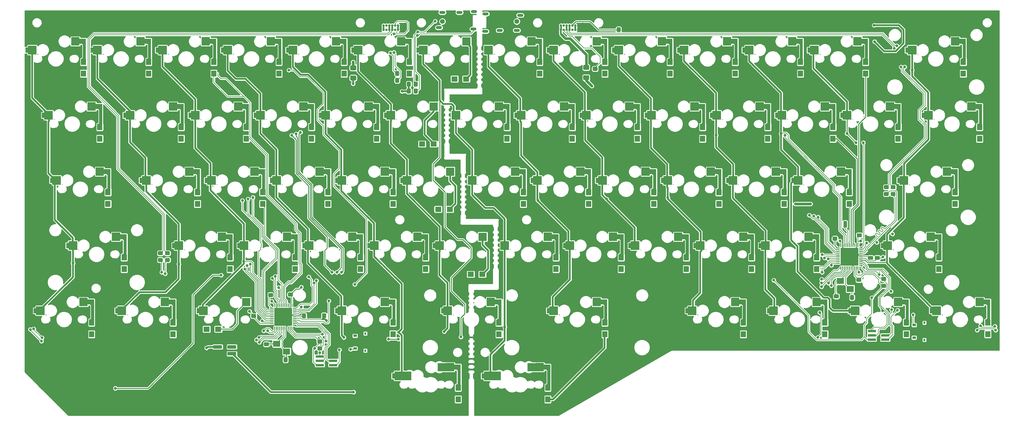
<source format=gbl>
%TF.GenerationSoftware,KiCad,Pcbnew,(5.1.10)-1*%
%TF.CreationDate,2022-03-06T16:48:13-07:00*%
%TF.ProjectId,Unit000,556e6974-3030-4302-9e6b-696361645f70,rev?*%
%TF.SameCoordinates,Original*%
%TF.FileFunction,Copper,L2,Bot*%
%TF.FilePolarity,Positive*%
%FSLAX46Y46*%
G04 Gerber Fmt 4.6, Leading zero omitted, Abs format (unit mm)*
G04 Created by KiCad (PCBNEW (5.1.10)-1) date 2022-03-06 16:48:13*
%MOMM*%
%LPD*%
G01*
G04 APERTURE LIST*
%TA.AperFunction,SMDPad,CuDef*%
%ADD10C,0.100000*%
%TD*%
%TA.AperFunction,SMDPad,CuDef*%
%ADD11R,2.500000X2.500000*%
%TD*%
%TA.AperFunction,ComponentPad*%
%ADD12R,1.500000X1.800000*%
%TD*%
%TA.AperFunction,SMDPad,CuDef*%
%ADD13R,2.400000X0.740000*%
%TD*%
%TA.AperFunction,SMDPad,CuDef*%
%ADD14R,0.700000X1.500000*%
%TD*%
%TA.AperFunction,SMDPad,CuDef*%
%ADD15R,2.400000X2.400000*%
%TD*%
%TA.AperFunction,SMDPad,CuDef*%
%ADD16R,2.100000X1.800000*%
%TD*%
%TA.AperFunction,SMDPad,CuDef*%
%ADD17R,2.580000X1.000000*%
%TD*%
%TA.AperFunction,ComponentPad*%
%ADD18R,1.800000X1.500000*%
%TD*%
%TA.AperFunction,ComponentPad*%
%ADD19C,1.400000*%
%TD*%
%TA.AperFunction,ComponentPad*%
%ADD20O,1.800000X0.900000*%
%TD*%
%TA.AperFunction,ComponentPad*%
%ADD21O,0.900000X1.700000*%
%TD*%
%TA.AperFunction,ComponentPad*%
%ADD22O,0.900000X2.400000*%
%TD*%
%TA.AperFunction,ComponentPad*%
%ADD23C,0.700000*%
%TD*%
%TA.AperFunction,SMDPad,CuDef*%
%ADD24R,0.990600X0.711200*%
%TD*%
%TA.AperFunction,SMDPad,CuDef*%
%ADD25R,0.609600X0.711200*%
%TD*%
%TA.AperFunction,SMDPad,CuDef*%
%ADD26R,5.200000X5.200000*%
%TD*%
%TA.AperFunction,ViaPad*%
%ADD27C,0.800000*%
%TD*%
%TA.AperFunction,Conductor*%
%ADD28C,0.500000*%
%TD*%
%TA.AperFunction,Conductor*%
%ADD29C,0.250000*%
%TD*%
%TA.AperFunction,Conductor*%
%ADD30C,0.200000*%
%TD*%
%TA.AperFunction,Conductor*%
%ADD31C,0.750000*%
%TD*%
%TA.AperFunction,Conductor*%
%ADD32C,0.254000*%
%TD*%
%TA.AperFunction,Conductor*%
%ADD33C,0.100000*%
%TD*%
%TA.AperFunction,NonConductor*%
%ADD34C,0.254000*%
%TD*%
%TA.AperFunction,NonConductor*%
%ADD35C,0.100000*%
%TD*%
G04 APERTURE END LIST*
%TA.AperFunction,SMDPad,CuDef*%
D10*
%TO.P,SW8,*%
%TO.N,*%
G36*
X167883315Y-37307361D02*
G01*
X167892694Y-37310206D01*
X167901339Y-37314827D01*
X167908915Y-37321045D01*
X167915133Y-37328621D01*
X167919754Y-37337266D01*
X167922599Y-37346645D01*
X167923560Y-37356400D01*
X167923560Y-43223800D01*
X167922599Y-43233555D01*
X167919754Y-43242934D01*
X167915133Y-43251579D01*
X167908915Y-43259155D01*
X167901339Y-43265373D01*
X167892694Y-43269994D01*
X167883315Y-43272839D01*
X167873560Y-43273800D01*
X166514660Y-43273800D01*
X166504905Y-43272839D01*
X166495526Y-43269994D01*
X166486881Y-43265373D01*
X166479305Y-43259155D01*
X166473087Y-43251579D01*
X166468466Y-43242934D01*
X166465621Y-43233555D01*
X166464660Y-43223800D01*
X166465621Y-43214045D01*
X166468466Y-43204666D01*
X166473087Y-43196021D01*
X166479305Y-43188445D01*
X166486881Y-43182227D01*
X166495526Y-43177606D01*
X166501364Y-43175600D01*
X166859477Y-43076810D01*
X166981022Y-42977364D01*
X167048860Y-42807770D01*
X167048860Y-39082703D01*
X166970518Y-38926018D01*
X166834674Y-38824135D01*
X166723223Y-38790700D01*
X165981260Y-38790700D01*
X165971505Y-38789739D01*
X165962126Y-38786894D01*
X165953481Y-38782273D01*
X165945905Y-38776055D01*
X165939687Y-38768479D01*
X165935066Y-38759834D01*
X165932221Y-38750455D01*
X165931260Y-38740700D01*
X165931260Y-37356400D01*
X165932221Y-37346645D01*
X165935066Y-37337266D01*
X165939687Y-37328621D01*
X165945905Y-37321045D01*
X165953481Y-37314827D01*
X165962126Y-37310206D01*
X165971505Y-37307361D01*
X165981260Y-37306400D01*
X167873560Y-37306400D01*
X167883315Y-37307361D01*
G37*
%TD.AperFunction*%
%TA.AperFunction,SMDPad,CuDef*%
G36*
X163623260Y-36867600D02*
G01*
X166023260Y-36867600D01*
X166023260Y-39267600D01*
X163623260Y-39267600D01*
X163623260Y-36867600D01*
G37*
%TD.AperFunction*%
D11*
%TO.P,SW8,1*%
%TO.N,Col7*%
X152223260Y-40607600D03*
D12*
%TO.P,SW8,2*%
%TO.N,Row0*%
X167200460Y-47476500D03*
%TO.P,SW8,*%
%TO.N,*%
X167200460Y-44076500D03*
%TD*%
%TA.AperFunction,SMDPad,CuDef*%
D10*
%TO.P,SW21,*%
%TO.N,*%
G36*
X158358315Y-56357361D02*
G01*
X158367694Y-56360206D01*
X158376339Y-56364827D01*
X158383915Y-56371045D01*
X158390133Y-56378621D01*
X158394754Y-56387266D01*
X158397599Y-56396645D01*
X158398560Y-56406400D01*
X158398560Y-62273800D01*
X158397599Y-62283555D01*
X158394754Y-62292934D01*
X158390133Y-62301579D01*
X158383915Y-62309155D01*
X158376339Y-62315373D01*
X158367694Y-62319994D01*
X158358315Y-62322839D01*
X158348560Y-62323800D01*
X156989660Y-62323800D01*
X156979905Y-62322839D01*
X156970526Y-62319994D01*
X156961881Y-62315373D01*
X156954305Y-62309155D01*
X156948087Y-62301579D01*
X156943466Y-62292934D01*
X156940621Y-62283555D01*
X156939660Y-62273800D01*
X156940621Y-62264045D01*
X156943466Y-62254666D01*
X156948087Y-62246021D01*
X156954305Y-62238445D01*
X156961881Y-62232227D01*
X156970526Y-62227606D01*
X156976364Y-62225600D01*
X157334477Y-62126810D01*
X157456022Y-62027364D01*
X157523860Y-61857770D01*
X157523860Y-58132703D01*
X157445518Y-57976018D01*
X157309674Y-57874135D01*
X157198223Y-57840700D01*
X156456260Y-57840700D01*
X156446505Y-57839739D01*
X156437126Y-57836894D01*
X156428481Y-57832273D01*
X156420905Y-57826055D01*
X156414687Y-57818479D01*
X156410066Y-57809834D01*
X156407221Y-57800455D01*
X156406260Y-57790700D01*
X156406260Y-56406400D01*
X156407221Y-56396645D01*
X156410066Y-56387266D01*
X156414687Y-56378621D01*
X156420905Y-56371045D01*
X156428481Y-56364827D01*
X156437126Y-56360206D01*
X156446505Y-56357361D01*
X156456260Y-56356400D01*
X158348560Y-56356400D01*
X158358315Y-56357361D01*
G37*
%TD.AperFunction*%
%TA.AperFunction,SMDPad,CuDef*%
G36*
X154098260Y-55917600D02*
G01*
X156498260Y-55917600D01*
X156498260Y-58317600D01*
X154098260Y-58317600D01*
X154098260Y-55917600D01*
G37*
%TD.AperFunction*%
D11*
%TO.P,SW21,1*%
%TO.N,Col6*%
X142698260Y-59657600D03*
D12*
%TO.P,SW21,2*%
%TO.N,Row1*%
X157675460Y-66526500D03*
%TO.P,SW21,*%
%TO.N,*%
X157675460Y-63126500D03*
%TD*%
%TA.AperFunction,SMDPad,CuDef*%
D10*
%TO.P,SW35,*%
%TO.N,*%
G36*
X163120815Y-75407361D02*
G01*
X163130194Y-75410206D01*
X163138839Y-75414827D01*
X163146415Y-75421045D01*
X163152633Y-75428621D01*
X163157254Y-75437266D01*
X163160099Y-75446645D01*
X163161060Y-75456400D01*
X163161060Y-81323800D01*
X163160099Y-81333555D01*
X163157254Y-81342934D01*
X163152633Y-81351579D01*
X163146415Y-81359155D01*
X163138839Y-81365373D01*
X163130194Y-81369994D01*
X163120815Y-81372839D01*
X163111060Y-81373800D01*
X161752160Y-81373800D01*
X161742405Y-81372839D01*
X161733026Y-81369994D01*
X161724381Y-81365373D01*
X161716805Y-81359155D01*
X161710587Y-81351579D01*
X161705966Y-81342934D01*
X161703121Y-81333555D01*
X161702160Y-81323800D01*
X161703121Y-81314045D01*
X161705966Y-81304666D01*
X161710587Y-81296021D01*
X161716805Y-81288445D01*
X161724381Y-81282227D01*
X161733026Y-81277606D01*
X161738864Y-81275600D01*
X162096977Y-81176810D01*
X162218522Y-81077364D01*
X162286360Y-80907770D01*
X162286360Y-77182703D01*
X162208018Y-77026018D01*
X162072174Y-76924135D01*
X161960723Y-76890700D01*
X161218760Y-76890700D01*
X161209005Y-76889739D01*
X161199626Y-76886894D01*
X161190981Y-76882273D01*
X161183405Y-76876055D01*
X161177187Y-76868479D01*
X161172566Y-76859834D01*
X161169721Y-76850455D01*
X161168760Y-76840700D01*
X161168760Y-75456400D01*
X161169721Y-75446645D01*
X161172566Y-75437266D01*
X161177187Y-75428621D01*
X161183405Y-75421045D01*
X161190981Y-75414827D01*
X161199626Y-75410206D01*
X161209005Y-75407361D01*
X161218760Y-75406400D01*
X163111060Y-75406400D01*
X163120815Y-75407361D01*
G37*
%TD.AperFunction*%
%TA.AperFunction,SMDPad,CuDef*%
G36*
X158860760Y-74967600D02*
G01*
X161260760Y-74967600D01*
X161260760Y-77367600D01*
X158860760Y-77367600D01*
X158860760Y-74967600D01*
G37*
%TD.AperFunction*%
D11*
%TO.P,SW35,1*%
%TO.N,Col6*%
X147460760Y-78707600D03*
D12*
%TO.P,SW35,2*%
%TO.N,Row2*%
X162437960Y-85576500D03*
%TO.P,SW35,*%
%TO.N,*%
X162437960Y-82176500D03*
%TD*%
%TA.AperFunction,SMDPad,CuDef*%
D10*
%TO.P,SW48,*%
%TO.N,*%
G36*
X172645815Y-94457361D02*
G01*
X172655194Y-94460206D01*
X172663839Y-94464827D01*
X172671415Y-94471045D01*
X172677633Y-94478621D01*
X172682254Y-94487266D01*
X172685099Y-94496645D01*
X172686060Y-94506400D01*
X172686060Y-100373800D01*
X172685099Y-100383555D01*
X172682254Y-100392934D01*
X172677633Y-100401579D01*
X172671415Y-100409155D01*
X172663839Y-100415373D01*
X172655194Y-100419994D01*
X172645815Y-100422839D01*
X172636060Y-100423800D01*
X171277160Y-100423800D01*
X171267405Y-100422839D01*
X171258026Y-100419994D01*
X171249381Y-100415373D01*
X171241805Y-100409155D01*
X171235587Y-100401579D01*
X171230966Y-100392934D01*
X171228121Y-100383555D01*
X171227160Y-100373800D01*
X171228121Y-100364045D01*
X171230966Y-100354666D01*
X171235587Y-100346021D01*
X171241805Y-100338445D01*
X171249381Y-100332227D01*
X171258026Y-100327606D01*
X171263864Y-100325600D01*
X171621977Y-100226810D01*
X171743522Y-100127364D01*
X171811360Y-99957770D01*
X171811360Y-96232703D01*
X171733018Y-96076018D01*
X171597174Y-95974135D01*
X171485723Y-95940700D01*
X170743760Y-95940700D01*
X170734005Y-95939739D01*
X170724626Y-95936894D01*
X170715981Y-95932273D01*
X170708405Y-95926055D01*
X170702187Y-95918479D01*
X170697566Y-95909834D01*
X170694721Y-95900455D01*
X170693760Y-95890700D01*
X170693760Y-94506400D01*
X170694721Y-94496645D01*
X170697566Y-94487266D01*
X170702187Y-94478621D01*
X170708405Y-94471045D01*
X170715981Y-94464827D01*
X170724626Y-94460206D01*
X170734005Y-94457361D01*
X170743760Y-94456400D01*
X172636060Y-94456400D01*
X172645815Y-94457361D01*
G37*
%TD.AperFunction*%
%TA.AperFunction,SMDPad,CuDef*%
G36*
X168385760Y-94017600D02*
G01*
X170785760Y-94017600D01*
X170785760Y-96417600D01*
X168385760Y-96417600D01*
X168385760Y-94017600D01*
G37*
%TD.AperFunction*%
D11*
%TO.P,SW48,1*%
%TO.N,Col6*%
X156985760Y-97757600D03*
D12*
%TO.P,SW48,2*%
%TO.N,Row3*%
X171962960Y-104626500D03*
%TO.P,SW48,*%
%TO.N,*%
X171962960Y-101226500D03*
%TD*%
D13*
%TO.P,J3,6*%
%TO.N,GND*%
X106850000Y-130180000D03*
%TO.P,J3,5*%
%TO.N,RESET*%
X102950000Y-130180000D03*
%TO.P,J3,4*%
%TO.N,SCK*%
X106850000Y-131450000D03*
%TO.P,J3,3*%
%TO.N,MOSI*%
X102950000Y-131450000D03*
%TO.P,J3,2*%
%TO.N,MISO*%
X106850000Y-132720000D03*
%TO.P,J3,1*%
%TO.N,+5V*%
X102950000Y-132720000D03*
%TD*%
D14*
%TO.P,SW67,1*%
%TO.N,Col6*%
X150623260Y-135897600D03*
D11*
X152223260Y-135857600D03*
D15*
%TO.P,SW67,2*%
%TO.N,N/C*%
X164823260Y-133317600D03*
%TD*%
D14*
%TO.P,SW64,1*%
%TO.N,Col4*%
X124429510Y-135897600D03*
D11*
X126029510Y-135857600D03*
D15*
%TO.P,SW64,2*%
%TO.N,N/C*%
X138629510Y-133317600D03*
%TD*%
%TO.P,R1,2*%
%TO.N,+5V*%
%TA.AperFunction,SMDPad,CuDef*%
G36*
G01*
X103400001Y-126450000D02*
X102499999Y-126450000D01*
G75*
G02*
X102250000Y-126200001I0J249999D01*
G01*
X102250000Y-125499999D01*
G75*
G02*
X102499999Y-125250000I249999J0D01*
G01*
X103400001Y-125250000D01*
G75*
G02*
X103650000Y-125499999I0J-249999D01*
G01*
X103650000Y-126200001D01*
G75*
G02*
X103400001Y-126450000I-249999J0D01*
G01*
G37*
%TD.AperFunction*%
%TO.P,R1,1*%
%TO.N,RESET*%
%TA.AperFunction,SMDPad,CuDef*%
G36*
G01*
X103400001Y-128450000D02*
X102499999Y-128450000D01*
G75*
G02*
X102250000Y-128200001I0J249999D01*
G01*
X102250000Y-127499999D01*
G75*
G02*
X102499999Y-127250000I249999J0D01*
G01*
X103400001Y-127250000D01*
G75*
G02*
X103650000Y-127499999I0J-249999D01*
G01*
X103650000Y-128200001D01*
G75*
G02*
X103400001Y-128450000I-249999J0D01*
G01*
G37*
%TD.AperFunction*%
%TD*%
%TO.P,C2,2*%
%TO.N,+5V*%
%TA.AperFunction,SMDPad,CuDef*%
G36*
G01*
X103600000Y-118775000D02*
X103600000Y-117825000D01*
G75*
G02*
X103850000Y-117575000I250000J0D01*
G01*
X104525000Y-117575000D01*
G75*
G02*
X104775000Y-117825000I0J-250000D01*
G01*
X104775000Y-118775000D01*
G75*
G02*
X104525000Y-119025000I-250000J0D01*
G01*
X103850000Y-119025000D01*
G75*
G02*
X103600000Y-118775000I0J250000D01*
G01*
G37*
%TD.AperFunction*%
%TO.P,C2,1*%
%TO.N,GND*%
%TA.AperFunction,SMDPad,CuDef*%
G36*
G01*
X101525000Y-118775000D02*
X101525000Y-117825000D01*
G75*
G02*
X101775000Y-117575000I250000J0D01*
G01*
X102450000Y-117575000D01*
G75*
G02*
X102700000Y-117825000I0J-250000D01*
G01*
X102700000Y-118775000D01*
G75*
G02*
X102450000Y-119025000I-250000J0D01*
G01*
X101775000Y-119025000D01*
G75*
G02*
X101525000Y-118775000I0J250000D01*
G01*
G37*
%TD.AperFunction*%
%TD*%
D14*
%TO.P,SW56,1*%
%TO.N,Col2*%
X67279510Y-116847600D03*
D11*
X68879510Y-116807600D03*
D15*
%TO.P,SW56,2*%
%TO.N,N/C*%
X81479510Y-114267600D03*
%TD*%
D14*
%TO.P,SW7,1*%
%TO.N,Col6*%
X131573260Y-40647600D03*
D11*
X133173260Y-40607600D03*
D15*
%TO.P,SW7,2*%
%TO.N,N/C*%
X145773260Y-38067600D03*
%TD*%
D14*
%TO.P,SW20,1*%
%TO.N,Col5*%
X122048260Y-59697600D03*
D11*
X123648260Y-59657600D03*
D15*
%TO.P,SW20,2*%
%TO.N,N/C*%
X136248260Y-57117600D03*
%TD*%
D14*
%TO.P,SW34,1*%
%TO.N,Col5*%
X126810760Y-78747600D03*
D11*
X128410760Y-78707600D03*
D15*
%TO.P,SW34,2*%
%TO.N,N/C*%
X141010760Y-76167600D03*
%TD*%
D14*
%TO.P,SW47,1*%
%TO.N,Col5*%
X136335760Y-97797600D03*
D11*
X137935760Y-97757600D03*
D15*
%TO.P,SW47,2*%
%TO.N,N/C*%
X150535760Y-95217600D03*
%TD*%
%TO.P,R12,2*%
%TO.N,Net-(P2-PadB5)*%
%TA.AperFunction,SMDPad,CuDef*%
G36*
G01*
X190900000Y-34199999D02*
X190900000Y-35100001D01*
G75*
G02*
X190650001Y-35350000I-249999J0D01*
G01*
X189949999Y-35350000D01*
G75*
G02*
X189700000Y-35100001I0J249999D01*
G01*
X189700000Y-34199999D01*
G75*
G02*
X189949999Y-33950000I249999J0D01*
G01*
X190650001Y-33950000D01*
G75*
G02*
X190900000Y-34199999I0J-249999D01*
G01*
G37*
%TD.AperFunction*%
%TO.P,R12,1*%
%TO.N,GND*%
%TA.AperFunction,SMDPad,CuDef*%
G36*
G01*
X192900000Y-34199999D02*
X192900000Y-35100001D01*
G75*
G02*
X192650001Y-35350000I-249999J0D01*
G01*
X191949999Y-35350000D01*
G75*
G02*
X191700000Y-35100001I0J249999D01*
G01*
X191700000Y-34199999D01*
G75*
G02*
X191949999Y-33950000I249999J0D01*
G01*
X192650001Y-33950000D01*
G75*
G02*
X192900000Y-34199999I0J-249999D01*
G01*
G37*
%TD.AperFunction*%
%TD*%
%TO.P,C5,2*%
%TO.N,GND*%
%TA.AperFunction,SMDPad,CuDef*%
G36*
G01*
X91437500Y-130675000D02*
X91437500Y-131625000D01*
G75*
G02*
X91187500Y-131875000I-250000J0D01*
G01*
X90512500Y-131875000D01*
G75*
G02*
X90262500Y-131625000I0J250000D01*
G01*
X90262500Y-130675000D01*
G75*
G02*
X90512500Y-130425000I250000J0D01*
G01*
X91187500Y-130425000D01*
G75*
G02*
X91437500Y-130675000I0J-250000D01*
G01*
G37*
%TD.AperFunction*%
%TO.P,C5,1*%
%TO.N,Net-(C5-Pad1)*%
%TA.AperFunction,SMDPad,CuDef*%
G36*
G01*
X93512500Y-130675000D02*
X93512500Y-131625000D01*
G75*
G02*
X93262500Y-131875000I-250000J0D01*
G01*
X92587500Y-131875000D01*
G75*
G02*
X92337500Y-131625000I0J250000D01*
G01*
X92337500Y-130675000D01*
G75*
G02*
X92587500Y-130425000I250000J0D01*
G01*
X93262500Y-130425000D01*
G75*
G02*
X93512500Y-130675000I0J-250000D01*
G01*
G37*
%TD.AperFunction*%
%TD*%
%TO.P,C6,2*%
%TO.N,GND*%
%TA.AperFunction,SMDPad,CuDef*%
G36*
G01*
X99800000Y-118775000D02*
X99800000Y-117825000D01*
G75*
G02*
X100050000Y-117575000I250000J0D01*
G01*
X100725000Y-117575000D01*
G75*
G02*
X100975000Y-117825000I0J-250000D01*
G01*
X100975000Y-118775000D01*
G75*
G02*
X100725000Y-119025000I-250000J0D01*
G01*
X100050000Y-119025000D01*
G75*
G02*
X99800000Y-118775000I0J250000D01*
G01*
G37*
%TD.AperFunction*%
%TO.P,C6,1*%
%TO.N,Net-(C6-Pad1)*%
%TA.AperFunction,SMDPad,CuDef*%
G36*
G01*
X97725000Y-118775000D02*
X97725000Y-117825000D01*
G75*
G02*
X97975000Y-117575000I250000J0D01*
G01*
X98650000Y-117575000D01*
G75*
G02*
X98900000Y-117825000I0J-250000D01*
G01*
X98900000Y-118775000D01*
G75*
G02*
X98650000Y-119025000I-250000J0D01*
G01*
X97975000Y-119025000D01*
G75*
G02*
X97725000Y-118775000I0J250000D01*
G01*
G37*
%TD.AperFunction*%
%TD*%
%TO.P,C1,2*%
%TO.N,+5V*%
%TA.AperFunction,SMDPad,CuDef*%
G36*
G01*
X93875000Y-111500000D02*
X94825000Y-111500000D01*
G75*
G02*
X95075000Y-111750000I0J-250000D01*
G01*
X95075000Y-112425000D01*
G75*
G02*
X94825000Y-112675000I-250000J0D01*
G01*
X93875000Y-112675000D01*
G75*
G02*
X93625000Y-112425000I0J250000D01*
G01*
X93625000Y-111750000D01*
G75*
G02*
X93875000Y-111500000I250000J0D01*
G01*
G37*
%TD.AperFunction*%
%TO.P,C1,1*%
%TO.N,GND*%
%TA.AperFunction,SMDPad,CuDef*%
G36*
G01*
X93875000Y-109425000D02*
X94825000Y-109425000D01*
G75*
G02*
X95075000Y-109675000I0J-250000D01*
G01*
X95075000Y-110350000D01*
G75*
G02*
X94825000Y-110600000I-250000J0D01*
G01*
X93875000Y-110600000D01*
G75*
G02*
X93625000Y-110350000I0J250000D01*
G01*
X93625000Y-109675000D01*
G75*
G02*
X93875000Y-109425000I250000J0D01*
G01*
G37*
%TD.AperFunction*%
%TD*%
%TO.P,R4,2*%
%TO.N,Net-(R4-Pad2)*%
%TA.AperFunction,SMDPad,CuDef*%
G36*
G01*
X88149999Y-111650000D02*
X89050001Y-111650000D01*
G75*
G02*
X89300000Y-111899999I0J-249999D01*
G01*
X89300000Y-112600001D01*
G75*
G02*
X89050001Y-112850000I-249999J0D01*
G01*
X88149999Y-112850000D01*
G75*
G02*
X87900000Y-112600001I0J249999D01*
G01*
X87900000Y-111899999D01*
G75*
G02*
X88149999Y-111650000I249999J0D01*
G01*
G37*
%TD.AperFunction*%
%TO.P,R4,1*%
%TO.N,GND*%
%TA.AperFunction,SMDPad,CuDef*%
G36*
G01*
X88149999Y-109650000D02*
X89050001Y-109650000D01*
G75*
G02*
X89300000Y-109899999I0J-249999D01*
G01*
X89300000Y-110600001D01*
G75*
G02*
X89050001Y-110850000I-249999J0D01*
G01*
X88149999Y-110850000D01*
G75*
G02*
X87900000Y-110600001I0J249999D01*
G01*
X87900000Y-109899999D01*
G75*
G02*
X88149999Y-109650000I249999J0D01*
G01*
G37*
%TD.AperFunction*%
%TD*%
D16*
%TO.P,Y1,4*%
%TO.N,GND*%
X90350000Y-128750000D03*
%TO.P,Y1,3*%
%TO.N,Net-(C5-Pad1)*%
X93250000Y-128750000D03*
%TO.P,Y1,2*%
%TO.N,GND*%
X93250000Y-126450000D03*
%TO.P,Y1,1*%
%TO.N,Net-(C4-Pad1)*%
X90350000Y-126450000D03*
%TD*%
%TO.P,C4,2*%
%TO.N,GND*%
%TA.AperFunction,SMDPad,CuDef*%
G36*
G01*
X86875000Y-128100000D02*
X87825000Y-128100000D01*
G75*
G02*
X88075000Y-128350000I0J-250000D01*
G01*
X88075000Y-129025000D01*
G75*
G02*
X87825000Y-129275000I-250000J0D01*
G01*
X86875000Y-129275000D01*
G75*
G02*
X86625000Y-129025000I0J250000D01*
G01*
X86625000Y-128350000D01*
G75*
G02*
X86875000Y-128100000I250000J0D01*
G01*
G37*
%TD.AperFunction*%
%TO.P,C4,1*%
%TO.N,Net-(C4-Pad1)*%
%TA.AperFunction,SMDPad,CuDef*%
G36*
G01*
X86875000Y-126025000D02*
X87825000Y-126025000D01*
G75*
G02*
X88075000Y-126275000I0J-250000D01*
G01*
X88075000Y-126950000D01*
G75*
G02*
X87825000Y-127200000I-250000J0D01*
G01*
X86875000Y-127200000D01*
G75*
G02*
X86625000Y-126950000I0J250000D01*
G01*
X86625000Y-126275000D01*
G75*
G02*
X86875000Y-126025000I250000J0D01*
G01*
G37*
%TD.AperFunction*%
%TD*%
D17*
%TO.P,J5,4*%
%TO.N,N/C*%
X77235000Y-127400000D03*
%TO.P,J5,3*%
%TO.N,+5V*%
X73065000Y-127400000D03*
%TO.P,J5,2*%
%TO.N,Net-(D4-Pad2)*%
X77235000Y-129400000D03*
%TO.P,J5,1*%
%TO.N,GND*%
X73065000Y-129400000D03*
%TD*%
%TA.AperFunction,SMDPad,CuDef*%
D10*
%TO.P,SW55,*%
%TO.N,*%
G36*
X60727065Y-113507361D02*
G01*
X60736444Y-113510206D01*
X60745089Y-113514827D01*
X60752665Y-113521045D01*
X60758883Y-113528621D01*
X60763504Y-113537266D01*
X60766349Y-113546645D01*
X60767310Y-113556400D01*
X60767310Y-119423800D01*
X60766349Y-119433555D01*
X60763504Y-119442934D01*
X60758883Y-119451579D01*
X60752665Y-119459155D01*
X60745089Y-119465373D01*
X60736444Y-119469994D01*
X60727065Y-119472839D01*
X60717310Y-119473800D01*
X59358410Y-119473800D01*
X59348655Y-119472839D01*
X59339276Y-119469994D01*
X59330631Y-119465373D01*
X59323055Y-119459155D01*
X59316837Y-119451579D01*
X59312216Y-119442934D01*
X59309371Y-119433555D01*
X59308410Y-119423800D01*
X59309371Y-119414045D01*
X59312216Y-119404666D01*
X59316837Y-119396021D01*
X59323055Y-119388445D01*
X59330631Y-119382227D01*
X59339276Y-119377606D01*
X59345114Y-119375600D01*
X59703227Y-119276810D01*
X59824772Y-119177364D01*
X59892610Y-119007770D01*
X59892610Y-115282703D01*
X59814268Y-115126018D01*
X59678424Y-115024135D01*
X59566973Y-114990700D01*
X58825010Y-114990700D01*
X58815255Y-114989739D01*
X58805876Y-114986894D01*
X58797231Y-114982273D01*
X58789655Y-114976055D01*
X58783437Y-114968479D01*
X58778816Y-114959834D01*
X58775971Y-114950455D01*
X58775010Y-114940700D01*
X58775010Y-113556400D01*
X58775971Y-113546645D01*
X58778816Y-113537266D01*
X58783437Y-113528621D01*
X58789655Y-113521045D01*
X58797231Y-113514827D01*
X58805876Y-113510206D01*
X58815255Y-113507361D01*
X58825010Y-113506400D01*
X60717310Y-113506400D01*
X60727065Y-113507361D01*
G37*
%TD.AperFunction*%
%TA.AperFunction,SMDPad,CuDef*%
G36*
X56467010Y-113067600D02*
G01*
X58867010Y-113067600D01*
X58867010Y-115467600D01*
X56467010Y-115467600D01*
X56467010Y-113067600D01*
G37*
%TD.AperFunction*%
D11*
%TO.P,SW55,1*%
%TO.N,Col1*%
X45067010Y-116807600D03*
D14*
X43467010Y-116847600D03*
D12*
%TO.P,SW55,2*%
%TO.N,Row4*%
X60044210Y-123676500D03*
%TO.P,SW55,*%
%TO.N,*%
X60044210Y-120276500D03*
%TD*%
%TA.AperFunction,SMDPad,CuDef*%
D10*
%TO.P,SW6,*%
%TO.N,*%
G36*
X129783315Y-37307361D02*
G01*
X129792694Y-37310206D01*
X129801339Y-37314827D01*
X129808915Y-37321045D01*
X129815133Y-37328621D01*
X129819754Y-37337266D01*
X129822599Y-37346645D01*
X129823560Y-37356400D01*
X129823560Y-43223800D01*
X129822599Y-43233555D01*
X129819754Y-43242934D01*
X129815133Y-43251579D01*
X129808915Y-43259155D01*
X129801339Y-43265373D01*
X129792694Y-43269994D01*
X129783315Y-43272839D01*
X129773560Y-43273800D01*
X128414660Y-43273800D01*
X128404905Y-43272839D01*
X128395526Y-43269994D01*
X128386881Y-43265373D01*
X128379305Y-43259155D01*
X128373087Y-43251579D01*
X128368466Y-43242934D01*
X128365621Y-43233555D01*
X128364660Y-43223800D01*
X128365621Y-43214045D01*
X128368466Y-43204666D01*
X128373087Y-43196021D01*
X128379305Y-43188445D01*
X128386881Y-43182227D01*
X128395526Y-43177606D01*
X128401364Y-43175600D01*
X128759477Y-43076810D01*
X128881022Y-42977364D01*
X128948860Y-42807770D01*
X128948860Y-39082703D01*
X128870518Y-38926018D01*
X128734674Y-38824135D01*
X128623223Y-38790700D01*
X127881260Y-38790700D01*
X127871505Y-38789739D01*
X127862126Y-38786894D01*
X127853481Y-38782273D01*
X127845905Y-38776055D01*
X127839687Y-38768479D01*
X127835066Y-38759834D01*
X127832221Y-38750455D01*
X127831260Y-38740700D01*
X127831260Y-37356400D01*
X127832221Y-37346645D01*
X127835066Y-37337266D01*
X127839687Y-37328621D01*
X127845905Y-37321045D01*
X127853481Y-37314827D01*
X127862126Y-37310206D01*
X127871505Y-37307361D01*
X127881260Y-37306400D01*
X129773560Y-37306400D01*
X129783315Y-37307361D01*
G37*
%TD.AperFunction*%
%TA.AperFunction,SMDPad,CuDef*%
G36*
X125523260Y-36867600D02*
G01*
X127923260Y-36867600D01*
X127923260Y-39267600D01*
X125523260Y-39267600D01*
X125523260Y-36867600D01*
G37*
%TD.AperFunction*%
D11*
%TO.P,SW6,1*%
%TO.N,Col5*%
X114123260Y-40607600D03*
D14*
X112523260Y-40647600D03*
D12*
%TO.P,SW6,2*%
%TO.N,Row0*%
X129100460Y-47476500D03*
%TO.P,SW6,*%
%TO.N,*%
X129100460Y-44076500D03*
%TD*%
%TA.AperFunction,SMDPad,CuDef*%
D10*
%TO.P,SW15,*%
%TO.N,*%
G36*
X39295815Y-56357361D02*
G01*
X39305194Y-56360206D01*
X39313839Y-56364827D01*
X39321415Y-56371045D01*
X39327633Y-56378621D01*
X39332254Y-56387266D01*
X39335099Y-56396645D01*
X39336060Y-56406400D01*
X39336060Y-62273800D01*
X39335099Y-62283555D01*
X39332254Y-62292934D01*
X39327633Y-62301579D01*
X39321415Y-62309155D01*
X39313839Y-62315373D01*
X39305194Y-62319994D01*
X39295815Y-62322839D01*
X39286060Y-62323800D01*
X37927160Y-62323800D01*
X37917405Y-62322839D01*
X37908026Y-62319994D01*
X37899381Y-62315373D01*
X37891805Y-62309155D01*
X37885587Y-62301579D01*
X37880966Y-62292934D01*
X37878121Y-62283555D01*
X37877160Y-62273800D01*
X37878121Y-62264045D01*
X37880966Y-62254666D01*
X37885587Y-62246021D01*
X37891805Y-62238445D01*
X37899381Y-62232227D01*
X37908026Y-62227606D01*
X37913864Y-62225600D01*
X38271977Y-62126810D01*
X38393522Y-62027364D01*
X38461360Y-61857770D01*
X38461360Y-58132703D01*
X38383018Y-57976018D01*
X38247174Y-57874135D01*
X38135723Y-57840700D01*
X37393760Y-57840700D01*
X37384005Y-57839739D01*
X37374626Y-57836894D01*
X37365981Y-57832273D01*
X37358405Y-57826055D01*
X37352187Y-57818479D01*
X37347566Y-57809834D01*
X37344721Y-57800455D01*
X37343760Y-57790700D01*
X37343760Y-56406400D01*
X37344721Y-56396645D01*
X37347566Y-56387266D01*
X37352187Y-56378621D01*
X37358405Y-56371045D01*
X37365981Y-56364827D01*
X37374626Y-56360206D01*
X37384005Y-56357361D01*
X37393760Y-56356400D01*
X39286060Y-56356400D01*
X39295815Y-56357361D01*
G37*
%TD.AperFunction*%
%TA.AperFunction,SMDPad,CuDef*%
G36*
X35035760Y-55917600D02*
G01*
X37435760Y-55917600D01*
X37435760Y-58317600D01*
X35035760Y-58317600D01*
X35035760Y-55917600D01*
G37*
%TD.AperFunction*%
D11*
%TO.P,SW15,1*%
%TO.N,Col0*%
X23635760Y-59657600D03*
D14*
X22035760Y-59697600D03*
D12*
%TO.P,SW15,2*%
%TO.N,Row1*%
X38612960Y-66526500D03*
%TO.P,SW15,*%
%TO.N,*%
X38612960Y-63126500D03*
%TD*%
%TA.AperFunction,SMDPad,CuDef*%
D10*
%TO.P,GRV1,*%
%TO.N,*%
G36*
X34533315Y-37307361D02*
G01*
X34542694Y-37310206D01*
X34551339Y-37314827D01*
X34558915Y-37321045D01*
X34565133Y-37328621D01*
X34569754Y-37337266D01*
X34572599Y-37346645D01*
X34573560Y-37356400D01*
X34573560Y-43223800D01*
X34572599Y-43233555D01*
X34569754Y-43242934D01*
X34565133Y-43251579D01*
X34558915Y-43259155D01*
X34551339Y-43265373D01*
X34542694Y-43269994D01*
X34533315Y-43272839D01*
X34523560Y-43273800D01*
X33164660Y-43273800D01*
X33154905Y-43272839D01*
X33145526Y-43269994D01*
X33136881Y-43265373D01*
X33129305Y-43259155D01*
X33123087Y-43251579D01*
X33118466Y-43242934D01*
X33115621Y-43233555D01*
X33114660Y-43223800D01*
X33115621Y-43214045D01*
X33118466Y-43204666D01*
X33123087Y-43196021D01*
X33129305Y-43188445D01*
X33136881Y-43182227D01*
X33145526Y-43177606D01*
X33151364Y-43175600D01*
X33509477Y-43076810D01*
X33631022Y-42977364D01*
X33698860Y-42807770D01*
X33698860Y-39082703D01*
X33620518Y-38926018D01*
X33484674Y-38824135D01*
X33373223Y-38790700D01*
X32631260Y-38790700D01*
X32621505Y-38789739D01*
X32612126Y-38786894D01*
X32603481Y-38782273D01*
X32595905Y-38776055D01*
X32589687Y-38768479D01*
X32585066Y-38759834D01*
X32582221Y-38750455D01*
X32581260Y-38740700D01*
X32581260Y-37356400D01*
X32582221Y-37346645D01*
X32585066Y-37337266D01*
X32589687Y-37328621D01*
X32595905Y-37321045D01*
X32603481Y-37314827D01*
X32612126Y-37310206D01*
X32621505Y-37307361D01*
X32631260Y-37306400D01*
X34523560Y-37306400D01*
X34533315Y-37307361D01*
G37*
%TD.AperFunction*%
%TA.AperFunction,SMDPad,CuDef*%
G36*
X30273260Y-36867600D02*
G01*
X32673260Y-36867600D01*
X32673260Y-39267600D01*
X30273260Y-39267600D01*
X30273260Y-36867600D01*
G37*
%TD.AperFunction*%
D11*
%TO.P,GRV1,1*%
%TO.N,Col0*%
X18873260Y-40607600D03*
D14*
X17273260Y-40647600D03*
D12*
%TO.P,GRV1,2*%
%TO.N,Row0*%
X33850460Y-47476500D03*
%TO.P,GRV1,*%
%TO.N,*%
X33850460Y-44076500D03*
%TD*%
%TA.AperFunction,SMDPad,CuDef*%
D10*
%TO.P,SW40,*%
%TO.N,*%
G36*
X258370815Y-75407361D02*
G01*
X258380194Y-75410206D01*
X258388839Y-75414827D01*
X258396415Y-75421045D01*
X258402633Y-75428621D01*
X258407254Y-75437266D01*
X258410099Y-75446645D01*
X258411060Y-75456400D01*
X258411060Y-81323800D01*
X258410099Y-81333555D01*
X258407254Y-81342934D01*
X258402633Y-81351579D01*
X258396415Y-81359155D01*
X258388839Y-81365373D01*
X258380194Y-81369994D01*
X258370815Y-81372839D01*
X258361060Y-81373800D01*
X257002160Y-81373800D01*
X256992405Y-81372839D01*
X256983026Y-81369994D01*
X256974381Y-81365373D01*
X256966805Y-81359155D01*
X256960587Y-81351579D01*
X256955966Y-81342934D01*
X256953121Y-81333555D01*
X256952160Y-81323800D01*
X256953121Y-81314045D01*
X256955966Y-81304666D01*
X256960587Y-81296021D01*
X256966805Y-81288445D01*
X256974381Y-81282227D01*
X256983026Y-81277606D01*
X256988864Y-81275600D01*
X257346977Y-81176810D01*
X257468522Y-81077364D01*
X257536360Y-80907770D01*
X257536360Y-77182703D01*
X257458018Y-77026018D01*
X257322174Y-76924135D01*
X257210723Y-76890700D01*
X256468760Y-76890700D01*
X256459005Y-76889739D01*
X256449626Y-76886894D01*
X256440981Y-76882273D01*
X256433405Y-76876055D01*
X256427187Y-76868479D01*
X256422566Y-76859834D01*
X256419721Y-76850455D01*
X256418760Y-76840700D01*
X256418760Y-75456400D01*
X256419721Y-75446645D01*
X256422566Y-75437266D01*
X256427187Y-75428621D01*
X256433405Y-75421045D01*
X256440981Y-75414827D01*
X256449626Y-75410206D01*
X256459005Y-75407361D01*
X256468760Y-75406400D01*
X258361060Y-75406400D01*
X258370815Y-75407361D01*
G37*
%TD.AperFunction*%
%TA.AperFunction,SMDPad,CuDef*%
G36*
X254110760Y-74967600D02*
G01*
X256510760Y-74967600D01*
X256510760Y-77367600D01*
X254110760Y-77367600D01*
X254110760Y-74967600D01*
G37*
%TD.AperFunction*%
D11*
%TO.P,SW40,1*%
%TO.N,Col11*%
X242710760Y-78707600D03*
D14*
X241110760Y-78747600D03*
D12*
%TO.P,SW40,2*%
%TO.N,Row2*%
X257687960Y-85576500D03*
%TO.P,SW40,*%
%TO.N,*%
X257687960Y-82176500D03*
%TD*%
%TA.AperFunction,SMDPad,CuDef*%
D10*
%TO.P,SW61,*%
%TO.N,*%
G36*
X251227065Y-113507361D02*
G01*
X251236444Y-113510206D01*
X251245089Y-113514827D01*
X251252665Y-113521045D01*
X251258883Y-113528621D01*
X251263504Y-113537266D01*
X251266349Y-113546645D01*
X251267310Y-113556400D01*
X251267310Y-119423800D01*
X251266349Y-119433555D01*
X251263504Y-119442934D01*
X251258883Y-119451579D01*
X251252665Y-119459155D01*
X251245089Y-119465373D01*
X251236444Y-119469994D01*
X251227065Y-119472839D01*
X251217310Y-119473800D01*
X249858410Y-119473800D01*
X249848655Y-119472839D01*
X249839276Y-119469994D01*
X249830631Y-119465373D01*
X249823055Y-119459155D01*
X249816837Y-119451579D01*
X249812216Y-119442934D01*
X249809371Y-119433555D01*
X249808410Y-119423800D01*
X249809371Y-119414045D01*
X249812216Y-119404666D01*
X249816837Y-119396021D01*
X249823055Y-119388445D01*
X249830631Y-119382227D01*
X249839276Y-119377606D01*
X249845114Y-119375600D01*
X250203227Y-119276810D01*
X250324772Y-119177364D01*
X250392610Y-119007770D01*
X250392610Y-115282703D01*
X250314268Y-115126018D01*
X250178424Y-115024135D01*
X250066973Y-114990700D01*
X249325010Y-114990700D01*
X249315255Y-114989739D01*
X249305876Y-114986894D01*
X249297231Y-114982273D01*
X249289655Y-114976055D01*
X249283437Y-114968479D01*
X249278816Y-114959834D01*
X249275971Y-114950455D01*
X249275010Y-114940700D01*
X249275010Y-113556400D01*
X249275971Y-113546645D01*
X249278816Y-113537266D01*
X249283437Y-113528621D01*
X249289655Y-113521045D01*
X249297231Y-113514827D01*
X249305876Y-113510206D01*
X249315255Y-113507361D01*
X249325010Y-113506400D01*
X251217310Y-113506400D01*
X251227065Y-113507361D01*
G37*
%TD.AperFunction*%
%TA.AperFunction,SMDPad,CuDef*%
G36*
X246967010Y-113067600D02*
G01*
X249367010Y-113067600D01*
X249367010Y-115467600D01*
X246967010Y-115467600D01*
X246967010Y-113067600D01*
G37*
%TD.AperFunction*%
D11*
%TO.P,SW61,1*%
%TO.N,Col10*%
X235567010Y-116807600D03*
D14*
X233967010Y-116847600D03*
D12*
%TO.P,SW61,2*%
%TO.N,Row4*%
X250544210Y-123676500D03*
%TO.P,SW61,*%
%TO.N,*%
X250544210Y-120276500D03*
%TD*%
%TA.AperFunction,SMDPad,CuDef*%
D10*
%TO.P,SW44,*%
%TO.N,*%
G36*
X96445815Y-94457361D02*
G01*
X96455194Y-94460206D01*
X96463839Y-94464827D01*
X96471415Y-94471045D01*
X96477633Y-94478621D01*
X96482254Y-94487266D01*
X96485099Y-94496645D01*
X96486060Y-94506400D01*
X96486060Y-100373800D01*
X96485099Y-100383555D01*
X96482254Y-100392934D01*
X96477633Y-100401579D01*
X96471415Y-100409155D01*
X96463839Y-100415373D01*
X96455194Y-100419994D01*
X96445815Y-100422839D01*
X96436060Y-100423800D01*
X95077160Y-100423800D01*
X95067405Y-100422839D01*
X95058026Y-100419994D01*
X95049381Y-100415373D01*
X95041805Y-100409155D01*
X95035587Y-100401579D01*
X95030966Y-100392934D01*
X95028121Y-100383555D01*
X95027160Y-100373800D01*
X95028121Y-100364045D01*
X95030966Y-100354666D01*
X95035587Y-100346021D01*
X95041805Y-100338445D01*
X95049381Y-100332227D01*
X95058026Y-100327606D01*
X95063864Y-100325600D01*
X95421977Y-100226810D01*
X95543522Y-100127364D01*
X95611360Y-99957770D01*
X95611360Y-96232703D01*
X95533018Y-96076018D01*
X95397174Y-95974135D01*
X95285723Y-95940700D01*
X94543760Y-95940700D01*
X94534005Y-95939739D01*
X94524626Y-95936894D01*
X94515981Y-95932273D01*
X94508405Y-95926055D01*
X94502187Y-95918479D01*
X94497566Y-95909834D01*
X94494721Y-95900455D01*
X94493760Y-95890700D01*
X94493760Y-94506400D01*
X94494721Y-94496645D01*
X94497566Y-94487266D01*
X94502187Y-94478621D01*
X94508405Y-94471045D01*
X94515981Y-94464827D01*
X94524626Y-94460206D01*
X94534005Y-94457361D01*
X94543760Y-94456400D01*
X96436060Y-94456400D01*
X96445815Y-94457361D01*
G37*
%TD.AperFunction*%
%TA.AperFunction,SMDPad,CuDef*%
G36*
X92185760Y-94017600D02*
G01*
X94585760Y-94017600D01*
X94585760Y-96417600D01*
X92185760Y-96417600D01*
X92185760Y-94017600D01*
G37*
%TD.AperFunction*%
D11*
%TO.P,SW44,1*%
%TO.N,Col2*%
X80785760Y-97757600D03*
D14*
X79185760Y-97797600D03*
D12*
%TO.P,SW44,2*%
%TO.N,Row3*%
X95762960Y-104626500D03*
%TO.P,SW44,*%
%TO.N,*%
X95762960Y-101226500D03*
%TD*%
%TA.AperFunction,SMDPad,CuDef*%
D10*
%TO.P,SW65,*%
%TO.N,*%
G36*
X144070815Y-132557361D02*
G01*
X144080194Y-132560206D01*
X144088839Y-132564827D01*
X144096415Y-132571045D01*
X144102633Y-132578621D01*
X144107254Y-132587266D01*
X144110099Y-132596645D01*
X144111060Y-132606400D01*
X144111060Y-138473800D01*
X144110099Y-138483555D01*
X144107254Y-138492934D01*
X144102633Y-138501579D01*
X144096415Y-138509155D01*
X144088839Y-138515373D01*
X144080194Y-138519994D01*
X144070815Y-138522839D01*
X144061060Y-138523800D01*
X142702160Y-138523800D01*
X142692405Y-138522839D01*
X142683026Y-138519994D01*
X142674381Y-138515373D01*
X142666805Y-138509155D01*
X142660587Y-138501579D01*
X142655966Y-138492934D01*
X142653121Y-138483555D01*
X142652160Y-138473800D01*
X142653121Y-138464045D01*
X142655966Y-138454666D01*
X142660587Y-138446021D01*
X142666805Y-138438445D01*
X142674381Y-138432227D01*
X142683026Y-138427606D01*
X142688864Y-138425600D01*
X143046977Y-138326810D01*
X143168522Y-138227364D01*
X143236360Y-138057770D01*
X143236360Y-134332703D01*
X143158018Y-134176018D01*
X143022174Y-134074135D01*
X142910723Y-134040700D01*
X142168760Y-134040700D01*
X142159005Y-134039739D01*
X142149626Y-134036894D01*
X142140981Y-134032273D01*
X142133405Y-134026055D01*
X142127187Y-134018479D01*
X142122566Y-134009834D01*
X142119721Y-134000455D01*
X142118760Y-133990700D01*
X142118760Y-132606400D01*
X142119721Y-132596645D01*
X142122566Y-132587266D01*
X142127187Y-132578621D01*
X142133405Y-132571045D01*
X142140981Y-132564827D01*
X142149626Y-132560206D01*
X142159005Y-132557361D01*
X142168760Y-132556400D01*
X144061060Y-132556400D01*
X144070815Y-132557361D01*
G37*
%TD.AperFunction*%
%TA.AperFunction,SMDPad,CuDef*%
G36*
X139810760Y-132117600D02*
G01*
X142210760Y-132117600D01*
X142210760Y-134517600D01*
X139810760Y-134517600D01*
X139810760Y-132117600D01*
G37*
%TD.AperFunction*%
D11*
%TO.P,SW65,1*%
%TO.N,Col4*%
X128410760Y-135857600D03*
D14*
X126810760Y-135897600D03*
D12*
%TO.P,SW65,2*%
%TO.N,Row4*%
X143387960Y-142726500D03*
%TO.P,SW65,*%
%TO.N,*%
X143387960Y-139326500D03*
%TD*%
%TA.AperFunction,SMDPad,CuDef*%
D10*
%TO.P,SW62,*%
%TO.N,*%
G36*
X275039565Y-113507361D02*
G01*
X275048944Y-113510206D01*
X275057589Y-113514827D01*
X275065165Y-113521045D01*
X275071383Y-113528621D01*
X275076004Y-113537266D01*
X275078849Y-113546645D01*
X275079810Y-113556400D01*
X275079810Y-119423800D01*
X275078849Y-119433555D01*
X275076004Y-119442934D01*
X275071383Y-119451579D01*
X275065165Y-119459155D01*
X275057589Y-119465373D01*
X275048944Y-119469994D01*
X275039565Y-119472839D01*
X275029810Y-119473800D01*
X273670910Y-119473800D01*
X273661155Y-119472839D01*
X273651776Y-119469994D01*
X273643131Y-119465373D01*
X273635555Y-119459155D01*
X273629337Y-119451579D01*
X273624716Y-119442934D01*
X273621871Y-119433555D01*
X273620910Y-119423800D01*
X273621871Y-119414045D01*
X273624716Y-119404666D01*
X273629337Y-119396021D01*
X273635555Y-119388445D01*
X273643131Y-119382227D01*
X273651776Y-119377606D01*
X273657614Y-119375600D01*
X274015727Y-119276810D01*
X274137272Y-119177364D01*
X274205110Y-119007770D01*
X274205110Y-115282703D01*
X274126768Y-115126018D01*
X273990924Y-115024135D01*
X273879473Y-114990700D01*
X273137510Y-114990700D01*
X273127755Y-114989739D01*
X273118376Y-114986894D01*
X273109731Y-114982273D01*
X273102155Y-114976055D01*
X273095937Y-114968479D01*
X273091316Y-114959834D01*
X273088471Y-114950455D01*
X273087510Y-114940700D01*
X273087510Y-113556400D01*
X273088471Y-113546645D01*
X273091316Y-113537266D01*
X273095937Y-113528621D01*
X273102155Y-113521045D01*
X273109731Y-113514827D01*
X273118376Y-113510206D01*
X273127755Y-113507361D01*
X273137510Y-113506400D01*
X275029810Y-113506400D01*
X275039565Y-113507361D01*
G37*
%TD.AperFunction*%
%TA.AperFunction,SMDPad,CuDef*%
G36*
X270779510Y-113067600D02*
G01*
X273179510Y-113067600D01*
X273179510Y-115467600D01*
X270779510Y-115467600D01*
X270779510Y-113067600D01*
G37*
%TD.AperFunction*%
D11*
%TO.P,SW62,1*%
%TO.N,Col11*%
X259379510Y-116807600D03*
D14*
X257779510Y-116847600D03*
D12*
%TO.P,SW62,2*%
%TO.N,Row4*%
X274356710Y-123676500D03*
%TO.P,SW62,*%
%TO.N,*%
X274356710Y-120276500D03*
%TD*%
%TA.AperFunction,SMDPad,CuDef*%
D10*
%TO.P,SW32,*%
%TO.N,*%
G36*
X105970815Y-75407361D02*
G01*
X105980194Y-75410206D01*
X105988839Y-75414827D01*
X105996415Y-75421045D01*
X106002633Y-75428621D01*
X106007254Y-75437266D01*
X106010099Y-75446645D01*
X106011060Y-75456400D01*
X106011060Y-81323800D01*
X106010099Y-81333555D01*
X106007254Y-81342934D01*
X106002633Y-81351579D01*
X105996415Y-81359155D01*
X105988839Y-81365373D01*
X105980194Y-81369994D01*
X105970815Y-81372839D01*
X105961060Y-81373800D01*
X104602160Y-81373800D01*
X104592405Y-81372839D01*
X104583026Y-81369994D01*
X104574381Y-81365373D01*
X104566805Y-81359155D01*
X104560587Y-81351579D01*
X104555966Y-81342934D01*
X104553121Y-81333555D01*
X104552160Y-81323800D01*
X104553121Y-81314045D01*
X104555966Y-81304666D01*
X104560587Y-81296021D01*
X104566805Y-81288445D01*
X104574381Y-81282227D01*
X104583026Y-81277606D01*
X104588864Y-81275600D01*
X104946977Y-81176810D01*
X105068522Y-81077364D01*
X105136360Y-80907770D01*
X105136360Y-77182703D01*
X105058018Y-77026018D01*
X104922174Y-76924135D01*
X104810723Y-76890700D01*
X104068760Y-76890700D01*
X104059005Y-76889739D01*
X104049626Y-76886894D01*
X104040981Y-76882273D01*
X104033405Y-76876055D01*
X104027187Y-76868479D01*
X104022566Y-76859834D01*
X104019721Y-76850455D01*
X104018760Y-76840700D01*
X104018760Y-75456400D01*
X104019721Y-75446645D01*
X104022566Y-75437266D01*
X104027187Y-75428621D01*
X104033405Y-75421045D01*
X104040981Y-75414827D01*
X104049626Y-75410206D01*
X104059005Y-75407361D01*
X104068760Y-75406400D01*
X105961060Y-75406400D01*
X105970815Y-75407361D01*
G37*
%TD.AperFunction*%
%TA.AperFunction,SMDPad,CuDef*%
G36*
X101710760Y-74967600D02*
G01*
X104110760Y-74967600D01*
X104110760Y-77367600D01*
X101710760Y-77367600D01*
X101710760Y-74967600D01*
G37*
%TD.AperFunction*%
D11*
%TO.P,SW32,1*%
%TO.N,Col3*%
X90310760Y-78707600D03*
D14*
X88710760Y-78747600D03*
D12*
%TO.P,SW32,2*%
%TO.N,Row2*%
X105287960Y-85576500D03*
%TO.P,SW32,*%
%TO.N,*%
X105287960Y-82176500D03*
%TD*%
%TA.AperFunction,SMDPad,CuDef*%
D10*
%TO.P,SW13,*%
%TO.N,*%
G36*
X263133315Y-37307361D02*
G01*
X263142694Y-37310206D01*
X263151339Y-37314827D01*
X263158915Y-37321045D01*
X263165133Y-37328621D01*
X263169754Y-37337266D01*
X263172599Y-37346645D01*
X263173560Y-37356400D01*
X263173560Y-43223800D01*
X263172599Y-43233555D01*
X263169754Y-43242934D01*
X263165133Y-43251579D01*
X263158915Y-43259155D01*
X263151339Y-43265373D01*
X263142694Y-43269994D01*
X263133315Y-43272839D01*
X263123560Y-43273800D01*
X261764660Y-43273800D01*
X261754905Y-43272839D01*
X261745526Y-43269994D01*
X261736881Y-43265373D01*
X261729305Y-43259155D01*
X261723087Y-43251579D01*
X261718466Y-43242934D01*
X261715621Y-43233555D01*
X261714660Y-43223800D01*
X261715621Y-43214045D01*
X261718466Y-43204666D01*
X261723087Y-43196021D01*
X261729305Y-43188445D01*
X261736881Y-43182227D01*
X261745526Y-43177606D01*
X261751364Y-43175600D01*
X262109477Y-43076810D01*
X262231022Y-42977364D01*
X262298860Y-42807770D01*
X262298860Y-39082703D01*
X262220518Y-38926018D01*
X262084674Y-38824135D01*
X261973223Y-38790700D01*
X261231260Y-38790700D01*
X261221505Y-38789739D01*
X261212126Y-38786894D01*
X261203481Y-38782273D01*
X261195905Y-38776055D01*
X261189687Y-38768479D01*
X261185066Y-38759834D01*
X261182221Y-38750455D01*
X261181260Y-38740700D01*
X261181260Y-37356400D01*
X261182221Y-37346645D01*
X261185066Y-37337266D01*
X261189687Y-37328621D01*
X261195905Y-37321045D01*
X261203481Y-37314827D01*
X261212126Y-37310206D01*
X261221505Y-37307361D01*
X261231260Y-37306400D01*
X263123560Y-37306400D01*
X263133315Y-37307361D01*
G37*
%TD.AperFunction*%
%TA.AperFunction,SMDPad,CuDef*%
G36*
X258873260Y-36867600D02*
G01*
X261273260Y-36867600D01*
X261273260Y-39267600D01*
X258873260Y-39267600D01*
X258873260Y-36867600D01*
G37*
%TD.AperFunction*%
D11*
%TO.P,SW13,1*%
%TO.N,Col12*%
X247473260Y-40607600D03*
D14*
X245873260Y-40647600D03*
D12*
%TO.P,SW13,2*%
%TO.N,Row0*%
X262450460Y-47476500D03*
%TO.P,SW13,*%
%TO.N,*%
X262450460Y-44076500D03*
%TD*%
%TA.AperFunction,SMDPad,CuDef*%
D10*
%TO.P,SW41,*%
%TO.N,*%
G36*
X289327065Y-75407361D02*
G01*
X289336444Y-75410206D01*
X289345089Y-75414827D01*
X289352665Y-75421045D01*
X289358883Y-75428621D01*
X289363504Y-75437266D01*
X289366349Y-75446645D01*
X289367310Y-75456400D01*
X289367310Y-81323800D01*
X289366349Y-81333555D01*
X289363504Y-81342934D01*
X289358883Y-81351579D01*
X289352665Y-81359155D01*
X289345089Y-81365373D01*
X289336444Y-81369994D01*
X289327065Y-81372839D01*
X289317310Y-81373800D01*
X287958410Y-81373800D01*
X287948655Y-81372839D01*
X287939276Y-81369994D01*
X287930631Y-81365373D01*
X287923055Y-81359155D01*
X287916837Y-81351579D01*
X287912216Y-81342934D01*
X287909371Y-81333555D01*
X287908410Y-81323800D01*
X287909371Y-81314045D01*
X287912216Y-81304666D01*
X287916837Y-81296021D01*
X287923055Y-81288445D01*
X287930631Y-81282227D01*
X287939276Y-81277606D01*
X287945114Y-81275600D01*
X288303227Y-81176810D01*
X288424772Y-81077364D01*
X288492610Y-80907770D01*
X288492610Y-77182703D01*
X288414268Y-77026018D01*
X288278424Y-76924135D01*
X288166973Y-76890700D01*
X287425010Y-76890700D01*
X287415255Y-76889739D01*
X287405876Y-76886894D01*
X287397231Y-76882273D01*
X287389655Y-76876055D01*
X287383437Y-76868479D01*
X287378816Y-76859834D01*
X287375971Y-76850455D01*
X287375010Y-76840700D01*
X287375010Y-75456400D01*
X287375971Y-75446645D01*
X287378816Y-75437266D01*
X287383437Y-75428621D01*
X287389655Y-75421045D01*
X287397231Y-75414827D01*
X287405876Y-75410206D01*
X287415255Y-75407361D01*
X287425010Y-75406400D01*
X289317310Y-75406400D01*
X289327065Y-75407361D01*
G37*
%TD.AperFunction*%
%TA.AperFunction,SMDPad,CuDef*%
G36*
X285067010Y-74967600D02*
G01*
X287467010Y-74967600D01*
X287467010Y-77367600D01*
X285067010Y-77367600D01*
X285067010Y-74967600D01*
G37*
%TD.AperFunction*%
D11*
%TO.P,SW41,1*%
%TO.N,Col13*%
X273667010Y-78707600D03*
D14*
X272067010Y-78747600D03*
D12*
%TO.P,SW41,2*%
%TO.N,Row2*%
X288644210Y-85576500D03*
%TO.P,SW41,*%
%TO.N,*%
X288644210Y-82176500D03*
%TD*%
%TA.AperFunction,SMDPad,CuDef*%
D10*
%TO.P,SW28,*%
%TO.N,*%
G36*
X296470815Y-56357361D02*
G01*
X296480194Y-56360206D01*
X296488839Y-56364827D01*
X296496415Y-56371045D01*
X296502633Y-56378621D01*
X296507254Y-56387266D01*
X296510099Y-56396645D01*
X296511060Y-56406400D01*
X296511060Y-62273800D01*
X296510099Y-62283555D01*
X296507254Y-62292934D01*
X296502633Y-62301579D01*
X296496415Y-62309155D01*
X296488839Y-62315373D01*
X296480194Y-62319994D01*
X296470815Y-62322839D01*
X296461060Y-62323800D01*
X295102160Y-62323800D01*
X295092405Y-62322839D01*
X295083026Y-62319994D01*
X295074381Y-62315373D01*
X295066805Y-62309155D01*
X295060587Y-62301579D01*
X295055966Y-62292934D01*
X295053121Y-62283555D01*
X295052160Y-62273800D01*
X295053121Y-62264045D01*
X295055966Y-62254666D01*
X295060587Y-62246021D01*
X295066805Y-62238445D01*
X295074381Y-62232227D01*
X295083026Y-62227606D01*
X295088864Y-62225600D01*
X295446977Y-62126810D01*
X295568522Y-62027364D01*
X295636360Y-61857770D01*
X295636360Y-58132703D01*
X295558018Y-57976018D01*
X295422174Y-57874135D01*
X295310723Y-57840700D01*
X294568760Y-57840700D01*
X294559005Y-57839739D01*
X294549626Y-57836894D01*
X294540981Y-57832273D01*
X294533405Y-57826055D01*
X294527187Y-57818479D01*
X294522566Y-57809834D01*
X294519721Y-57800455D01*
X294518760Y-57790700D01*
X294518760Y-56406400D01*
X294519721Y-56396645D01*
X294522566Y-56387266D01*
X294527187Y-56378621D01*
X294533405Y-56371045D01*
X294540981Y-56364827D01*
X294549626Y-56360206D01*
X294559005Y-56357361D01*
X294568760Y-56356400D01*
X296461060Y-56356400D01*
X296470815Y-56357361D01*
G37*
%TD.AperFunction*%
%TA.AperFunction,SMDPad,CuDef*%
G36*
X292210760Y-55917600D02*
G01*
X294610760Y-55917600D01*
X294610760Y-58317600D01*
X292210760Y-58317600D01*
X292210760Y-55917600D01*
G37*
%TD.AperFunction*%
D11*
%TO.P,SW28,1*%
%TO.N,Col13*%
X280810760Y-59657600D03*
D14*
X279210760Y-59697600D03*
D12*
%TO.P,SW28,2*%
%TO.N,Row1*%
X295787960Y-66526500D03*
%TO.P,SW28,*%
%TO.N,*%
X295787960Y-63126500D03*
%TD*%
%TA.AperFunction,SMDPad,CuDef*%
D10*
%TO.P,SW4,*%
%TO.N,*%
G36*
X91683315Y-37307361D02*
G01*
X91692694Y-37310206D01*
X91701339Y-37314827D01*
X91708915Y-37321045D01*
X91715133Y-37328621D01*
X91719754Y-37337266D01*
X91722599Y-37346645D01*
X91723560Y-37356400D01*
X91723560Y-43223800D01*
X91722599Y-43233555D01*
X91719754Y-43242934D01*
X91715133Y-43251579D01*
X91708915Y-43259155D01*
X91701339Y-43265373D01*
X91692694Y-43269994D01*
X91683315Y-43272839D01*
X91673560Y-43273800D01*
X90314660Y-43273800D01*
X90304905Y-43272839D01*
X90295526Y-43269994D01*
X90286881Y-43265373D01*
X90279305Y-43259155D01*
X90273087Y-43251579D01*
X90268466Y-43242934D01*
X90265621Y-43233555D01*
X90264660Y-43223800D01*
X90265621Y-43214045D01*
X90268466Y-43204666D01*
X90273087Y-43196021D01*
X90279305Y-43188445D01*
X90286881Y-43182227D01*
X90295526Y-43177606D01*
X90301364Y-43175600D01*
X90659477Y-43076810D01*
X90781022Y-42977364D01*
X90848860Y-42807770D01*
X90848860Y-39082703D01*
X90770518Y-38926018D01*
X90634674Y-38824135D01*
X90523223Y-38790700D01*
X89781260Y-38790700D01*
X89771505Y-38789739D01*
X89762126Y-38786894D01*
X89753481Y-38782273D01*
X89745905Y-38776055D01*
X89739687Y-38768479D01*
X89735066Y-38759834D01*
X89732221Y-38750455D01*
X89731260Y-38740700D01*
X89731260Y-37356400D01*
X89732221Y-37346645D01*
X89735066Y-37337266D01*
X89739687Y-37328621D01*
X89745905Y-37321045D01*
X89753481Y-37314827D01*
X89762126Y-37310206D01*
X89771505Y-37307361D01*
X89781260Y-37306400D01*
X91673560Y-37306400D01*
X91683315Y-37307361D01*
G37*
%TD.AperFunction*%
%TA.AperFunction,SMDPad,CuDef*%
G36*
X87423260Y-36867600D02*
G01*
X89823260Y-36867600D01*
X89823260Y-39267600D01*
X87423260Y-39267600D01*
X87423260Y-36867600D01*
G37*
%TD.AperFunction*%
D11*
%TO.P,SW4,1*%
%TO.N,Col3*%
X76023260Y-40607600D03*
D14*
X74423260Y-40647600D03*
D12*
%TO.P,SW4,2*%
%TO.N,Row0*%
X91000460Y-47476500D03*
%TO.P,SW4,*%
%TO.N,*%
X91000460Y-44076500D03*
%TD*%
%TA.AperFunction,SMDPad,CuDef*%
D10*
%TO.P,SW54,*%
%TO.N,*%
G36*
X36914565Y-113507361D02*
G01*
X36923944Y-113510206D01*
X36932589Y-113514827D01*
X36940165Y-113521045D01*
X36946383Y-113528621D01*
X36951004Y-113537266D01*
X36953849Y-113546645D01*
X36954810Y-113556400D01*
X36954810Y-119423800D01*
X36953849Y-119433555D01*
X36951004Y-119442934D01*
X36946383Y-119451579D01*
X36940165Y-119459155D01*
X36932589Y-119465373D01*
X36923944Y-119469994D01*
X36914565Y-119472839D01*
X36904810Y-119473800D01*
X35545910Y-119473800D01*
X35536155Y-119472839D01*
X35526776Y-119469994D01*
X35518131Y-119465373D01*
X35510555Y-119459155D01*
X35504337Y-119451579D01*
X35499716Y-119442934D01*
X35496871Y-119433555D01*
X35495910Y-119423800D01*
X35496871Y-119414045D01*
X35499716Y-119404666D01*
X35504337Y-119396021D01*
X35510555Y-119388445D01*
X35518131Y-119382227D01*
X35526776Y-119377606D01*
X35532614Y-119375600D01*
X35890727Y-119276810D01*
X36012272Y-119177364D01*
X36080110Y-119007770D01*
X36080110Y-115282703D01*
X36001768Y-115126018D01*
X35865924Y-115024135D01*
X35754473Y-114990700D01*
X35012510Y-114990700D01*
X35002755Y-114989739D01*
X34993376Y-114986894D01*
X34984731Y-114982273D01*
X34977155Y-114976055D01*
X34970937Y-114968479D01*
X34966316Y-114959834D01*
X34963471Y-114950455D01*
X34962510Y-114940700D01*
X34962510Y-113556400D01*
X34963471Y-113546645D01*
X34966316Y-113537266D01*
X34970937Y-113528621D01*
X34977155Y-113521045D01*
X34984731Y-113514827D01*
X34993376Y-113510206D01*
X35002755Y-113507361D01*
X35012510Y-113506400D01*
X36904810Y-113506400D01*
X36914565Y-113507361D01*
G37*
%TD.AperFunction*%
%TA.AperFunction,SMDPad,CuDef*%
G36*
X32654510Y-113067600D02*
G01*
X35054510Y-113067600D01*
X35054510Y-115467600D01*
X32654510Y-115467600D01*
X32654510Y-113067600D01*
G37*
%TD.AperFunction*%
D11*
%TO.P,SW54,1*%
%TO.N,Col0*%
X21254510Y-116807600D03*
D14*
X19654510Y-116847600D03*
D12*
%TO.P,SW54,2*%
%TO.N,Row4*%
X36231710Y-123676500D03*
%TO.P,SW54,*%
%TO.N,*%
X36231710Y-120276500D03*
%TD*%
%TA.AperFunction,SMDPad,CuDef*%
D10*
%TO.P,SW53,*%
%TO.N,*%
G36*
X284564565Y-94457361D02*
G01*
X284573944Y-94460206D01*
X284582589Y-94464827D01*
X284590165Y-94471045D01*
X284596383Y-94478621D01*
X284601004Y-94487266D01*
X284603849Y-94496645D01*
X284604810Y-94506400D01*
X284604810Y-100373800D01*
X284603849Y-100383555D01*
X284601004Y-100392934D01*
X284596383Y-100401579D01*
X284590165Y-100409155D01*
X284582589Y-100415373D01*
X284573944Y-100419994D01*
X284564565Y-100422839D01*
X284554810Y-100423800D01*
X283195910Y-100423800D01*
X283186155Y-100422839D01*
X283176776Y-100419994D01*
X283168131Y-100415373D01*
X283160555Y-100409155D01*
X283154337Y-100401579D01*
X283149716Y-100392934D01*
X283146871Y-100383555D01*
X283145910Y-100373800D01*
X283146871Y-100364045D01*
X283149716Y-100354666D01*
X283154337Y-100346021D01*
X283160555Y-100338445D01*
X283168131Y-100332227D01*
X283176776Y-100327606D01*
X283182614Y-100325600D01*
X283540727Y-100226810D01*
X283662272Y-100127364D01*
X283730110Y-99957770D01*
X283730110Y-96232703D01*
X283651768Y-96076018D01*
X283515924Y-95974135D01*
X283404473Y-95940700D01*
X282662510Y-95940700D01*
X282652755Y-95939739D01*
X282643376Y-95936894D01*
X282634731Y-95932273D01*
X282627155Y-95926055D01*
X282620937Y-95918479D01*
X282616316Y-95909834D01*
X282613471Y-95900455D01*
X282612510Y-95890700D01*
X282612510Y-94506400D01*
X282613471Y-94496645D01*
X282616316Y-94487266D01*
X282620937Y-94478621D01*
X282627155Y-94471045D01*
X282634731Y-94464827D01*
X282643376Y-94460206D01*
X282652755Y-94457361D01*
X282662510Y-94456400D01*
X284554810Y-94456400D01*
X284564565Y-94457361D01*
G37*
%TD.AperFunction*%
%TA.AperFunction,SMDPad,CuDef*%
G36*
X280304510Y-94017600D02*
G01*
X282704510Y-94017600D01*
X282704510Y-96417600D01*
X280304510Y-96417600D01*
X280304510Y-94017600D01*
G37*
%TD.AperFunction*%
D11*
%TO.P,SW53,1*%
%TO.N,Col13*%
X268904510Y-97757600D03*
D14*
X267304510Y-97797600D03*
D12*
%TO.P,SW53,2*%
%TO.N,Row3*%
X283881710Y-104626500D03*
%TO.P,SW53,*%
%TO.N,*%
X283881710Y-101226500D03*
%TD*%
%TA.AperFunction,SMDPad,CuDef*%
D10*
%TO.P,SW42,*%
%TO.N,*%
G36*
X46439565Y-94457361D02*
G01*
X46448944Y-94460206D01*
X46457589Y-94464827D01*
X46465165Y-94471045D01*
X46471383Y-94478621D01*
X46476004Y-94487266D01*
X46478849Y-94496645D01*
X46479810Y-94506400D01*
X46479810Y-100373800D01*
X46478849Y-100383555D01*
X46476004Y-100392934D01*
X46471383Y-100401579D01*
X46465165Y-100409155D01*
X46457589Y-100415373D01*
X46448944Y-100419994D01*
X46439565Y-100422839D01*
X46429810Y-100423800D01*
X45070910Y-100423800D01*
X45061155Y-100422839D01*
X45051776Y-100419994D01*
X45043131Y-100415373D01*
X45035555Y-100409155D01*
X45029337Y-100401579D01*
X45024716Y-100392934D01*
X45021871Y-100383555D01*
X45020910Y-100373800D01*
X45021871Y-100364045D01*
X45024716Y-100354666D01*
X45029337Y-100346021D01*
X45035555Y-100338445D01*
X45043131Y-100332227D01*
X45051776Y-100327606D01*
X45057614Y-100325600D01*
X45415727Y-100226810D01*
X45537272Y-100127364D01*
X45605110Y-99957770D01*
X45605110Y-96232703D01*
X45526768Y-96076018D01*
X45390924Y-95974135D01*
X45279473Y-95940700D01*
X44537510Y-95940700D01*
X44527755Y-95939739D01*
X44518376Y-95936894D01*
X44509731Y-95932273D01*
X44502155Y-95926055D01*
X44495937Y-95918479D01*
X44491316Y-95909834D01*
X44488471Y-95900455D01*
X44487510Y-95890700D01*
X44487510Y-94506400D01*
X44488471Y-94496645D01*
X44491316Y-94487266D01*
X44495937Y-94478621D01*
X44502155Y-94471045D01*
X44509731Y-94464827D01*
X44518376Y-94460206D01*
X44527755Y-94457361D01*
X44537510Y-94456400D01*
X46429810Y-94456400D01*
X46439565Y-94457361D01*
G37*
%TD.AperFunction*%
%TA.AperFunction,SMDPad,CuDef*%
G36*
X42179510Y-94017600D02*
G01*
X44579510Y-94017600D01*
X44579510Y-96417600D01*
X42179510Y-96417600D01*
X42179510Y-94017600D01*
G37*
%TD.AperFunction*%
D11*
%TO.P,SW42,1*%
%TO.N,Col0*%
X30779510Y-97757600D03*
D14*
X29179510Y-97797600D03*
D12*
%TO.P,SW42,2*%
%TO.N,Row3*%
X45756710Y-104626500D03*
%TO.P,SW42,*%
%TO.N,*%
X45756710Y-101226500D03*
%TD*%
%TA.AperFunction,SMDPad,CuDef*%
D10*
%TO.P,SW14,*%
%TO.N,*%
G36*
X291708315Y-37307361D02*
G01*
X291717694Y-37310206D01*
X291726339Y-37314827D01*
X291733915Y-37321045D01*
X291740133Y-37328621D01*
X291744754Y-37337266D01*
X291747599Y-37346645D01*
X291748560Y-37356400D01*
X291748560Y-43223800D01*
X291747599Y-43233555D01*
X291744754Y-43242934D01*
X291740133Y-43251579D01*
X291733915Y-43259155D01*
X291726339Y-43265373D01*
X291717694Y-43269994D01*
X291708315Y-43272839D01*
X291698560Y-43273800D01*
X290339660Y-43273800D01*
X290329905Y-43272839D01*
X290320526Y-43269994D01*
X290311881Y-43265373D01*
X290304305Y-43259155D01*
X290298087Y-43251579D01*
X290293466Y-43242934D01*
X290290621Y-43233555D01*
X290289660Y-43223800D01*
X290290621Y-43214045D01*
X290293466Y-43204666D01*
X290298087Y-43196021D01*
X290304305Y-43188445D01*
X290311881Y-43182227D01*
X290320526Y-43177606D01*
X290326364Y-43175600D01*
X290684477Y-43076810D01*
X290806022Y-42977364D01*
X290873860Y-42807770D01*
X290873860Y-39082703D01*
X290795518Y-38926018D01*
X290659674Y-38824135D01*
X290548223Y-38790700D01*
X289806260Y-38790700D01*
X289796505Y-38789739D01*
X289787126Y-38786894D01*
X289778481Y-38782273D01*
X289770905Y-38776055D01*
X289764687Y-38768479D01*
X289760066Y-38759834D01*
X289757221Y-38750455D01*
X289756260Y-38740700D01*
X289756260Y-37356400D01*
X289757221Y-37346645D01*
X289760066Y-37337266D01*
X289764687Y-37328621D01*
X289770905Y-37321045D01*
X289778481Y-37314827D01*
X289787126Y-37310206D01*
X289796505Y-37307361D01*
X289806260Y-37306400D01*
X291698560Y-37306400D01*
X291708315Y-37307361D01*
G37*
%TD.AperFunction*%
%TA.AperFunction,SMDPad,CuDef*%
G36*
X287448260Y-36867600D02*
G01*
X289848260Y-36867600D01*
X289848260Y-39267600D01*
X287448260Y-39267600D01*
X287448260Y-36867600D01*
G37*
%TD.AperFunction*%
D11*
%TO.P,SW14,1*%
%TO.N,Col13*%
X276048260Y-40607600D03*
D14*
X274448260Y-40647600D03*
D12*
%TO.P,SW14,2*%
%TO.N,Row0*%
X291025460Y-47476500D03*
%TO.P,SW14,*%
%TO.N,*%
X291025460Y-44076500D03*
%TD*%
%TA.AperFunction,SMDPad,CuDef*%
D10*
%TO.P,SW57,*%
%TO.N,*%
G36*
X155977065Y-113507361D02*
G01*
X155986444Y-113510206D01*
X155995089Y-113514827D01*
X156002665Y-113521045D01*
X156008883Y-113528621D01*
X156013504Y-113537266D01*
X156016349Y-113546645D01*
X156017310Y-113556400D01*
X156017310Y-119423800D01*
X156016349Y-119433555D01*
X156013504Y-119442934D01*
X156008883Y-119451579D01*
X156002665Y-119459155D01*
X155995089Y-119465373D01*
X155986444Y-119469994D01*
X155977065Y-119472839D01*
X155967310Y-119473800D01*
X154608410Y-119473800D01*
X154598655Y-119472839D01*
X154589276Y-119469994D01*
X154580631Y-119465373D01*
X154573055Y-119459155D01*
X154566837Y-119451579D01*
X154562216Y-119442934D01*
X154559371Y-119433555D01*
X154558410Y-119423800D01*
X154559371Y-119414045D01*
X154562216Y-119404666D01*
X154566837Y-119396021D01*
X154573055Y-119388445D01*
X154580631Y-119382227D01*
X154589276Y-119377606D01*
X154595114Y-119375600D01*
X154953227Y-119276810D01*
X155074772Y-119177364D01*
X155142610Y-119007770D01*
X155142610Y-115282703D01*
X155064268Y-115126018D01*
X154928424Y-115024135D01*
X154816973Y-114990700D01*
X154075010Y-114990700D01*
X154065255Y-114989739D01*
X154055876Y-114986894D01*
X154047231Y-114982273D01*
X154039655Y-114976055D01*
X154033437Y-114968479D01*
X154028816Y-114959834D01*
X154025971Y-114950455D01*
X154025010Y-114940700D01*
X154025010Y-113556400D01*
X154025971Y-113546645D01*
X154028816Y-113537266D01*
X154033437Y-113528621D01*
X154039655Y-113521045D01*
X154047231Y-113514827D01*
X154055876Y-113510206D01*
X154065255Y-113507361D01*
X154075010Y-113506400D01*
X155967310Y-113506400D01*
X155977065Y-113507361D01*
G37*
%TD.AperFunction*%
%TA.AperFunction,SMDPad,CuDef*%
G36*
X151717010Y-113067600D02*
G01*
X154117010Y-113067600D01*
X154117010Y-115467600D01*
X151717010Y-115467600D01*
X151717010Y-113067600D01*
G37*
%TD.AperFunction*%
D11*
%TO.P,SW57,1*%
%TO.N,Col5*%
X140317010Y-116807600D03*
D14*
X138717010Y-116847600D03*
D12*
%TO.P,SW57,2*%
%TO.N,Row4*%
X155294210Y-123676500D03*
%TO.P,SW57,*%
%TO.N,*%
X155294210Y-120276500D03*
%TD*%
%TA.AperFunction,SMDPad,CuDef*%
D10*
%TO.P,SW58,*%
%TO.N,*%
G36*
X125020815Y-113507361D02*
G01*
X125030194Y-113510206D01*
X125038839Y-113514827D01*
X125046415Y-113521045D01*
X125052633Y-113528621D01*
X125057254Y-113537266D01*
X125060099Y-113546645D01*
X125061060Y-113556400D01*
X125061060Y-119423800D01*
X125060099Y-119433555D01*
X125057254Y-119442934D01*
X125052633Y-119451579D01*
X125046415Y-119459155D01*
X125038839Y-119465373D01*
X125030194Y-119469994D01*
X125020815Y-119472839D01*
X125011060Y-119473800D01*
X123652160Y-119473800D01*
X123642405Y-119472839D01*
X123633026Y-119469994D01*
X123624381Y-119465373D01*
X123616805Y-119459155D01*
X123610587Y-119451579D01*
X123605966Y-119442934D01*
X123603121Y-119433555D01*
X123602160Y-119423800D01*
X123603121Y-119414045D01*
X123605966Y-119404666D01*
X123610587Y-119396021D01*
X123616805Y-119388445D01*
X123624381Y-119382227D01*
X123633026Y-119377606D01*
X123638864Y-119375600D01*
X123996977Y-119276810D01*
X124118522Y-119177364D01*
X124186360Y-119007770D01*
X124186360Y-115282703D01*
X124108018Y-115126018D01*
X123972174Y-115024135D01*
X123860723Y-114990700D01*
X123118760Y-114990700D01*
X123109005Y-114989739D01*
X123099626Y-114986894D01*
X123090981Y-114982273D01*
X123083405Y-114976055D01*
X123077187Y-114968479D01*
X123072566Y-114959834D01*
X123069721Y-114950455D01*
X123068760Y-114940700D01*
X123068760Y-113556400D01*
X123069721Y-113546645D01*
X123072566Y-113537266D01*
X123077187Y-113528621D01*
X123083405Y-113521045D01*
X123090981Y-113514827D01*
X123099626Y-113510206D01*
X123109005Y-113507361D01*
X123118760Y-113506400D01*
X125011060Y-113506400D01*
X125020815Y-113507361D01*
G37*
%TD.AperFunction*%
%TA.AperFunction,SMDPad,CuDef*%
G36*
X120760760Y-113067600D02*
G01*
X123160760Y-113067600D01*
X123160760Y-115467600D01*
X120760760Y-115467600D01*
X120760760Y-113067600D01*
G37*
%TD.AperFunction*%
D11*
%TO.P,SW58,1*%
%TO.N,Col3*%
X109360760Y-116807600D03*
D14*
X107760760Y-116847600D03*
D12*
%TO.P,SW58,2*%
%TO.N,Row4*%
X124337960Y-123676500D03*
%TO.P,SW58,*%
%TO.N,*%
X124337960Y-120276500D03*
%TD*%
%TA.AperFunction,SMDPad,CuDef*%
D10*
%TO.P,SW59,*%
%TO.N,*%
G36*
X186933315Y-113507361D02*
G01*
X186942694Y-113510206D01*
X186951339Y-113514827D01*
X186958915Y-113521045D01*
X186965133Y-113528621D01*
X186969754Y-113537266D01*
X186972599Y-113546645D01*
X186973560Y-113556400D01*
X186973560Y-119423800D01*
X186972599Y-119433555D01*
X186969754Y-119442934D01*
X186965133Y-119451579D01*
X186958915Y-119459155D01*
X186951339Y-119465373D01*
X186942694Y-119469994D01*
X186933315Y-119472839D01*
X186923560Y-119473800D01*
X185564660Y-119473800D01*
X185554905Y-119472839D01*
X185545526Y-119469994D01*
X185536881Y-119465373D01*
X185529305Y-119459155D01*
X185523087Y-119451579D01*
X185518466Y-119442934D01*
X185515621Y-119433555D01*
X185514660Y-119423800D01*
X185515621Y-119414045D01*
X185518466Y-119404666D01*
X185523087Y-119396021D01*
X185529305Y-119388445D01*
X185536881Y-119382227D01*
X185545526Y-119377606D01*
X185551364Y-119375600D01*
X185909477Y-119276810D01*
X186031022Y-119177364D01*
X186098860Y-119007770D01*
X186098860Y-115282703D01*
X186020518Y-115126018D01*
X185884674Y-115024135D01*
X185773223Y-114990700D01*
X185031260Y-114990700D01*
X185021505Y-114989739D01*
X185012126Y-114986894D01*
X185003481Y-114982273D01*
X184995905Y-114976055D01*
X184989687Y-114968479D01*
X184985066Y-114959834D01*
X184982221Y-114950455D01*
X184981260Y-114940700D01*
X184981260Y-113556400D01*
X184982221Y-113546645D01*
X184985066Y-113537266D01*
X184989687Y-113528621D01*
X184995905Y-113521045D01*
X185003481Y-113514827D01*
X185012126Y-113510206D01*
X185021505Y-113507361D01*
X185031260Y-113506400D01*
X186923560Y-113506400D01*
X186933315Y-113507361D01*
G37*
%TD.AperFunction*%
%TA.AperFunction,SMDPad,CuDef*%
G36*
X182673260Y-113067600D02*
G01*
X185073260Y-113067600D01*
X185073260Y-115467600D01*
X182673260Y-115467600D01*
X182673260Y-113067600D01*
G37*
%TD.AperFunction*%
D11*
%TO.P,SW59,1*%
%TO.N,Col7*%
X171273260Y-116807600D03*
D14*
X169673260Y-116847600D03*
D12*
%TO.P,SW59,2*%
%TO.N,Row4*%
X186250460Y-123676500D03*
%TO.P,SW59,*%
%TO.N,*%
X186250460Y-120276500D03*
%TD*%
%TA.AperFunction,SMDPad,CuDef*%
D10*
%TO.P,SW29,*%
%TO.N,*%
G36*
X41677065Y-75407361D02*
G01*
X41686444Y-75410206D01*
X41695089Y-75414827D01*
X41702665Y-75421045D01*
X41708883Y-75428621D01*
X41713504Y-75437266D01*
X41716349Y-75446645D01*
X41717310Y-75456400D01*
X41717310Y-81323800D01*
X41716349Y-81333555D01*
X41713504Y-81342934D01*
X41708883Y-81351579D01*
X41702665Y-81359155D01*
X41695089Y-81365373D01*
X41686444Y-81369994D01*
X41677065Y-81372839D01*
X41667310Y-81373800D01*
X40308410Y-81373800D01*
X40298655Y-81372839D01*
X40289276Y-81369994D01*
X40280631Y-81365373D01*
X40273055Y-81359155D01*
X40266837Y-81351579D01*
X40262216Y-81342934D01*
X40259371Y-81333555D01*
X40258410Y-81323800D01*
X40259371Y-81314045D01*
X40262216Y-81304666D01*
X40266837Y-81296021D01*
X40273055Y-81288445D01*
X40280631Y-81282227D01*
X40289276Y-81277606D01*
X40295114Y-81275600D01*
X40653227Y-81176810D01*
X40774772Y-81077364D01*
X40842610Y-80907770D01*
X40842610Y-77182703D01*
X40764268Y-77026018D01*
X40628424Y-76924135D01*
X40516973Y-76890700D01*
X39775010Y-76890700D01*
X39765255Y-76889739D01*
X39755876Y-76886894D01*
X39747231Y-76882273D01*
X39739655Y-76876055D01*
X39733437Y-76868479D01*
X39728816Y-76859834D01*
X39725971Y-76850455D01*
X39725010Y-76840700D01*
X39725010Y-75456400D01*
X39725971Y-75446645D01*
X39728816Y-75437266D01*
X39733437Y-75428621D01*
X39739655Y-75421045D01*
X39747231Y-75414827D01*
X39755876Y-75410206D01*
X39765255Y-75407361D01*
X39775010Y-75406400D01*
X41667310Y-75406400D01*
X41677065Y-75407361D01*
G37*
%TD.AperFunction*%
%TA.AperFunction,SMDPad,CuDef*%
G36*
X37417010Y-74967600D02*
G01*
X39817010Y-74967600D01*
X39817010Y-77367600D01*
X37417010Y-77367600D01*
X37417010Y-74967600D01*
G37*
%TD.AperFunction*%
D11*
%TO.P,SW29,1*%
%TO.N,Col0*%
X26017010Y-78707600D03*
D14*
X24417010Y-78747600D03*
D12*
%TO.P,SW29,2*%
%TO.N,Row2*%
X40994210Y-85576500D03*
%TO.P,SW29,*%
%TO.N,*%
X40994210Y-82176500D03*
%TD*%
%TA.AperFunction,SMDPad,CuDef*%
D10*
%TO.P,SW63,*%
%TO.N,*%
G36*
X298852065Y-113507361D02*
G01*
X298861444Y-113510206D01*
X298870089Y-113514827D01*
X298877665Y-113521045D01*
X298883883Y-113528621D01*
X298888504Y-113537266D01*
X298891349Y-113546645D01*
X298892310Y-113556400D01*
X298892310Y-119423800D01*
X298891349Y-119433555D01*
X298888504Y-119442934D01*
X298883883Y-119451579D01*
X298877665Y-119459155D01*
X298870089Y-119465373D01*
X298861444Y-119469994D01*
X298852065Y-119472839D01*
X298842310Y-119473800D01*
X297483410Y-119473800D01*
X297473655Y-119472839D01*
X297464276Y-119469994D01*
X297455631Y-119465373D01*
X297448055Y-119459155D01*
X297441837Y-119451579D01*
X297437216Y-119442934D01*
X297434371Y-119433555D01*
X297433410Y-119423800D01*
X297434371Y-119414045D01*
X297437216Y-119404666D01*
X297441837Y-119396021D01*
X297448055Y-119388445D01*
X297455631Y-119382227D01*
X297464276Y-119377606D01*
X297470114Y-119375600D01*
X297828227Y-119276810D01*
X297949772Y-119177364D01*
X298017610Y-119007770D01*
X298017610Y-115282703D01*
X297939268Y-115126018D01*
X297803424Y-115024135D01*
X297691973Y-114990700D01*
X296950010Y-114990700D01*
X296940255Y-114989739D01*
X296930876Y-114986894D01*
X296922231Y-114982273D01*
X296914655Y-114976055D01*
X296908437Y-114968479D01*
X296903816Y-114959834D01*
X296900971Y-114950455D01*
X296900010Y-114940700D01*
X296900010Y-113556400D01*
X296900971Y-113546645D01*
X296903816Y-113537266D01*
X296908437Y-113528621D01*
X296914655Y-113521045D01*
X296922231Y-113514827D01*
X296930876Y-113510206D01*
X296940255Y-113507361D01*
X296950010Y-113506400D01*
X298842310Y-113506400D01*
X298852065Y-113507361D01*
G37*
%TD.AperFunction*%
%TA.AperFunction,SMDPad,CuDef*%
G36*
X294592010Y-113067600D02*
G01*
X296992010Y-113067600D01*
X296992010Y-115467600D01*
X294592010Y-115467600D01*
X294592010Y-113067600D01*
G37*
%TD.AperFunction*%
D11*
%TO.P,SW63,1*%
%TO.N,Col13*%
X283192010Y-116807600D03*
D14*
X281592010Y-116847600D03*
D12*
%TO.P,SW63,2*%
%TO.N,Row4*%
X298169210Y-123676500D03*
%TO.P,SW63,*%
%TO.N,*%
X298169210Y-120276500D03*
%TD*%
%TA.AperFunction,SMDPad,CuDef*%
D10*
%TO.P,SW60,*%
%TO.N,*%
G36*
X227414565Y-113507361D02*
G01*
X227423944Y-113510206D01*
X227432589Y-113514827D01*
X227440165Y-113521045D01*
X227446383Y-113528621D01*
X227451004Y-113537266D01*
X227453849Y-113546645D01*
X227454810Y-113556400D01*
X227454810Y-119423800D01*
X227453849Y-119433555D01*
X227451004Y-119442934D01*
X227446383Y-119451579D01*
X227440165Y-119459155D01*
X227432589Y-119465373D01*
X227423944Y-119469994D01*
X227414565Y-119472839D01*
X227404810Y-119473800D01*
X226045910Y-119473800D01*
X226036155Y-119472839D01*
X226026776Y-119469994D01*
X226018131Y-119465373D01*
X226010555Y-119459155D01*
X226004337Y-119451579D01*
X225999716Y-119442934D01*
X225996871Y-119433555D01*
X225995910Y-119423800D01*
X225996871Y-119414045D01*
X225999716Y-119404666D01*
X226004337Y-119396021D01*
X226010555Y-119388445D01*
X226018131Y-119382227D01*
X226026776Y-119377606D01*
X226032614Y-119375600D01*
X226390727Y-119276810D01*
X226512272Y-119177364D01*
X226580110Y-119007770D01*
X226580110Y-115282703D01*
X226501768Y-115126018D01*
X226365924Y-115024135D01*
X226254473Y-114990700D01*
X225512510Y-114990700D01*
X225502755Y-114989739D01*
X225493376Y-114986894D01*
X225484731Y-114982273D01*
X225477155Y-114976055D01*
X225470937Y-114968479D01*
X225466316Y-114959834D01*
X225463471Y-114950455D01*
X225462510Y-114940700D01*
X225462510Y-113556400D01*
X225463471Y-113546645D01*
X225466316Y-113537266D01*
X225470937Y-113528621D01*
X225477155Y-113521045D01*
X225484731Y-113514827D01*
X225493376Y-113510206D01*
X225502755Y-113507361D01*
X225512510Y-113506400D01*
X227404810Y-113506400D01*
X227414565Y-113507361D01*
G37*
%TD.AperFunction*%
%TA.AperFunction,SMDPad,CuDef*%
G36*
X223154510Y-113067600D02*
G01*
X225554510Y-113067600D01*
X225554510Y-115467600D01*
X223154510Y-115467600D01*
X223154510Y-113067600D01*
G37*
%TD.AperFunction*%
D11*
%TO.P,SW60,1*%
%TO.N,Col9*%
X211754510Y-116807600D03*
D14*
X210154510Y-116847600D03*
D12*
%TO.P,SW60,2*%
%TO.N,Row4*%
X226731710Y-123676500D03*
%TO.P,SW60,*%
%TO.N,*%
X226731710Y-120276500D03*
%TD*%
%TA.AperFunction,SMDPad,CuDef*%
D10*
%TO.P,SW66,*%
%TO.N,*%
G36*
X170264565Y-132557361D02*
G01*
X170273944Y-132560206D01*
X170282589Y-132564827D01*
X170290165Y-132571045D01*
X170296383Y-132578621D01*
X170301004Y-132587266D01*
X170303849Y-132596645D01*
X170304810Y-132606400D01*
X170304810Y-138473800D01*
X170303849Y-138483555D01*
X170301004Y-138492934D01*
X170296383Y-138501579D01*
X170290165Y-138509155D01*
X170282589Y-138515373D01*
X170273944Y-138519994D01*
X170264565Y-138522839D01*
X170254810Y-138523800D01*
X168895910Y-138523800D01*
X168886155Y-138522839D01*
X168876776Y-138519994D01*
X168868131Y-138515373D01*
X168860555Y-138509155D01*
X168854337Y-138501579D01*
X168849716Y-138492934D01*
X168846871Y-138483555D01*
X168845910Y-138473800D01*
X168846871Y-138464045D01*
X168849716Y-138454666D01*
X168854337Y-138446021D01*
X168860555Y-138438445D01*
X168868131Y-138432227D01*
X168876776Y-138427606D01*
X168882614Y-138425600D01*
X169240727Y-138326810D01*
X169362272Y-138227364D01*
X169430110Y-138057770D01*
X169430110Y-134332703D01*
X169351768Y-134176018D01*
X169215924Y-134074135D01*
X169104473Y-134040700D01*
X168362510Y-134040700D01*
X168352755Y-134039739D01*
X168343376Y-134036894D01*
X168334731Y-134032273D01*
X168327155Y-134026055D01*
X168320937Y-134018479D01*
X168316316Y-134009834D01*
X168313471Y-134000455D01*
X168312510Y-133990700D01*
X168312510Y-132606400D01*
X168313471Y-132596645D01*
X168316316Y-132587266D01*
X168320937Y-132578621D01*
X168327155Y-132571045D01*
X168334731Y-132564827D01*
X168343376Y-132560206D01*
X168352755Y-132557361D01*
X168362510Y-132556400D01*
X170254810Y-132556400D01*
X170264565Y-132557361D01*
G37*
%TD.AperFunction*%
%TA.AperFunction,SMDPad,CuDef*%
G36*
X166004510Y-132117600D02*
G01*
X168404510Y-132117600D01*
X168404510Y-134517600D01*
X166004510Y-134517600D01*
X166004510Y-132117600D01*
G37*
%TD.AperFunction*%
D11*
%TO.P,SW66,1*%
%TO.N,Col6*%
X154604510Y-135857600D03*
D14*
X153004510Y-135897600D03*
D12*
%TO.P,SW66,2*%
%TO.N,Row4*%
X169581710Y-142726500D03*
%TO.P,SW66,*%
%TO.N,*%
X169581710Y-139326500D03*
%TD*%
%TA.AperFunction,SMDPad,CuDef*%
D10*
%TO.P,SW52,*%
%TO.N,*%
G36*
X248845815Y-94457361D02*
G01*
X248855194Y-94460206D01*
X248863839Y-94464827D01*
X248871415Y-94471045D01*
X248877633Y-94478621D01*
X248882254Y-94487266D01*
X248885099Y-94496645D01*
X248886060Y-94506400D01*
X248886060Y-100373800D01*
X248885099Y-100383555D01*
X248882254Y-100392934D01*
X248877633Y-100401579D01*
X248871415Y-100409155D01*
X248863839Y-100415373D01*
X248855194Y-100419994D01*
X248845815Y-100422839D01*
X248836060Y-100423800D01*
X247477160Y-100423800D01*
X247467405Y-100422839D01*
X247458026Y-100419994D01*
X247449381Y-100415373D01*
X247441805Y-100409155D01*
X247435587Y-100401579D01*
X247430966Y-100392934D01*
X247428121Y-100383555D01*
X247427160Y-100373800D01*
X247428121Y-100364045D01*
X247430966Y-100354666D01*
X247435587Y-100346021D01*
X247441805Y-100338445D01*
X247449381Y-100332227D01*
X247458026Y-100327606D01*
X247463864Y-100325600D01*
X247821977Y-100226810D01*
X247943522Y-100127364D01*
X248011360Y-99957770D01*
X248011360Y-96232703D01*
X247933018Y-96076018D01*
X247797174Y-95974135D01*
X247685723Y-95940700D01*
X246943760Y-95940700D01*
X246934005Y-95939739D01*
X246924626Y-95936894D01*
X246915981Y-95932273D01*
X246908405Y-95926055D01*
X246902187Y-95918479D01*
X246897566Y-95909834D01*
X246894721Y-95900455D01*
X246893760Y-95890700D01*
X246893760Y-94506400D01*
X246894721Y-94496645D01*
X246897566Y-94487266D01*
X246902187Y-94478621D01*
X246908405Y-94471045D01*
X246915981Y-94464827D01*
X246924626Y-94460206D01*
X246934005Y-94457361D01*
X246943760Y-94456400D01*
X248836060Y-94456400D01*
X248845815Y-94457361D01*
G37*
%TD.AperFunction*%
%TA.AperFunction,SMDPad,CuDef*%
G36*
X244585760Y-94017600D02*
G01*
X246985760Y-94017600D01*
X246985760Y-96417600D01*
X244585760Y-96417600D01*
X244585760Y-94017600D01*
G37*
%TD.AperFunction*%
D11*
%TO.P,SW52,1*%
%TO.N,Col10*%
X233185760Y-97757600D03*
D14*
X231585760Y-97797600D03*
D12*
%TO.P,SW52,2*%
%TO.N,Row3*%
X248162960Y-104626500D03*
%TO.P,SW52,*%
%TO.N,*%
X248162960Y-101226500D03*
%TD*%
%TA.AperFunction,SMDPad,CuDef*%
D10*
%TO.P,SW5,*%
%TO.N,*%
G36*
X110733315Y-37307361D02*
G01*
X110742694Y-37310206D01*
X110751339Y-37314827D01*
X110758915Y-37321045D01*
X110765133Y-37328621D01*
X110769754Y-37337266D01*
X110772599Y-37346645D01*
X110773560Y-37356400D01*
X110773560Y-43223800D01*
X110772599Y-43233555D01*
X110769754Y-43242934D01*
X110765133Y-43251579D01*
X110758915Y-43259155D01*
X110751339Y-43265373D01*
X110742694Y-43269994D01*
X110733315Y-43272839D01*
X110723560Y-43273800D01*
X109364660Y-43273800D01*
X109354905Y-43272839D01*
X109345526Y-43269994D01*
X109336881Y-43265373D01*
X109329305Y-43259155D01*
X109323087Y-43251579D01*
X109318466Y-43242934D01*
X109315621Y-43233555D01*
X109314660Y-43223800D01*
X109315621Y-43214045D01*
X109318466Y-43204666D01*
X109323087Y-43196021D01*
X109329305Y-43188445D01*
X109336881Y-43182227D01*
X109345526Y-43177606D01*
X109351364Y-43175600D01*
X109709477Y-43076810D01*
X109831022Y-42977364D01*
X109898860Y-42807770D01*
X109898860Y-39082703D01*
X109820518Y-38926018D01*
X109684674Y-38824135D01*
X109573223Y-38790700D01*
X108831260Y-38790700D01*
X108821505Y-38789739D01*
X108812126Y-38786894D01*
X108803481Y-38782273D01*
X108795905Y-38776055D01*
X108789687Y-38768479D01*
X108785066Y-38759834D01*
X108782221Y-38750455D01*
X108781260Y-38740700D01*
X108781260Y-37356400D01*
X108782221Y-37346645D01*
X108785066Y-37337266D01*
X108789687Y-37328621D01*
X108795905Y-37321045D01*
X108803481Y-37314827D01*
X108812126Y-37310206D01*
X108821505Y-37307361D01*
X108831260Y-37306400D01*
X110723560Y-37306400D01*
X110733315Y-37307361D01*
G37*
%TD.AperFunction*%
%TA.AperFunction,SMDPad,CuDef*%
G36*
X106473260Y-36867600D02*
G01*
X108873260Y-36867600D01*
X108873260Y-39267600D01*
X106473260Y-39267600D01*
X106473260Y-36867600D01*
G37*
%TD.AperFunction*%
D11*
%TO.P,SW5,1*%
%TO.N,Col4*%
X95073260Y-40607600D03*
D14*
X93473260Y-40647600D03*
D12*
%TO.P,SW5,2*%
%TO.N,Row0*%
X110050460Y-47476500D03*
%TO.P,SW5,*%
%TO.N,*%
X110050460Y-44076500D03*
%TD*%
%TA.AperFunction,SMDPad,CuDef*%
D10*
%TO.P,SW50,*%
%TO.N,*%
G36*
X210745815Y-94457361D02*
G01*
X210755194Y-94460206D01*
X210763839Y-94464827D01*
X210771415Y-94471045D01*
X210777633Y-94478621D01*
X210782254Y-94487266D01*
X210785099Y-94496645D01*
X210786060Y-94506400D01*
X210786060Y-100373800D01*
X210785099Y-100383555D01*
X210782254Y-100392934D01*
X210777633Y-100401579D01*
X210771415Y-100409155D01*
X210763839Y-100415373D01*
X210755194Y-100419994D01*
X210745815Y-100422839D01*
X210736060Y-100423800D01*
X209377160Y-100423800D01*
X209367405Y-100422839D01*
X209358026Y-100419994D01*
X209349381Y-100415373D01*
X209341805Y-100409155D01*
X209335587Y-100401579D01*
X209330966Y-100392934D01*
X209328121Y-100383555D01*
X209327160Y-100373800D01*
X209328121Y-100364045D01*
X209330966Y-100354666D01*
X209335587Y-100346021D01*
X209341805Y-100338445D01*
X209349381Y-100332227D01*
X209358026Y-100327606D01*
X209363864Y-100325600D01*
X209721977Y-100226810D01*
X209843522Y-100127364D01*
X209911360Y-99957770D01*
X209911360Y-96232703D01*
X209833018Y-96076018D01*
X209697174Y-95974135D01*
X209585723Y-95940700D01*
X208843760Y-95940700D01*
X208834005Y-95939739D01*
X208824626Y-95936894D01*
X208815981Y-95932273D01*
X208808405Y-95926055D01*
X208802187Y-95918479D01*
X208797566Y-95909834D01*
X208794721Y-95900455D01*
X208793760Y-95890700D01*
X208793760Y-94506400D01*
X208794721Y-94496645D01*
X208797566Y-94487266D01*
X208802187Y-94478621D01*
X208808405Y-94471045D01*
X208815981Y-94464827D01*
X208824626Y-94460206D01*
X208834005Y-94457361D01*
X208843760Y-94456400D01*
X210736060Y-94456400D01*
X210745815Y-94457361D01*
G37*
%TD.AperFunction*%
%TA.AperFunction,SMDPad,CuDef*%
G36*
X206485760Y-94017600D02*
G01*
X208885760Y-94017600D01*
X208885760Y-96417600D01*
X206485760Y-96417600D01*
X206485760Y-94017600D01*
G37*
%TD.AperFunction*%
D11*
%TO.P,SW50,1*%
%TO.N,Col8*%
X195085760Y-97757600D03*
D14*
X193485760Y-97797600D03*
D12*
%TO.P,SW50,2*%
%TO.N,Row3*%
X210062960Y-104626500D03*
%TO.P,SW50,*%
%TO.N,*%
X210062960Y-101226500D03*
%TD*%
%TA.AperFunction,SMDPad,CuDef*%
D10*
%TO.P,SW51,*%
%TO.N,*%
G36*
X229795815Y-94457361D02*
G01*
X229805194Y-94460206D01*
X229813839Y-94464827D01*
X229821415Y-94471045D01*
X229827633Y-94478621D01*
X229832254Y-94487266D01*
X229835099Y-94496645D01*
X229836060Y-94506400D01*
X229836060Y-100373800D01*
X229835099Y-100383555D01*
X229832254Y-100392934D01*
X229827633Y-100401579D01*
X229821415Y-100409155D01*
X229813839Y-100415373D01*
X229805194Y-100419994D01*
X229795815Y-100422839D01*
X229786060Y-100423800D01*
X228427160Y-100423800D01*
X228417405Y-100422839D01*
X228408026Y-100419994D01*
X228399381Y-100415373D01*
X228391805Y-100409155D01*
X228385587Y-100401579D01*
X228380966Y-100392934D01*
X228378121Y-100383555D01*
X228377160Y-100373800D01*
X228378121Y-100364045D01*
X228380966Y-100354666D01*
X228385587Y-100346021D01*
X228391805Y-100338445D01*
X228399381Y-100332227D01*
X228408026Y-100327606D01*
X228413864Y-100325600D01*
X228771977Y-100226810D01*
X228893522Y-100127364D01*
X228961360Y-99957770D01*
X228961360Y-96232703D01*
X228883018Y-96076018D01*
X228747174Y-95974135D01*
X228635723Y-95940700D01*
X227893760Y-95940700D01*
X227884005Y-95939739D01*
X227874626Y-95936894D01*
X227865981Y-95932273D01*
X227858405Y-95926055D01*
X227852187Y-95918479D01*
X227847566Y-95909834D01*
X227844721Y-95900455D01*
X227843760Y-95890700D01*
X227843760Y-94506400D01*
X227844721Y-94496645D01*
X227847566Y-94487266D01*
X227852187Y-94478621D01*
X227858405Y-94471045D01*
X227865981Y-94464827D01*
X227874626Y-94460206D01*
X227884005Y-94457361D01*
X227893760Y-94456400D01*
X229786060Y-94456400D01*
X229795815Y-94457361D01*
G37*
%TD.AperFunction*%
%TA.AperFunction,SMDPad,CuDef*%
G36*
X225535760Y-94017600D02*
G01*
X227935760Y-94017600D01*
X227935760Y-96417600D01*
X225535760Y-96417600D01*
X225535760Y-94017600D01*
G37*
%TD.AperFunction*%
D11*
%TO.P,SW51,1*%
%TO.N,Col9*%
X214135760Y-97757600D03*
D14*
X212535760Y-97797600D03*
D12*
%TO.P,SW51,2*%
%TO.N,Row3*%
X229112960Y-104626500D03*
%TO.P,SW51,*%
%TO.N,*%
X229112960Y-101226500D03*
%TD*%
%TA.AperFunction,SMDPad,CuDef*%
D10*
%TO.P,SW43,*%
%TO.N,*%
G36*
X77395815Y-94457361D02*
G01*
X77405194Y-94460206D01*
X77413839Y-94464827D01*
X77421415Y-94471045D01*
X77427633Y-94478621D01*
X77432254Y-94487266D01*
X77435099Y-94496645D01*
X77436060Y-94506400D01*
X77436060Y-100373800D01*
X77435099Y-100383555D01*
X77432254Y-100392934D01*
X77427633Y-100401579D01*
X77421415Y-100409155D01*
X77413839Y-100415373D01*
X77405194Y-100419994D01*
X77395815Y-100422839D01*
X77386060Y-100423800D01*
X76027160Y-100423800D01*
X76017405Y-100422839D01*
X76008026Y-100419994D01*
X75999381Y-100415373D01*
X75991805Y-100409155D01*
X75985587Y-100401579D01*
X75980966Y-100392934D01*
X75978121Y-100383555D01*
X75977160Y-100373800D01*
X75978121Y-100364045D01*
X75980966Y-100354666D01*
X75985587Y-100346021D01*
X75991805Y-100338445D01*
X75999381Y-100332227D01*
X76008026Y-100327606D01*
X76013864Y-100325600D01*
X76371977Y-100226810D01*
X76493522Y-100127364D01*
X76561360Y-99957770D01*
X76561360Y-96232703D01*
X76483018Y-96076018D01*
X76347174Y-95974135D01*
X76235723Y-95940700D01*
X75493760Y-95940700D01*
X75484005Y-95939739D01*
X75474626Y-95936894D01*
X75465981Y-95932273D01*
X75458405Y-95926055D01*
X75452187Y-95918479D01*
X75447566Y-95909834D01*
X75444721Y-95900455D01*
X75443760Y-95890700D01*
X75443760Y-94506400D01*
X75444721Y-94496645D01*
X75447566Y-94487266D01*
X75452187Y-94478621D01*
X75458405Y-94471045D01*
X75465981Y-94464827D01*
X75474626Y-94460206D01*
X75484005Y-94457361D01*
X75493760Y-94456400D01*
X77386060Y-94456400D01*
X77395815Y-94457361D01*
G37*
%TD.AperFunction*%
%TA.AperFunction,SMDPad,CuDef*%
G36*
X73135760Y-94017600D02*
G01*
X75535760Y-94017600D01*
X75535760Y-96417600D01*
X73135760Y-96417600D01*
X73135760Y-94017600D01*
G37*
%TD.AperFunction*%
D11*
%TO.P,SW43,1*%
%TO.N,Col1*%
X61735760Y-97757600D03*
D14*
X60135760Y-97797600D03*
D12*
%TO.P,SW43,2*%
%TO.N,Row3*%
X76712960Y-104626500D03*
%TO.P,SW43,*%
%TO.N,*%
X76712960Y-101226500D03*
%TD*%
%TA.AperFunction,SMDPad,CuDef*%
D10*
%TO.P,SW49,*%
%TO.N,*%
G36*
X191695815Y-94457361D02*
G01*
X191705194Y-94460206D01*
X191713839Y-94464827D01*
X191721415Y-94471045D01*
X191727633Y-94478621D01*
X191732254Y-94487266D01*
X191735099Y-94496645D01*
X191736060Y-94506400D01*
X191736060Y-100373800D01*
X191735099Y-100383555D01*
X191732254Y-100392934D01*
X191727633Y-100401579D01*
X191721415Y-100409155D01*
X191713839Y-100415373D01*
X191705194Y-100419994D01*
X191695815Y-100422839D01*
X191686060Y-100423800D01*
X190327160Y-100423800D01*
X190317405Y-100422839D01*
X190308026Y-100419994D01*
X190299381Y-100415373D01*
X190291805Y-100409155D01*
X190285587Y-100401579D01*
X190280966Y-100392934D01*
X190278121Y-100383555D01*
X190277160Y-100373800D01*
X190278121Y-100364045D01*
X190280966Y-100354666D01*
X190285587Y-100346021D01*
X190291805Y-100338445D01*
X190299381Y-100332227D01*
X190308026Y-100327606D01*
X190313864Y-100325600D01*
X190671977Y-100226810D01*
X190793522Y-100127364D01*
X190861360Y-99957770D01*
X190861360Y-96232703D01*
X190783018Y-96076018D01*
X190647174Y-95974135D01*
X190535723Y-95940700D01*
X189793760Y-95940700D01*
X189784005Y-95939739D01*
X189774626Y-95936894D01*
X189765981Y-95932273D01*
X189758405Y-95926055D01*
X189752187Y-95918479D01*
X189747566Y-95909834D01*
X189744721Y-95900455D01*
X189743760Y-95890700D01*
X189743760Y-94506400D01*
X189744721Y-94496645D01*
X189747566Y-94487266D01*
X189752187Y-94478621D01*
X189758405Y-94471045D01*
X189765981Y-94464827D01*
X189774626Y-94460206D01*
X189784005Y-94457361D01*
X189793760Y-94456400D01*
X191686060Y-94456400D01*
X191695815Y-94457361D01*
G37*
%TD.AperFunction*%
%TA.AperFunction,SMDPad,CuDef*%
G36*
X187435760Y-94017600D02*
G01*
X189835760Y-94017600D01*
X189835760Y-96417600D01*
X187435760Y-96417600D01*
X187435760Y-94017600D01*
G37*
%TD.AperFunction*%
D11*
%TO.P,SW49,1*%
%TO.N,Col7*%
X176035760Y-97757600D03*
D14*
X174435760Y-97797600D03*
D12*
%TO.P,SW49,2*%
%TO.N,Row3*%
X191012960Y-104626500D03*
%TO.P,SW49,*%
%TO.N,*%
X191012960Y-101226500D03*
%TD*%
%TA.AperFunction,SMDPad,CuDef*%
D10*
%TO.P,SW45,*%
%TO.N,*%
G36*
X115495815Y-94457361D02*
G01*
X115505194Y-94460206D01*
X115513839Y-94464827D01*
X115521415Y-94471045D01*
X115527633Y-94478621D01*
X115532254Y-94487266D01*
X115535099Y-94496645D01*
X115536060Y-94506400D01*
X115536060Y-100373800D01*
X115535099Y-100383555D01*
X115532254Y-100392934D01*
X115527633Y-100401579D01*
X115521415Y-100409155D01*
X115513839Y-100415373D01*
X115505194Y-100419994D01*
X115495815Y-100422839D01*
X115486060Y-100423800D01*
X114127160Y-100423800D01*
X114117405Y-100422839D01*
X114108026Y-100419994D01*
X114099381Y-100415373D01*
X114091805Y-100409155D01*
X114085587Y-100401579D01*
X114080966Y-100392934D01*
X114078121Y-100383555D01*
X114077160Y-100373800D01*
X114078121Y-100364045D01*
X114080966Y-100354666D01*
X114085587Y-100346021D01*
X114091805Y-100338445D01*
X114099381Y-100332227D01*
X114108026Y-100327606D01*
X114113864Y-100325600D01*
X114471977Y-100226810D01*
X114593522Y-100127364D01*
X114661360Y-99957770D01*
X114661360Y-96232703D01*
X114583018Y-96076018D01*
X114447174Y-95974135D01*
X114335723Y-95940700D01*
X113593760Y-95940700D01*
X113584005Y-95939739D01*
X113574626Y-95936894D01*
X113565981Y-95932273D01*
X113558405Y-95926055D01*
X113552187Y-95918479D01*
X113547566Y-95909834D01*
X113544721Y-95900455D01*
X113543760Y-95890700D01*
X113543760Y-94506400D01*
X113544721Y-94496645D01*
X113547566Y-94487266D01*
X113552187Y-94478621D01*
X113558405Y-94471045D01*
X113565981Y-94464827D01*
X113574626Y-94460206D01*
X113584005Y-94457361D01*
X113593760Y-94456400D01*
X115486060Y-94456400D01*
X115495815Y-94457361D01*
G37*
%TD.AperFunction*%
%TA.AperFunction,SMDPad,CuDef*%
G36*
X111235760Y-94017600D02*
G01*
X113635760Y-94017600D01*
X113635760Y-96417600D01*
X111235760Y-96417600D01*
X111235760Y-94017600D01*
G37*
%TD.AperFunction*%
D11*
%TO.P,SW45,1*%
%TO.N,Col3*%
X99835760Y-97757600D03*
D14*
X98235760Y-97797600D03*
D12*
%TO.P,SW45,2*%
%TO.N,Row3*%
X114812960Y-104626500D03*
%TO.P,SW45,*%
%TO.N,*%
X114812960Y-101226500D03*
%TD*%
%TA.AperFunction,SMDPad,CuDef*%
D10*
%TO.P,SW46,*%
%TO.N,*%
G36*
X134545815Y-94457361D02*
G01*
X134555194Y-94460206D01*
X134563839Y-94464827D01*
X134571415Y-94471045D01*
X134577633Y-94478621D01*
X134582254Y-94487266D01*
X134585099Y-94496645D01*
X134586060Y-94506400D01*
X134586060Y-100373800D01*
X134585099Y-100383555D01*
X134582254Y-100392934D01*
X134577633Y-100401579D01*
X134571415Y-100409155D01*
X134563839Y-100415373D01*
X134555194Y-100419994D01*
X134545815Y-100422839D01*
X134536060Y-100423800D01*
X133177160Y-100423800D01*
X133167405Y-100422839D01*
X133158026Y-100419994D01*
X133149381Y-100415373D01*
X133141805Y-100409155D01*
X133135587Y-100401579D01*
X133130966Y-100392934D01*
X133128121Y-100383555D01*
X133127160Y-100373800D01*
X133128121Y-100364045D01*
X133130966Y-100354666D01*
X133135587Y-100346021D01*
X133141805Y-100338445D01*
X133149381Y-100332227D01*
X133158026Y-100327606D01*
X133163864Y-100325600D01*
X133521977Y-100226810D01*
X133643522Y-100127364D01*
X133711360Y-99957770D01*
X133711360Y-96232703D01*
X133633018Y-96076018D01*
X133497174Y-95974135D01*
X133385723Y-95940700D01*
X132643760Y-95940700D01*
X132634005Y-95939739D01*
X132624626Y-95936894D01*
X132615981Y-95932273D01*
X132608405Y-95926055D01*
X132602187Y-95918479D01*
X132597566Y-95909834D01*
X132594721Y-95900455D01*
X132593760Y-95890700D01*
X132593760Y-94506400D01*
X132594721Y-94496645D01*
X132597566Y-94487266D01*
X132602187Y-94478621D01*
X132608405Y-94471045D01*
X132615981Y-94464827D01*
X132624626Y-94460206D01*
X132634005Y-94457361D01*
X132643760Y-94456400D01*
X134536060Y-94456400D01*
X134545815Y-94457361D01*
G37*
%TD.AperFunction*%
%TA.AperFunction,SMDPad,CuDef*%
G36*
X130285760Y-94017600D02*
G01*
X132685760Y-94017600D01*
X132685760Y-96417600D01*
X130285760Y-96417600D01*
X130285760Y-94017600D01*
G37*
%TD.AperFunction*%
D11*
%TO.P,SW46,1*%
%TO.N,Col4*%
X118885760Y-97757600D03*
D14*
X117285760Y-97797600D03*
D12*
%TO.P,SW46,2*%
%TO.N,Row3*%
X133862960Y-104626500D03*
%TO.P,SW46,*%
%TO.N,*%
X133862960Y-101226500D03*
%TD*%
%TA.AperFunction,SMDPad,CuDef*%
D10*
%TO.P,SW33,*%
%TO.N,*%
G36*
X125020815Y-75407361D02*
G01*
X125030194Y-75410206D01*
X125038839Y-75414827D01*
X125046415Y-75421045D01*
X125052633Y-75428621D01*
X125057254Y-75437266D01*
X125060099Y-75446645D01*
X125061060Y-75456400D01*
X125061060Y-81323800D01*
X125060099Y-81333555D01*
X125057254Y-81342934D01*
X125052633Y-81351579D01*
X125046415Y-81359155D01*
X125038839Y-81365373D01*
X125030194Y-81369994D01*
X125020815Y-81372839D01*
X125011060Y-81373800D01*
X123652160Y-81373800D01*
X123642405Y-81372839D01*
X123633026Y-81369994D01*
X123624381Y-81365373D01*
X123616805Y-81359155D01*
X123610587Y-81351579D01*
X123605966Y-81342934D01*
X123603121Y-81333555D01*
X123602160Y-81323800D01*
X123603121Y-81314045D01*
X123605966Y-81304666D01*
X123610587Y-81296021D01*
X123616805Y-81288445D01*
X123624381Y-81282227D01*
X123633026Y-81277606D01*
X123638864Y-81275600D01*
X123996977Y-81176810D01*
X124118522Y-81077364D01*
X124186360Y-80907770D01*
X124186360Y-77182703D01*
X124108018Y-77026018D01*
X123972174Y-76924135D01*
X123860723Y-76890700D01*
X123118760Y-76890700D01*
X123109005Y-76889739D01*
X123099626Y-76886894D01*
X123090981Y-76882273D01*
X123083405Y-76876055D01*
X123077187Y-76868479D01*
X123072566Y-76859834D01*
X123069721Y-76850455D01*
X123068760Y-76840700D01*
X123068760Y-75456400D01*
X123069721Y-75446645D01*
X123072566Y-75437266D01*
X123077187Y-75428621D01*
X123083405Y-75421045D01*
X123090981Y-75414827D01*
X123099626Y-75410206D01*
X123109005Y-75407361D01*
X123118760Y-75406400D01*
X125011060Y-75406400D01*
X125020815Y-75407361D01*
G37*
%TD.AperFunction*%
%TA.AperFunction,SMDPad,CuDef*%
G36*
X120760760Y-74967600D02*
G01*
X123160760Y-74967600D01*
X123160760Y-77367600D01*
X120760760Y-77367600D01*
X120760760Y-74967600D01*
G37*
%TD.AperFunction*%
D11*
%TO.P,SW33,1*%
%TO.N,Col4*%
X109360760Y-78707600D03*
D14*
X107760760Y-78747600D03*
D12*
%TO.P,SW33,2*%
%TO.N,Row2*%
X124337960Y-85576500D03*
%TO.P,SW33,*%
%TO.N,*%
X124337960Y-82176500D03*
%TD*%
%TA.AperFunction,SMDPad,CuDef*%
D10*
%TO.P,SW30,*%
%TO.N,*%
G36*
X67870815Y-75407361D02*
G01*
X67880194Y-75410206D01*
X67888839Y-75414827D01*
X67896415Y-75421045D01*
X67902633Y-75428621D01*
X67907254Y-75437266D01*
X67910099Y-75446645D01*
X67911060Y-75456400D01*
X67911060Y-81323800D01*
X67910099Y-81333555D01*
X67907254Y-81342934D01*
X67902633Y-81351579D01*
X67896415Y-81359155D01*
X67888839Y-81365373D01*
X67880194Y-81369994D01*
X67870815Y-81372839D01*
X67861060Y-81373800D01*
X66502160Y-81373800D01*
X66492405Y-81372839D01*
X66483026Y-81369994D01*
X66474381Y-81365373D01*
X66466805Y-81359155D01*
X66460587Y-81351579D01*
X66455966Y-81342934D01*
X66453121Y-81333555D01*
X66452160Y-81323800D01*
X66453121Y-81314045D01*
X66455966Y-81304666D01*
X66460587Y-81296021D01*
X66466805Y-81288445D01*
X66474381Y-81282227D01*
X66483026Y-81277606D01*
X66488864Y-81275600D01*
X66846977Y-81176810D01*
X66968522Y-81077364D01*
X67036360Y-80907770D01*
X67036360Y-77182703D01*
X66958018Y-77026018D01*
X66822174Y-76924135D01*
X66710723Y-76890700D01*
X65968760Y-76890700D01*
X65959005Y-76889739D01*
X65949626Y-76886894D01*
X65940981Y-76882273D01*
X65933405Y-76876055D01*
X65927187Y-76868479D01*
X65922566Y-76859834D01*
X65919721Y-76850455D01*
X65918760Y-76840700D01*
X65918760Y-75456400D01*
X65919721Y-75446645D01*
X65922566Y-75437266D01*
X65927187Y-75428621D01*
X65933405Y-75421045D01*
X65940981Y-75414827D01*
X65949626Y-75410206D01*
X65959005Y-75407361D01*
X65968760Y-75406400D01*
X67861060Y-75406400D01*
X67870815Y-75407361D01*
G37*
%TD.AperFunction*%
%TA.AperFunction,SMDPad,CuDef*%
G36*
X63610760Y-74967600D02*
G01*
X66010760Y-74967600D01*
X66010760Y-77367600D01*
X63610760Y-77367600D01*
X63610760Y-74967600D01*
G37*
%TD.AperFunction*%
D11*
%TO.P,SW30,1*%
%TO.N,Col1*%
X52210760Y-78707600D03*
D14*
X50610760Y-78747600D03*
D12*
%TO.P,SW30,2*%
%TO.N,Row2*%
X67187960Y-85576500D03*
%TO.P,SW30,*%
%TO.N,*%
X67187960Y-82176500D03*
%TD*%
%TA.AperFunction,SMDPad,CuDef*%
D10*
%TO.P,SW37,*%
%TO.N,*%
G36*
X201220815Y-75407361D02*
G01*
X201230194Y-75410206D01*
X201238839Y-75414827D01*
X201246415Y-75421045D01*
X201252633Y-75428621D01*
X201257254Y-75437266D01*
X201260099Y-75446645D01*
X201261060Y-75456400D01*
X201261060Y-81323800D01*
X201260099Y-81333555D01*
X201257254Y-81342934D01*
X201252633Y-81351579D01*
X201246415Y-81359155D01*
X201238839Y-81365373D01*
X201230194Y-81369994D01*
X201220815Y-81372839D01*
X201211060Y-81373800D01*
X199852160Y-81373800D01*
X199842405Y-81372839D01*
X199833026Y-81369994D01*
X199824381Y-81365373D01*
X199816805Y-81359155D01*
X199810587Y-81351579D01*
X199805966Y-81342934D01*
X199803121Y-81333555D01*
X199802160Y-81323800D01*
X199803121Y-81314045D01*
X199805966Y-81304666D01*
X199810587Y-81296021D01*
X199816805Y-81288445D01*
X199824381Y-81282227D01*
X199833026Y-81277606D01*
X199838864Y-81275600D01*
X200196977Y-81176810D01*
X200318522Y-81077364D01*
X200386360Y-80907770D01*
X200386360Y-77182703D01*
X200308018Y-77026018D01*
X200172174Y-76924135D01*
X200060723Y-76890700D01*
X199318760Y-76890700D01*
X199309005Y-76889739D01*
X199299626Y-76886894D01*
X199290981Y-76882273D01*
X199283405Y-76876055D01*
X199277187Y-76868479D01*
X199272566Y-76859834D01*
X199269721Y-76850455D01*
X199268760Y-76840700D01*
X199268760Y-75456400D01*
X199269721Y-75446645D01*
X199272566Y-75437266D01*
X199277187Y-75428621D01*
X199283405Y-75421045D01*
X199290981Y-75414827D01*
X199299626Y-75410206D01*
X199309005Y-75407361D01*
X199318760Y-75406400D01*
X201211060Y-75406400D01*
X201220815Y-75407361D01*
G37*
%TD.AperFunction*%
%TA.AperFunction,SMDPad,CuDef*%
G36*
X196960760Y-74967600D02*
G01*
X199360760Y-74967600D01*
X199360760Y-77367600D01*
X196960760Y-77367600D01*
X196960760Y-74967600D01*
G37*
%TD.AperFunction*%
D11*
%TO.P,SW37,1*%
%TO.N,Col8*%
X185560760Y-78707600D03*
D14*
X183960760Y-78747600D03*
D12*
%TO.P,SW37,2*%
%TO.N,Row2*%
X200537960Y-85576500D03*
%TO.P,SW37,*%
%TO.N,*%
X200537960Y-82176500D03*
%TD*%
%TA.AperFunction,SMDPad,CuDef*%
D10*
%TO.P,SW38,*%
%TO.N,*%
G36*
X220270815Y-75407361D02*
G01*
X220280194Y-75410206D01*
X220288839Y-75414827D01*
X220296415Y-75421045D01*
X220302633Y-75428621D01*
X220307254Y-75437266D01*
X220310099Y-75446645D01*
X220311060Y-75456400D01*
X220311060Y-81323800D01*
X220310099Y-81333555D01*
X220307254Y-81342934D01*
X220302633Y-81351579D01*
X220296415Y-81359155D01*
X220288839Y-81365373D01*
X220280194Y-81369994D01*
X220270815Y-81372839D01*
X220261060Y-81373800D01*
X218902160Y-81373800D01*
X218892405Y-81372839D01*
X218883026Y-81369994D01*
X218874381Y-81365373D01*
X218866805Y-81359155D01*
X218860587Y-81351579D01*
X218855966Y-81342934D01*
X218853121Y-81333555D01*
X218852160Y-81323800D01*
X218853121Y-81314045D01*
X218855966Y-81304666D01*
X218860587Y-81296021D01*
X218866805Y-81288445D01*
X218874381Y-81282227D01*
X218883026Y-81277606D01*
X218888864Y-81275600D01*
X219246977Y-81176810D01*
X219368522Y-81077364D01*
X219436360Y-80907770D01*
X219436360Y-77182703D01*
X219358018Y-77026018D01*
X219222174Y-76924135D01*
X219110723Y-76890700D01*
X218368760Y-76890700D01*
X218359005Y-76889739D01*
X218349626Y-76886894D01*
X218340981Y-76882273D01*
X218333405Y-76876055D01*
X218327187Y-76868479D01*
X218322566Y-76859834D01*
X218319721Y-76850455D01*
X218318760Y-76840700D01*
X218318760Y-75456400D01*
X218319721Y-75446645D01*
X218322566Y-75437266D01*
X218327187Y-75428621D01*
X218333405Y-75421045D01*
X218340981Y-75414827D01*
X218349626Y-75410206D01*
X218359005Y-75407361D01*
X218368760Y-75406400D01*
X220261060Y-75406400D01*
X220270815Y-75407361D01*
G37*
%TD.AperFunction*%
%TA.AperFunction,SMDPad,CuDef*%
G36*
X216010760Y-74967600D02*
G01*
X218410760Y-74967600D01*
X218410760Y-77367600D01*
X216010760Y-77367600D01*
X216010760Y-74967600D01*
G37*
%TD.AperFunction*%
D11*
%TO.P,SW38,1*%
%TO.N,Col9*%
X204610760Y-78707600D03*
D14*
X203010760Y-78747600D03*
D12*
%TO.P,SW38,2*%
%TO.N,Row2*%
X219587960Y-85576500D03*
%TO.P,SW38,*%
%TO.N,*%
X219587960Y-82176500D03*
%TD*%
%TA.AperFunction,SMDPad,CuDef*%
D10*
%TO.P,SW39,*%
%TO.N,*%
G36*
X239320815Y-75407361D02*
G01*
X239330194Y-75410206D01*
X239338839Y-75414827D01*
X239346415Y-75421045D01*
X239352633Y-75428621D01*
X239357254Y-75437266D01*
X239360099Y-75446645D01*
X239361060Y-75456400D01*
X239361060Y-81323800D01*
X239360099Y-81333555D01*
X239357254Y-81342934D01*
X239352633Y-81351579D01*
X239346415Y-81359155D01*
X239338839Y-81365373D01*
X239330194Y-81369994D01*
X239320815Y-81372839D01*
X239311060Y-81373800D01*
X237952160Y-81373800D01*
X237942405Y-81372839D01*
X237933026Y-81369994D01*
X237924381Y-81365373D01*
X237916805Y-81359155D01*
X237910587Y-81351579D01*
X237905966Y-81342934D01*
X237903121Y-81333555D01*
X237902160Y-81323800D01*
X237903121Y-81314045D01*
X237905966Y-81304666D01*
X237910587Y-81296021D01*
X237916805Y-81288445D01*
X237924381Y-81282227D01*
X237933026Y-81277606D01*
X237938864Y-81275600D01*
X238296977Y-81176810D01*
X238418522Y-81077364D01*
X238486360Y-80907770D01*
X238486360Y-77182703D01*
X238408018Y-77026018D01*
X238272174Y-76924135D01*
X238160723Y-76890700D01*
X237418760Y-76890700D01*
X237409005Y-76889739D01*
X237399626Y-76886894D01*
X237390981Y-76882273D01*
X237383405Y-76876055D01*
X237377187Y-76868479D01*
X237372566Y-76859834D01*
X237369721Y-76850455D01*
X237368760Y-76840700D01*
X237368760Y-75456400D01*
X237369721Y-75446645D01*
X237372566Y-75437266D01*
X237377187Y-75428621D01*
X237383405Y-75421045D01*
X237390981Y-75414827D01*
X237399626Y-75410206D01*
X237409005Y-75407361D01*
X237418760Y-75406400D01*
X239311060Y-75406400D01*
X239320815Y-75407361D01*
G37*
%TD.AperFunction*%
%TA.AperFunction,SMDPad,CuDef*%
G36*
X235060760Y-74967600D02*
G01*
X237460760Y-74967600D01*
X237460760Y-77367600D01*
X235060760Y-77367600D01*
X235060760Y-74967600D01*
G37*
%TD.AperFunction*%
D11*
%TO.P,SW39,1*%
%TO.N,Col10*%
X223660760Y-78707600D03*
D14*
X222060760Y-78747600D03*
D12*
%TO.P,SW39,2*%
%TO.N,Row2*%
X238637960Y-85576500D03*
%TO.P,SW39,*%
%TO.N,*%
X238637960Y-82176500D03*
%TD*%
%TA.AperFunction,SMDPad,CuDef*%
D10*
%TO.P,SW27,*%
%TO.N,*%
G36*
X272658315Y-56357361D02*
G01*
X272667694Y-56360206D01*
X272676339Y-56364827D01*
X272683915Y-56371045D01*
X272690133Y-56378621D01*
X272694754Y-56387266D01*
X272697599Y-56396645D01*
X272698560Y-56406400D01*
X272698560Y-62273800D01*
X272697599Y-62283555D01*
X272694754Y-62292934D01*
X272690133Y-62301579D01*
X272683915Y-62309155D01*
X272676339Y-62315373D01*
X272667694Y-62319994D01*
X272658315Y-62322839D01*
X272648560Y-62323800D01*
X271289660Y-62323800D01*
X271279905Y-62322839D01*
X271270526Y-62319994D01*
X271261881Y-62315373D01*
X271254305Y-62309155D01*
X271248087Y-62301579D01*
X271243466Y-62292934D01*
X271240621Y-62283555D01*
X271239660Y-62273800D01*
X271240621Y-62264045D01*
X271243466Y-62254666D01*
X271248087Y-62246021D01*
X271254305Y-62238445D01*
X271261881Y-62232227D01*
X271270526Y-62227606D01*
X271276364Y-62225600D01*
X271634477Y-62126810D01*
X271756022Y-62027364D01*
X271823860Y-61857770D01*
X271823860Y-58132703D01*
X271745518Y-57976018D01*
X271609674Y-57874135D01*
X271498223Y-57840700D01*
X270756260Y-57840700D01*
X270746505Y-57839739D01*
X270737126Y-57836894D01*
X270728481Y-57832273D01*
X270720905Y-57826055D01*
X270714687Y-57818479D01*
X270710066Y-57809834D01*
X270707221Y-57800455D01*
X270706260Y-57790700D01*
X270706260Y-56406400D01*
X270707221Y-56396645D01*
X270710066Y-56387266D01*
X270714687Y-56378621D01*
X270720905Y-56371045D01*
X270728481Y-56364827D01*
X270737126Y-56360206D01*
X270746505Y-56357361D01*
X270756260Y-56356400D01*
X272648560Y-56356400D01*
X272658315Y-56357361D01*
G37*
%TD.AperFunction*%
%TA.AperFunction,SMDPad,CuDef*%
G36*
X268398260Y-55917600D02*
G01*
X270798260Y-55917600D01*
X270798260Y-58317600D01*
X268398260Y-58317600D01*
X268398260Y-55917600D01*
G37*
%TD.AperFunction*%
D11*
%TO.P,SW27,1*%
%TO.N,Col12*%
X256998260Y-59657600D03*
D14*
X255398260Y-59697600D03*
D12*
%TO.P,SW27,2*%
%TO.N,Row1*%
X271975460Y-66526500D03*
%TO.P,SW27,*%
%TO.N,*%
X271975460Y-63126500D03*
%TD*%
%TA.AperFunction,SMDPad,CuDef*%
D10*
%TO.P,SW36,*%
%TO.N,*%
G36*
X182170815Y-75407361D02*
G01*
X182180194Y-75410206D01*
X182188839Y-75414827D01*
X182196415Y-75421045D01*
X182202633Y-75428621D01*
X182207254Y-75437266D01*
X182210099Y-75446645D01*
X182211060Y-75456400D01*
X182211060Y-81323800D01*
X182210099Y-81333555D01*
X182207254Y-81342934D01*
X182202633Y-81351579D01*
X182196415Y-81359155D01*
X182188839Y-81365373D01*
X182180194Y-81369994D01*
X182170815Y-81372839D01*
X182161060Y-81373800D01*
X180802160Y-81373800D01*
X180792405Y-81372839D01*
X180783026Y-81369994D01*
X180774381Y-81365373D01*
X180766805Y-81359155D01*
X180760587Y-81351579D01*
X180755966Y-81342934D01*
X180753121Y-81333555D01*
X180752160Y-81323800D01*
X180753121Y-81314045D01*
X180755966Y-81304666D01*
X180760587Y-81296021D01*
X180766805Y-81288445D01*
X180774381Y-81282227D01*
X180783026Y-81277606D01*
X180788864Y-81275600D01*
X181146977Y-81176810D01*
X181268522Y-81077364D01*
X181336360Y-80907770D01*
X181336360Y-77182703D01*
X181258018Y-77026018D01*
X181122174Y-76924135D01*
X181010723Y-76890700D01*
X180268760Y-76890700D01*
X180259005Y-76889739D01*
X180249626Y-76886894D01*
X180240981Y-76882273D01*
X180233405Y-76876055D01*
X180227187Y-76868479D01*
X180222566Y-76859834D01*
X180219721Y-76850455D01*
X180218760Y-76840700D01*
X180218760Y-75456400D01*
X180219721Y-75446645D01*
X180222566Y-75437266D01*
X180227187Y-75428621D01*
X180233405Y-75421045D01*
X180240981Y-75414827D01*
X180249626Y-75410206D01*
X180259005Y-75407361D01*
X180268760Y-75406400D01*
X182161060Y-75406400D01*
X182170815Y-75407361D01*
G37*
%TD.AperFunction*%
%TA.AperFunction,SMDPad,CuDef*%
G36*
X177910760Y-74967600D02*
G01*
X180310760Y-74967600D01*
X180310760Y-77367600D01*
X177910760Y-77367600D01*
X177910760Y-74967600D01*
G37*
%TD.AperFunction*%
D11*
%TO.P,SW36,1*%
%TO.N,Col7*%
X166510760Y-78707600D03*
D14*
X164910760Y-78747600D03*
D12*
%TO.P,SW36,2*%
%TO.N,Row2*%
X181487960Y-85576500D03*
%TO.P,SW36,*%
%TO.N,*%
X181487960Y-82176500D03*
%TD*%
%TA.AperFunction,SMDPad,CuDef*%
D10*
%TO.P,SW3,*%
%TO.N,*%
G36*
X72633315Y-37307361D02*
G01*
X72642694Y-37310206D01*
X72651339Y-37314827D01*
X72658915Y-37321045D01*
X72665133Y-37328621D01*
X72669754Y-37337266D01*
X72672599Y-37346645D01*
X72673560Y-37356400D01*
X72673560Y-43223800D01*
X72672599Y-43233555D01*
X72669754Y-43242934D01*
X72665133Y-43251579D01*
X72658915Y-43259155D01*
X72651339Y-43265373D01*
X72642694Y-43269994D01*
X72633315Y-43272839D01*
X72623560Y-43273800D01*
X71264660Y-43273800D01*
X71254905Y-43272839D01*
X71245526Y-43269994D01*
X71236881Y-43265373D01*
X71229305Y-43259155D01*
X71223087Y-43251579D01*
X71218466Y-43242934D01*
X71215621Y-43233555D01*
X71214660Y-43223800D01*
X71215621Y-43214045D01*
X71218466Y-43204666D01*
X71223087Y-43196021D01*
X71229305Y-43188445D01*
X71236881Y-43182227D01*
X71245526Y-43177606D01*
X71251364Y-43175600D01*
X71609477Y-43076810D01*
X71731022Y-42977364D01*
X71798860Y-42807770D01*
X71798860Y-39082703D01*
X71720518Y-38926018D01*
X71584674Y-38824135D01*
X71473223Y-38790700D01*
X70731260Y-38790700D01*
X70721505Y-38789739D01*
X70712126Y-38786894D01*
X70703481Y-38782273D01*
X70695905Y-38776055D01*
X70689687Y-38768479D01*
X70685066Y-38759834D01*
X70682221Y-38750455D01*
X70681260Y-38740700D01*
X70681260Y-37356400D01*
X70682221Y-37346645D01*
X70685066Y-37337266D01*
X70689687Y-37328621D01*
X70695905Y-37321045D01*
X70703481Y-37314827D01*
X70712126Y-37310206D01*
X70721505Y-37307361D01*
X70731260Y-37306400D01*
X72623560Y-37306400D01*
X72633315Y-37307361D01*
G37*
%TD.AperFunction*%
%TA.AperFunction,SMDPad,CuDef*%
G36*
X68373260Y-36867600D02*
G01*
X70773260Y-36867600D01*
X70773260Y-39267600D01*
X68373260Y-39267600D01*
X68373260Y-36867600D01*
G37*
%TD.AperFunction*%
D11*
%TO.P,SW3,1*%
%TO.N,Col2*%
X56973260Y-40607600D03*
D14*
X55373260Y-40647600D03*
D12*
%TO.P,SW3,2*%
%TO.N,Row0*%
X71950460Y-47476500D03*
%TO.P,SW3,*%
%TO.N,*%
X71950460Y-44076500D03*
%TD*%
%TA.AperFunction,SMDPad,CuDef*%
D10*
%TO.P,SW31,*%
%TO.N,*%
G36*
X86920815Y-75407361D02*
G01*
X86930194Y-75410206D01*
X86938839Y-75414827D01*
X86946415Y-75421045D01*
X86952633Y-75428621D01*
X86957254Y-75437266D01*
X86960099Y-75446645D01*
X86961060Y-75456400D01*
X86961060Y-81323800D01*
X86960099Y-81333555D01*
X86957254Y-81342934D01*
X86952633Y-81351579D01*
X86946415Y-81359155D01*
X86938839Y-81365373D01*
X86930194Y-81369994D01*
X86920815Y-81372839D01*
X86911060Y-81373800D01*
X85552160Y-81373800D01*
X85542405Y-81372839D01*
X85533026Y-81369994D01*
X85524381Y-81365373D01*
X85516805Y-81359155D01*
X85510587Y-81351579D01*
X85505966Y-81342934D01*
X85503121Y-81333555D01*
X85502160Y-81323800D01*
X85503121Y-81314045D01*
X85505966Y-81304666D01*
X85510587Y-81296021D01*
X85516805Y-81288445D01*
X85524381Y-81282227D01*
X85533026Y-81277606D01*
X85538864Y-81275600D01*
X85896977Y-81176810D01*
X86018522Y-81077364D01*
X86086360Y-80907770D01*
X86086360Y-77182703D01*
X86008018Y-77026018D01*
X85872174Y-76924135D01*
X85760723Y-76890700D01*
X85018760Y-76890700D01*
X85009005Y-76889739D01*
X84999626Y-76886894D01*
X84990981Y-76882273D01*
X84983405Y-76876055D01*
X84977187Y-76868479D01*
X84972566Y-76859834D01*
X84969721Y-76850455D01*
X84968760Y-76840700D01*
X84968760Y-75456400D01*
X84969721Y-75446645D01*
X84972566Y-75437266D01*
X84977187Y-75428621D01*
X84983405Y-75421045D01*
X84990981Y-75414827D01*
X84999626Y-75410206D01*
X85009005Y-75407361D01*
X85018760Y-75406400D01*
X86911060Y-75406400D01*
X86920815Y-75407361D01*
G37*
%TD.AperFunction*%
%TA.AperFunction,SMDPad,CuDef*%
G36*
X82660760Y-74967600D02*
G01*
X85060760Y-74967600D01*
X85060760Y-77367600D01*
X82660760Y-77367600D01*
X82660760Y-74967600D01*
G37*
%TD.AperFunction*%
D11*
%TO.P,SW31,1*%
%TO.N,Col2*%
X71260760Y-78707600D03*
D14*
X69660760Y-78747600D03*
D12*
%TO.P,SW31,2*%
%TO.N,Row2*%
X86237960Y-85576500D03*
%TO.P,SW31,*%
%TO.N,*%
X86237960Y-82176500D03*
%TD*%
%TA.AperFunction,SMDPad,CuDef*%
D10*
%TO.P,SW12,*%
%TO.N,*%
G36*
X244083315Y-37307361D02*
G01*
X244092694Y-37310206D01*
X244101339Y-37314827D01*
X244108915Y-37321045D01*
X244115133Y-37328621D01*
X244119754Y-37337266D01*
X244122599Y-37346645D01*
X244123560Y-37356400D01*
X244123560Y-43223800D01*
X244122599Y-43233555D01*
X244119754Y-43242934D01*
X244115133Y-43251579D01*
X244108915Y-43259155D01*
X244101339Y-43265373D01*
X244092694Y-43269994D01*
X244083315Y-43272839D01*
X244073560Y-43273800D01*
X242714660Y-43273800D01*
X242704905Y-43272839D01*
X242695526Y-43269994D01*
X242686881Y-43265373D01*
X242679305Y-43259155D01*
X242673087Y-43251579D01*
X242668466Y-43242934D01*
X242665621Y-43233555D01*
X242664660Y-43223800D01*
X242665621Y-43214045D01*
X242668466Y-43204666D01*
X242673087Y-43196021D01*
X242679305Y-43188445D01*
X242686881Y-43182227D01*
X242695526Y-43177606D01*
X242701364Y-43175600D01*
X243059477Y-43076810D01*
X243181022Y-42977364D01*
X243248860Y-42807770D01*
X243248860Y-39082703D01*
X243170518Y-38926018D01*
X243034674Y-38824135D01*
X242923223Y-38790700D01*
X242181260Y-38790700D01*
X242171505Y-38789739D01*
X242162126Y-38786894D01*
X242153481Y-38782273D01*
X242145905Y-38776055D01*
X242139687Y-38768479D01*
X242135066Y-38759834D01*
X242132221Y-38750455D01*
X242131260Y-38740700D01*
X242131260Y-37356400D01*
X242132221Y-37346645D01*
X242135066Y-37337266D01*
X242139687Y-37328621D01*
X242145905Y-37321045D01*
X242153481Y-37314827D01*
X242162126Y-37310206D01*
X242171505Y-37307361D01*
X242181260Y-37306400D01*
X244073560Y-37306400D01*
X244083315Y-37307361D01*
G37*
%TD.AperFunction*%
%TA.AperFunction,SMDPad,CuDef*%
G36*
X239823260Y-36867600D02*
G01*
X242223260Y-36867600D01*
X242223260Y-39267600D01*
X239823260Y-39267600D01*
X239823260Y-36867600D01*
G37*
%TD.AperFunction*%
D11*
%TO.P,SW12,1*%
%TO.N,Col11*%
X228423260Y-40607600D03*
D14*
X226823260Y-40647600D03*
D12*
%TO.P,SW12,2*%
%TO.N,Row0*%
X243400460Y-47476500D03*
%TO.P,SW12,*%
%TO.N,*%
X243400460Y-44076500D03*
%TD*%
%TA.AperFunction,SMDPad,CuDef*%
D10*
%TO.P,SW16,*%
%TO.N,*%
G36*
X63108315Y-56357361D02*
G01*
X63117694Y-56360206D01*
X63126339Y-56364827D01*
X63133915Y-56371045D01*
X63140133Y-56378621D01*
X63144754Y-56387266D01*
X63147599Y-56396645D01*
X63148560Y-56406400D01*
X63148560Y-62273800D01*
X63147599Y-62283555D01*
X63144754Y-62292934D01*
X63140133Y-62301579D01*
X63133915Y-62309155D01*
X63126339Y-62315373D01*
X63117694Y-62319994D01*
X63108315Y-62322839D01*
X63098560Y-62323800D01*
X61739660Y-62323800D01*
X61729905Y-62322839D01*
X61720526Y-62319994D01*
X61711881Y-62315373D01*
X61704305Y-62309155D01*
X61698087Y-62301579D01*
X61693466Y-62292934D01*
X61690621Y-62283555D01*
X61689660Y-62273800D01*
X61690621Y-62264045D01*
X61693466Y-62254666D01*
X61698087Y-62246021D01*
X61704305Y-62238445D01*
X61711881Y-62232227D01*
X61720526Y-62227606D01*
X61726364Y-62225600D01*
X62084477Y-62126810D01*
X62206022Y-62027364D01*
X62273860Y-61857770D01*
X62273860Y-58132703D01*
X62195518Y-57976018D01*
X62059674Y-57874135D01*
X61948223Y-57840700D01*
X61206260Y-57840700D01*
X61196505Y-57839739D01*
X61187126Y-57836894D01*
X61178481Y-57832273D01*
X61170905Y-57826055D01*
X61164687Y-57818479D01*
X61160066Y-57809834D01*
X61157221Y-57800455D01*
X61156260Y-57790700D01*
X61156260Y-56406400D01*
X61157221Y-56396645D01*
X61160066Y-56387266D01*
X61164687Y-56378621D01*
X61170905Y-56371045D01*
X61178481Y-56364827D01*
X61187126Y-56360206D01*
X61196505Y-56357361D01*
X61206260Y-56356400D01*
X63098560Y-56356400D01*
X63108315Y-56357361D01*
G37*
%TD.AperFunction*%
%TA.AperFunction,SMDPad,CuDef*%
G36*
X58848260Y-55917600D02*
G01*
X61248260Y-55917600D01*
X61248260Y-58317600D01*
X58848260Y-58317600D01*
X58848260Y-55917600D01*
G37*
%TD.AperFunction*%
D11*
%TO.P,SW16,1*%
%TO.N,Col1*%
X47448260Y-59657600D03*
D14*
X45848260Y-59697600D03*
D12*
%TO.P,SW16,2*%
%TO.N,Row1*%
X62425460Y-66526500D03*
%TO.P,SW16,*%
%TO.N,*%
X62425460Y-63126500D03*
%TD*%
%TA.AperFunction,SMDPad,CuDef*%
D10*
%TO.P,SW17,*%
%TO.N,*%
G36*
X82158315Y-56357361D02*
G01*
X82167694Y-56360206D01*
X82176339Y-56364827D01*
X82183915Y-56371045D01*
X82190133Y-56378621D01*
X82194754Y-56387266D01*
X82197599Y-56396645D01*
X82198560Y-56406400D01*
X82198560Y-62273800D01*
X82197599Y-62283555D01*
X82194754Y-62292934D01*
X82190133Y-62301579D01*
X82183915Y-62309155D01*
X82176339Y-62315373D01*
X82167694Y-62319994D01*
X82158315Y-62322839D01*
X82148560Y-62323800D01*
X80789660Y-62323800D01*
X80779905Y-62322839D01*
X80770526Y-62319994D01*
X80761881Y-62315373D01*
X80754305Y-62309155D01*
X80748087Y-62301579D01*
X80743466Y-62292934D01*
X80740621Y-62283555D01*
X80739660Y-62273800D01*
X80740621Y-62264045D01*
X80743466Y-62254666D01*
X80748087Y-62246021D01*
X80754305Y-62238445D01*
X80761881Y-62232227D01*
X80770526Y-62227606D01*
X80776364Y-62225600D01*
X81134477Y-62126810D01*
X81256022Y-62027364D01*
X81323860Y-61857770D01*
X81323860Y-58132703D01*
X81245518Y-57976018D01*
X81109674Y-57874135D01*
X80998223Y-57840700D01*
X80256260Y-57840700D01*
X80246505Y-57839739D01*
X80237126Y-57836894D01*
X80228481Y-57832273D01*
X80220905Y-57826055D01*
X80214687Y-57818479D01*
X80210066Y-57809834D01*
X80207221Y-57800455D01*
X80206260Y-57790700D01*
X80206260Y-56406400D01*
X80207221Y-56396645D01*
X80210066Y-56387266D01*
X80214687Y-56378621D01*
X80220905Y-56371045D01*
X80228481Y-56364827D01*
X80237126Y-56360206D01*
X80246505Y-56357361D01*
X80256260Y-56356400D01*
X82148560Y-56356400D01*
X82158315Y-56357361D01*
G37*
%TD.AperFunction*%
%TA.AperFunction,SMDPad,CuDef*%
G36*
X77898260Y-55917600D02*
G01*
X80298260Y-55917600D01*
X80298260Y-58317600D01*
X77898260Y-58317600D01*
X77898260Y-55917600D01*
G37*
%TD.AperFunction*%
D11*
%TO.P,SW17,1*%
%TO.N,Col2*%
X66498260Y-59657600D03*
D14*
X64898260Y-59697600D03*
D12*
%TO.P,SW17,2*%
%TO.N,Row1*%
X81475460Y-66526500D03*
%TO.P,SW17,*%
%TO.N,*%
X81475460Y-63126500D03*
%TD*%
%TA.AperFunction,SMDPad,CuDef*%
D10*
%TO.P,K_1,*%
%TO.N,*%
G36*
X53583315Y-37307361D02*
G01*
X53592694Y-37310206D01*
X53601339Y-37314827D01*
X53608915Y-37321045D01*
X53615133Y-37328621D01*
X53619754Y-37337266D01*
X53622599Y-37346645D01*
X53623560Y-37356400D01*
X53623560Y-43223800D01*
X53622599Y-43233555D01*
X53619754Y-43242934D01*
X53615133Y-43251579D01*
X53608915Y-43259155D01*
X53601339Y-43265373D01*
X53592694Y-43269994D01*
X53583315Y-43272839D01*
X53573560Y-43273800D01*
X52214660Y-43273800D01*
X52204905Y-43272839D01*
X52195526Y-43269994D01*
X52186881Y-43265373D01*
X52179305Y-43259155D01*
X52173087Y-43251579D01*
X52168466Y-43242934D01*
X52165621Y-43233555D01*
X52164660Y-43223800D01*
X52165621Y-43214045D01*
X52168466Y-43204666D01*
X52173087Y-43196021D01*
X52179305Y-43188445D01*
X52186881Y-43182227D01*
X52195526Y-43177606D01*
X52201364Y-43175600D01*
X52559477Y-43076810D01*
X52681022Y-42977364D01*
X52748860Y-42807770D01*
X52748860Y-39082703D01*
X52670518Y-38926018D01*
X52534674Y-38824135D01*
X52423223Y-38790700D01*
X51681260Y-38790700D01*
X51671505Y-38789739D01*
X51662126Y-38786894D01*
X51653481Y-38782273D01*
X51645905Y-38776055D01*
X51639687Y-38768479D01*
X51635066Y-38759834D01*
X51632221Y-38750455D01*
X51631260Y-38740700D01*
X51631260Y-37356400D01*
X51632221Y-37346645D01*
X51635066Y-37337266D01*
X51639687Y-37328621D01*
X51645905Y-37321045D01*
X51653481Y-37314827D01*
X51662126Y-37310206D01*
X51671505Y-37307361D01*
X51681260Y-37306400D01*
X53573560Y-37306400D01*
X53583315Y-37307361D01*
G37*
%TD.AperFunction*%
%TA.AperFunction,SMDPad,CuDef*%
G36*
X49323260Y-36867600D02*
G01*
X51723260Y-36867600D01*
X51723260Y-39267600D01*
X49323260Y-39267600D01*
X49323260Y-36867600D01*
G37*
%TD.AperFunction*%
D11*
%TO.P,K_1,1*%
%TO.N,Col1*%
X37923260Y-40607600D03*
D14*
X36323260Y-40647600D03*
D12*
%TO.P,K_1,2*%
%TO.N,Row0*%
X52900460Y-47476500D03*
%TO.P,K_1,*%
%TO.N,*%
X52900460Y-44076500D03*
%TD*%
%TA.AperFunction,SMDPad,CuDef*%
D10*
%TO.P,SW26,*%
%TO.N,*%
G36*
X253608315Y-56357361D02*
G01*
X253617694Y-56360206D01*
X253626339Y-56364827D01*
X253633915Y-56371045D01*
X253640133Y-56378621D01*
X253644754Y-56387266D01*
X253647599Y-56396645D01*
X253648560Y-56406400D01*
X253648560Y-62273800D01*
X253647599Y-62283555D01*
X253644754Y-62292934D01*
X253640133Y-62301579D01*
X253633915Y-62309155D01*
X253626339Y-62315373D01*
X253617694Y-62319994D01*
X253608315Y-62322839D01*
X253598560Y-62323800D01*
X252239660Y-62323800D01*
X252229905Y-62322839D01*
X252220526Y-62319994D01*
X252211881Y-62315373D01*
X252204305Y-62309155D01*
X252198087Y-62301579D01*
X252193466Y-62292934D01*
X252190621Y-62283555D01*
X252189660Y-62273800D01*
X252190621Y-62264045D01*
X252193466Y-62254666D01*
X252198087Y-62246021D01*
X252204305Y-62238445D01*
X252211881Y-62232227D01*
X252220526Y-62227606D01*
X252226364Y-62225600D01*
X252584477Y-62126810D01*
X252706022Y-62027364D01*
X252773860Y-61857770D01*
X252773860Y-58132703D01*
X252695518Y-57976018D01*
X252559674Y-57874135D01*
X252448223Y-57840700D01*
X251706260Y-57840700D01*
X251696505Y-57839739D01*
X251687126Y-57836894D01*
X251678481Y-57832273D01*
X251670905Y-57826055D01*
X251664687Y-57818479D01*
X251660066Y-57809834D01*
X251657221Y-57800455D01*
X251656260Y-57790700D01*
X251656260Y-56406400D01*
X251657221Y-56396645D01*
X251660066Y-56387266D01*
X251664687Y-56378621D01*
X251670905Y-56371045D01*
X251678481Y-56364827D01*
X251687126Y-56360206D01*
X251696505Y-56357361D01*
X251706260Y-56356400D01*
X253598560Y-56356400D01*
X253608315Y-56357361D01*
G37*
%TD.AperFunction*%
%TA.AperFunction,SMDPad,CuDef*%
G36*
X249348260Y-55917600D02*
G01*
X251748260Y-55917600D01*
X251748260Y-58317600D01*
X249348260Y-58317600D01*
X249348260Y-55917600D01*
G37*
%TD.AperFunction*%
D11*
%TO.P,SW26,1*%
%TO.N,Col11*%
X237948260Y-59657600D03*
D14*
X236348260Y-59697600D03*
D12*
%TO.P,SW26,2*%
%TO.N,Row1*%
X252925460Y-66526500D03*
%TO.P,SW26,*%
%TO.N,*%
X252925460Y-63126500D03*
%TD*%
%TA.AperFunction,SMDPad,CuDef*%
D10*
%TO.P,SW22,*%
%TO.N,*%
G36*
X177408315Y-56357361D02*
G01*
X177417694Y-56360206D01*
X177426339Y-56364827D01*
X177433915Y-56371045D01*
X177440133Y-56378621D01*
X177444754Y-56387266D01*
X177447599Y-56396645D01*
X177448560Y-56406400D01*
X177448560Y-62273800D01*
X177447599Y-62283555D01*
X177444754Y-62292934D01*
X177440133Y-62301579D01*
X177433915Y-62309155D01*
X177426339Y-62315373D01*
X177417694Y-62319994D01*
X177408315Y-62322839D01*
X177398560Y-62323800D01*
X176039660Y-62323800D01*
X176029905Y-62322839D01*
X176020526Y-62319994D01*
X176011881Y-62315373D01*
X176004305Y-62309155D01*
X175998087Y-62301579D01*
X175993466Y-62292934D01*
X175990621Y-62283555D01*
X175989660Y-62273800D01*
X175990621Y-62264045D01*
X175993466Y-62254666D01*
X175998087Y-62246021D01*
X176004305Y-62238445D01*
X176011881Y-62232227D01*
X176020526Y-62227606D01*
X176026364Y-62225600D01*
X176384477Y-62126810D01*
X176506022Y-62027364D01*
X176573860Y-61857770D01*
X176573860Y-58132703D01*
X176495518Y-57976018D01*
X176359674Y-57874135D01*
X176248223Y-57840700D01*
X175506260Y-57840700D01*
X175496505Y-57839739D01*
X175487126Y-57836894D01*
X175478481Y-57832273D01*
X175470905Y-57826055D01*
X175464687Y-57818479D01*
X175460066Y-57809834D01*
X175457221Y-57800455D01*
X175456260Y-57790700D01*
X175456260Y-56406400D01*
X175457221Y-56396645D01*
X175460066Y-56387266D01*
X175464687Y-56378621D01*
X175470905Y-56371045D01*
X175478481Y-56364827D01*
X175487126Y-56360206D01*
X175496505Y-56357361D01*
X175506260Y-56356400D01*
X177398560Y-56356400D01*
X177408315Y-56357361D01*
G37*
%TD.AperFunction*%
%TA.AperFunction,SMDPad,CuDef*%
G36*
X173148260Y-55917600D02*
G01*
X175548260Y-55917600D01*
X175548260Y-58317600D01*
X173148260Y-58317600D01*
X173148260Y-55917600D01*
G37*
%TD.AperFunction*%
D11*
%TO.P,SW22,1*%
%TO.N,Col7*%
X161748260Y-59657600D03*
D14*
X160148260Y-59697600D03*
D12*
%TO.P,SW22,2*%
%TO.N,Row1*%
X176725460Y-66526500D03*
%TO.P,SW22,*%
%TO.N,*%
X176725460Y-63126500D03*
%TD*%
%TA.AperFunction,SMDPad,CuDef*%
D10*
%TO.P,SW24,*%
%TO.N,*%
G36*
X215508315Y-56357361D02*
G01*
X215517694Y-56360206D01*
X215526339Y-56364827D01*
X215533915Y-56371045D01*
X215540133Y-56378621D01*
X215544754Y-56387266D01*
X215547599Y-56396645D01*
X215548560Y-56406400D01*
X215548560Y-62273800D01*
X215547599Y-62283555D01*
X215544754Y-62292934D01*
X215540133Y-62301579D01*
X215533915Y-62309155D01*
X215526339Y-62315373D01*
X215517694Y-62319994D01*
X215508315Y-62322839D01*
X215498560Y-62323800D01*
X214139660Y-62323800D01*
X214129905Y-62322839D01*
X214120526Y-62319994D01*
X214111881Y-62315373D01*
X214104305Y-62309155D01*
X214098087Y-62301579D01*
X214093466Y-62292934D01*
X214090621Y-62283555D01*
X214089660Y-62273800D01*
X214090621Y-62264045D01*
X214093466Y-62254666D01*
X214098087Y-62246021D01*
X214104305Y-62238445D01*
X214111881Y-62232227D01*
X214120526Y-62227606D01*
X214126364Y-62225600D01*
X214484477Y-62126810D01*
X214606022Y-62027364D01*
X214673860Y-61857770D01*
X214673860Y-58132703D01*
X214595518Y-57976018D01*
X214459674Y-57874135D01*
X214348223Y-57840700D01*
X213606260Y-57840700D01*
X213596505Y-57839739D01*
X213587126Y-57836894D01*
X213578481Y-57832273D01*
X213570905Y-57826055D01*
X213564687Y-57818479D01*
X213560066Y-57809834D01*
X213557221Y-57800455D01*
X213556260Y-57790700D01*
X213556260Y-56406400D01*
X213557221Y-56396645D01*
X213560066Y-56387266D01*
X213564687Y-56378621D01*
X213570905Y-56371045D01*
X213578481Y-56364827D01*
X213587126Y-56360206D01*
X213596505Y-56357361D01*
X213606260Y-56356400D01*
X215498560Y-56356400D01*
X215508315Y-56357361D01*
G37*
%TD.AperFunction*%
%TA.AperFunction,SMDPad,CuDef*%
G36*
X211248260Y-55917600D02*
G01*
X213648260Y-55917600D01*
X213648260Y-58317600D01*
X211248260Y-58317600D01*
X211248260Y-55917600D01*
G37*
%TD.AperFunction*%
D11*
%TO.P,SW24,1*%
%TO.N,Col9*%
X199848260Y-59657600D03*
D14*
X198248260Y-59697600D03*
D12*
%TO.P,SW24,2*%
%TO.N,Row1*%
X214825460Y-66526500D03*
%TO.P,SW24,*%
%TO.N,*%
X214825460Y-63126500D03*
%TD*%
%TA.AperFunction,SMDPad,CuDef*%
D10*
%TO.P,SW23,*%
%TO.N,*%
G36*
X196458315Y-56357361D02*
G01*
X196467694Y-56360206D01*
X196476339Y-56364827D01*
X196483915Y-56371045D01*
X196490133Y-56378621D01*
X196494754Y-56387266D01*
X196497599Y-56396645D01*
X196498560Y-56406400D01*
X196498560Y-62273800D01*
X196497599Y-62283555D01*
X196494754Y-62292934D01*
X196490133Y-62301579D01*
X196483915Y-62309155D01*
X196476339Y-62315373D01*
X196467694Y-62319994D01*
X196458315Y-62322839D01*
X196448560Y-62323800D01*
X195089660Y-62323800D01*
X195079905Y-62322839D01*
X195070526Y-62319994D01*
X195061881Y-62315373D01*
X195054305Y-62309155D01*
X195048087Y-62301579D01*
X195043466Y-62292934D01*
X195040621Y-62283555D01*
X195039660Y-62273800D01*
X195040621Y-62264045D01*
X195043466Y-62254666D01*
X195048087Y-62246021D01*
X195054305Y-62238445D01*
X195061881Y-62232227D01*
X195070526Y-62227606D01*
X195076364Y-62225600D01*
X195434477Y-62126810D01*
X195556022Y-62027364D01*
X195623860Y-61857770D01*
X195623860Y-58132703D01*
X195545518Y-57976018D01*
X195409674Y-57874135D01*
X195298223Y-57840700D01*
X194556260Y-57840700D01*
X194546505Y-57839739D01*
X194537126Y-57836894D01*
X194528481Y-57832273D01*
X194520905Y-57826055D01*
X194514687Y-57818479D01*
X194510066Y-57809834D01*
X194507221Y-57800455D01*
X194506260Y-57790700D01*
X194506260Y-56406400D01*
X194507221Y-56396645D01*
X194510066Y-56387266D01*
X194514687Y-56378621D01*
X194520905Y-56371045D01*
X194528481Y-56364827D01*
X194537126Y-56360206D01*
X194546505Y-56357361D01*
X194556260Y-56356400D01*
X196448560Y-56356400D01*
X196458315Y-56357361D01*
G37*
%TD.AperFunction*%
%TA.AperFunction,SMDPad,CuDef*%
G36*
X192198260Y-55917600D02*
G01*
X194598260Y-55917600D01*
X194598260Y-58317600D01*
X192198260Y-58317600D01*
X192198260Y-55917600D01*
G37*
%TD.AperFunction*%
D11*
%TO.P,SW23,1*%
%TO.N,Col8*%
X180798260Y-59657600D03*
D14*
X179198260Y-59697600D03*
D12*
%TO.P,SW23,2*%
%TO.N,Row1*%
X195775460Y-66526500D03*
%TO.P,SW23,*%
%TO.N,*%
X195775460Y-63126500D03*
%TD*%
%TA.AperFunction,SMDPad,CuDef*%
D10*
%TO.P,SW18,*%
%TO.N,*%
G36*
X101208315Y-56357361D02*
G01*
X101217694Y-56360206D01*
X101226339Y-56364827D01*
X101233915Y-56371045D01*
X101240133Y-56378621D01*
X101244754Y-56387266D01*
X101247599Y-56396645D01*
X101248560Y-56406400D01*
X101248560Y-62273800D01*
X101247599Y-62283555D01*
X101244754Y-62292934D01*
X101240133Y-62301579D01*
X101233915Y-62309155D01*
X101226339Y-62315373D01*
X101217694Y-62319994D01*
X101208315Y-62322839D01*
X101198560Y-62323800D01*
X99839660Y-62323800D01*
X99829905Y-62322839D01*
X99820526Y-62319994D01*
X99811881Y-62315373D01*
X99804305Y-62309155D01*
X99798087Y-62301579D01*
X99793466Y-62292934D01*
X99790621Y-62283555D01*
X99789660Y-62273800D01*
X99790621Y-62264045D01*
X99793466Y-62254666D01*
X99798087Y-62246021D01*
X99804305Y-62238445D01*
X99811881Y-62232227D01*
X99820526Y-62227606D01*
X99826364Y-62225600D01*
X100184477Y-62126810D01*
X100306022Y-62027364D01*
X100373860Y-61857770D01*
X100373860Y-58132703D01*
X100295518Y-57976018D01*
X100159674Y-57874135D01*
X100048223Y-57840700D01*
X99306260Y-57840700D01*
X99296505Y-57839739D01*
X99287126Y-57836894D01*
X99278481Y-57832273D01*
X99270905Y-57826055D01*
X99264687Y-57818479D01*
X99260066Y-57809834D01*
X99257221Y-57800455D01*
X99256260Y-57790700D01*
X99256260Y-56406400D01*
X99257221Y-56396645D01*
X99260066Y-56387266D01*
X99264687Y-56378621D01*
X99270905Y-56371045D01*
X99278481Y-56364827D01*
X99287126Y-56360206D01*
X99296505Y-56357361D01*
X99306260Y-56356400D01*
X101198560Y-56356400D01*
X101208315Y-56357361D01*
G37*
%TD.AperFunction*%
%TA.AperFunction,SMDPad,CuDef*%
G36*
X96948260Y-55917600D02*
G01*
X99348260Y-55917600D01*
X99348260Y-58317600D01*
X96948260Y-58317600D01*
X96948260Y-55917600D01*
G37*
%TD.AperFunction*%
D11*
%TO.P,SW18,1*%
%TO.N,Col3*%
X85548260Y-59657600D03*
D14*
X83948260Y-59697600D03*
D12*
%TO.P,SW18,2*%
%TO.N,Row1*%
X100525460Y-66526500D03*
%TO.P,SW18,*%
%TO.N,*%
X100525460Y-63126500D03*
%TD*%
%TA.AperFunction,SMDPad,CuDef*%
D10*
%TO.P,SW19,*%
%TO.N,*%
G36*
X120258315Y-56357361D02*
G01*
X120267694Y-56360206D01*
X120276339Y-56364827D01*
X120283915Y-56371045D01*
X120290133Y-56378621D01*
X120294754Y-56387266D01*
X120297599Y-56396645D01*
X120298560Y-56406400D01*
X120298560Y-62273800D01*
X120297599Y-62283555D01*
X120294754Y-62292934D01*
X120290133Y-62301579D01*
X120283915Y-62309155D01*
X120276339Y-62315373D01*
X120267694Y-62319994D01*
X120258315Y-62322839D01*
X120248560Y-62323800D01*
X118889660Y-62323800D01*
X118879905Y-62322839D01*
X118870526Y-62319994D01*
X118861881Y-62315373D01*
X118854305Y-62309155D01*
X118848087Y-62301579D01*
X118843466Y-62292934D01*
X118840621Y-62283555D01*
X118839660Y-62273800D01*
X118840621Y-62264045D01*
X118843466Y-62254666D01*
X118848087Y-62246021D01*
X118854305Y-62238445D01*
X118861881Y-62232227D01*
X118870526Y-62227606D01*
X118876364Y-62225600D01*
X119234477Y-62126810D01*
X119356022Y-62027364D01*
X119423860Y-61857770D01*
X119423860Y-58132703D01*
X119345518Y-57976018D01*
X119209674Y-57874135D01*
X119098223Y-57840700D01*
X118356260Y-57840700D01*
X118346505Y-57839739D01*
X118337126Y-57836894D01*
X118328481Y-57832273D01*
X118320905Y-57826055D01*
X118314687Y-57818479D01*
X118310066Y-57809834D01*
X118307221Y-57800455D01*
X118306260Y-57790700D01*
X118306260Y-56406400D01*
X118307221Y-56396645D01*
X118310066Y-56387266D01*
X118314687Y-56378621D01*
X118320905Y-56371045D01*
X118328481Y-56364827D01*
X118337126Y-56360206D01*
X118346505Y-56357361D01*
X118356260Y-56356400D01*
X120248560Y-56356400D01*
X120258315Y-56357361D01*
G37*
%TD.AperFunction*%
%TA.AperFunction,SMDPad,CuDef*%
G36*
X115998260Y-55917600D02*
G01*
X118398260Y-55917600D01*
X118398260Y-58317600D01*
X115998260Y-58317600D01*
X115998260Y-55917600D01*
G37*
%TD.AperFunction*%
D11*
%TO.P,SW19,1*%
%TO.N,Col4*%
X104598260Y-59657600D03*
D14*
X102998260Y-59697600D03*
D12*
%TO.P,SW19,2*%
%TO.N,Row1*%
X119575460Y-66526500D03*
%TO.P,SW19,*%
%TO.N,*%
X119575460Y-63126500D03*
%TD*%
%TA.AperFunction,SMDPad,CuDef*%
D10*
%TO.P,SW11,*%
%TO.N,*%
G36*
X225033315Y-37307361D02*
G01*
X225042694Y-37310206D01*
X225051339Y-37314827D01*
X225058915Y-37321045D01*
X225065133Y-37328621D01*
X225069754Y-37337266D01*
X225072599Y-37346645D01*
X225073560Y-37356400D01*
X225073560Y-43223800D01*
X225072599Y-43233555D01*
X225069754Y-43242934D01*
X225065133Y-43251579D01*
X225058915Y-43259155D01*
X225051339Y-43265373D01*
X225042694Y-43269994D01*
X225033315Y-43272839D01*
X225023560Y-43273800D01*
X223664660Y-43273800D01*
X223654905Y-43272839D01*
X223645526Y-43269994D01*
X223636881Y-43265373D01*
X223629305Y-43259155D01*
X223623087Y-43251579D01*
X223618466Y-43242934D01*
X223615621Y-43233555D01*
X223614660Y-43223800D01*
X223615621Y-43214045D01*
X223618466Y-43204666D01*
X223623087Y-43196021D01*
X223629305Y-43188445D01*
X223636881Y-43182227D01*
X223645526Y-43177606D01*
X223651364Y-43175600D01*
X224009477Y-43076810D01*
X224131022Y-42977364D01*
X224198860Y-42807770D01*
X224198860Y-39082703D01*
X224120518Y-38926018D01*
X223984674Y-38824135D01*
X223873223Y-38790700D01*
X223131260Y-38790700D01*
X223121505Y-38789739D01*
X223112126Y-38786894D01*
X223103481Y-38782273D01*
X223095905Y-38776055D01*
X223089687Y-38768479D01*
X223085066Y-38759834D01*
X223082221Y-38750455D01*
X223081260Y-38740700D01*
X223081260Y-37356400D01*
X223082221Y-37346645D01*
X223085066Y-37337266D01*
X223089687Y-37328621D01*
X223095905Y-37321045D01*
X223103481Y-37314827D01*
X223112126Y-37310206D01*
X223121505Y-37307361D01*
X223131260Y-37306400D01*
X225023560Y-37306400D01*
X225033315Y-37307361D01*
G37*
%TD.AperFunction*%
%TA.AperFunction,SMDPad,CuDef*%
G36*
X220773260Y-36867600D02*
G01*
X223173260Y-36867600D01*
X223173260Y-39267600D01*
X220773260Y-39267600D01*
X220773260Y-36867600D01*
G37*
%TD.AperFunction*%
D11*
%TO.P,SW11,1*%
%TO.N,Col10*%
X209373260Y-40607600D03*
D14*
X207773260Y-40647600D03*
D12*
%TO.P,SW11,2*%
%TO.N,Row0*%
X224350460Y-47476500D03*
%TO.P,SW11,*%
%TO.N,*%
X224350460Y-44076500D03*
%TD*%
%TA.AperFunction,SMDPad,CuDef*%
D10*
%TO.P,SW10,*%
%TO.N,*%
G36*
X205983315Y-37307361D02*
G01*
X205992694Y-37310206D01*
X206001339Y-37314827D01*
X206008915Y-37321045D01*
X206015133Y-37328621D01*
X206019754Y-37337266D01*
X206022599Y-37346645D01*
X206023560Y-37356400D01*
X206023560Y-43223800D01*
X206022599Y-43233555D01*
X206019754Y-43242934D01*
X206015133Y-43251579D01*
X206008915Y-43259155D01*
X206001339Y-43265373D01*
X205992694Y-43269994D01*
X205983315Y-43272839D01*
X205973560Y-43273800D01*
X204614660Y-43273800D01*
X204604905Y-43272839D01*
X204595526Y-43269994D01*
X204586881Y-43265373D01*
X204579305Y-43259155D01*
X204573087Y-43251579D01*
X204568466Y-43242934D01*
X204565621Y-43233555D01*
X204564660Y-43223800D01*
X204565621Y-43214045D01*
X204568466Y-43204666D01*
X204573087Y-43196021D01*
X204579305Y-43188445D01*
X204586881Y-43182227D01*
X204595526Y-43177606D01*
X204601364Y-43175600D01*
X204959477Y-43076810D01*
X205081022Y-42977364D01*
X205148860Y-42807770D01*
X205148860Y-39082703D01*
X205070518Y-38926018D01*
X204934674Y-38824135D01*
X204823223Y-38790700D01*
X204081260Y-38790700D01*
X204071505Y-38789739D01*
X204062126Y-38786894D01*
X204053481Y-38782273D01*
X204045905Y-38776055D01*
X204039687Y-38768479D01*
X204035066Y-38759834D01*
X204032221Y-38750455D01*
X204031260Y-38740700D01*
X204031260Y-37356400D01*
X204032221Y-37346645D01*
X204035066Y-37337266D01*
X204039687Y-37328621D01*
X204045905Y-37321045D01*
X204053481Y-37314827D01*
X204062126Y-37310206D01*
X204071505Y-37307361D01*
X204081260Y-37306400D01*
X205973560Y-37306400D01*
X205983315Y-37307361D01*
G37*
%TD.AperFunction*%
%TA.AperFunction,SMDPad,CuDef*%
G36*
X201723260Y-36867600D02*
G01*
X204123260Y-36867600D01*
X204123260Y-39267600D01*
X201723260Y-39267600D01*
X201723260Y-36867600D01*
G37*
%TD.AperFunction*%
D11*
%TO.P,SW10,1*%
%TO.N,Col9*%
X190323260Y-40607600D03*
D14*
X188723260Y-40647600D03*
D12*
%TO.P,SW10,2*%
%TO.N,Row0*%
X205300460Y-47476500D03*
%TO.P,SW10,*%
%TO.N,*%
X205300460Y-44076500D03*
%TD*%
%TA.AperFunction,SMDPad,CuDef*%
D10*
%TO.P,SW25,*%
%TO.N,*%
G36*
X234558315Y-56357361D02*
G01*
X234567694Y-56360206D01*
X234576339Y-56364827D01*
X234583915Y-56371045D01*
X234590133Y-56378621D01*
X234594754Y-56387266D01*
X234597599Y-56396645D01*
X234598560Y-56406400D01*
X234598560Y-62273800D01*
X234597599Y-62283555D01*
X234594754Y-62292934D01*
X234590133Y-62301579D01*
X234583915Y-62309155D01*
X234576339Y-62315373D01*
X234567694Y-62319994D01*
X234558315Y-62322839D01*
X234548560Y-62323800D01*
X233189660Y-62323800D01*
X233179905Y-62322839D01*
X233170526Y-62319994D01*
X233161881Y-62315373D01*
X233154305Y-62309155D01*
X233148087Y-62301579D01*
X233143466Y-62292934D01*
X233140621Y-62283555D01*
X233139660Y-62273800D01*
X233140621Y-62264045D01*
X233143466Y-62254666D01*
X233148087Y-62246021D01*
X233154305Y-62238445D01*
X233161881Y-62232227D01*
X233170526Y-62227606D01*
X233176364Y-62225600D01*
X233534477Y-62126810D01*
X233656022Y-62027364D01*
X233723860Y-61857770D01*
X233723860Y-58132703D01*
X233645518Y-57976018D01*
X233509674Y-57874135D01*
X233398223Y-57840700D01*
X232656260Y-57840700D01*
X232646505Y-57839739D01*
X232637126Y-57836894D01*
X232628481Y-57832273D01*
X232620905Y-57826055D01*
X232614687Y-57818479D01*
X232610066Y-57809834D01*
X232607221Y-57800455D01*
X232606260Y-57790700D01*
X232606260Y-56406400D01*
X232607221Y-56396645D01*
X232610066Y-56387266D01*
X232614687Y-56378621D01*
X232620905Y-56371045D01*
X232628481Y-56364827D01*
X232637126Y-56360206D01*
X232646505Y-56357361D01*
X232656260Y-56356400D01*
X234548560Y-56356400D01*
X234558315Y-56357361D01*
G37*
%TD.AperFunction*%
%TA.AperFunction,SMDPad,CuDef*%
G36*
X230298260Y-55917600D02*
G01*
X232698260Y-55917600D01*
X232698260Y-58317600D01*
X230298260Y-58317600D01*
X230298260Y-55917600D01*
G37*
%TD.AperFunction*%
D11*
%TO.P,SW25,1*%
%TO.N,Col10*%
X218898260Y-59657600D03*
D14*
X217298260Y-59697600D03*
D12*
%TO.P,SW25,2*%
%TO.N,Row1*%
X233875460Y-66526500D03*
%TO.P,SW25,*%
%TO.N,*%
X233875460Y-63126500D03*
%TD*%
%TA.AperFunction,SMDPad,CuDef*%
D10*
%TO.P,SW9,*%
%TO.N,*%
G36*
X186933315Y-37307361D02*
G01*
X186942694Y-37310206D01*
X186951339Y-37314827D01*
X186958915Y-37321045D01*
X186965133Y-37328621D01*
X186969754Y-37337266D01*
X186972599Y-37346645D01*
X186973560Y-37356400D01*
X186973560Y-43223800D01*
X186972599Y-43233555D01*
X186969754Y-43242934D01*
X186965133Y-43251579D01*
X186958915Y-43259155D01*
X186951339Y-43265373D01*
X186942694Y-43269994D01*
X186933315Y-43272839D01*
X186923560Y-43273800D01*
X185564660Y-43273800D01*
X185554905Y-43272839D01*
X185545526Y-43269994D01*
X185536881Y-43265373D01*
X185529305Y-43259155D01*
X185523087Y-43251579D01*
X185518466Y-43242934D01*
X185515621Y-43233555D01*
X185514660Y-43223800D01*
X185515621Y-43214045D01*
X185518466Y-43204666D01*
X185523087Y-43196021D01*
X185529305Y-43188445D01*
X185536881Y-43182227D01*
X185545526Y-43177606D01*
X185551364Y-43175600D01*
X185909477Y-43076810D01*
X186031022Y-42977364D01*
X186098860Y-42807770D01*
X186098860Y-39082703D01*
X186020518Y-38926018D01*
X185884674Y-38824135D01*
X185773223Y-38790700D01*
X185031260Y-38790700D01*
X185021505Y-38789739D01*
X185012126Y-38786894D01*
X185003481Y-38782273D01*
X184995905Y-38776055D01*
X184989687Y-38768479D01*
X184985066Y-38759834D01*
X184982221Y-38750455D01*
X184981260Y-38740700D01*
X184981260Y-37356400D01*
X184982221Y-37346645D01*
X184985066Y-37337266D01*
X184989687Y-37328621D01*
X184995905Y-37321045D01*
X185003481Y-37314827D01*
X185012126Y-37310206D01*
X185021505Y-37307361D01*
X185031260Y-37306400D01*
X186923560Y-37306400D01*
X186933315Y-37307361D01*
G37*
%TD.AperFunction*%
%TA.AperFunction,SMDPad,CuDef*%
G36*
X182673260Y-36867600D02*
G01*
X185073260Y-36867600D01*
X185073260Y-39267600D01*
X182673260Y-39267600D01*
X182673260Y-36867600D01*
G37*
%TD.AperFunction*%
D11*
%TO.P,SW9,1*%
%TO.N,Col8*%
X171273260Y-40607600D03*
D14*
X169673260Y-40647600D03*
D12*
%TO.P,SW9,2*%
%TO.N,Row0*%
X186250460Y-47476500D03*
%TO.P,SW9,*%
%TO.N,*%
X186250460Y-44076500D03*
%TD*%
D18*
%TO.P,D1,2*%
%TO.N,Row4*%
X69868300Y-122215000D03*
%TO.P,D1,*%
%TO.N,*%
X73268300Y-122215000D03*
%TD*%
%TO.P,D1,2*%
%TO.N,Row0*%
X142336700Y-49066000D03*
%TO.P,D1,*%
%TO.N,*%
X145736700Y-49066000D03*
%TD*%
%TO.P,D1,2*%
%TO.N,Row1*%
X132836700Y-68066000D03*
%TO.P,D1,*%
%TO.N,*%
X136236700Y-68066000D03*
%TD*%
%TO.P,D1,2*%
%TO.N,Row2*%
X137536700Y-87166000D03*
%TO.P,D1,*%
%TO.N,*%
X140936700Y-87166000D03*
%TD*%
%TO.P,D1,2*%
%TO.N,Row3*%
X147068300Y-106165000D03*
%TO.P,D1,*%
%TO.N,*%
X150468300Y-106165000D03*
%TD*%
%TO.P,R3,2*%
%TO.N,D-*%
%TA.AperFunction,SMDPad,CuDef*%
G36*
G01*
X58850001Y-100600000D02*
X57949999Y-100600000D01*
G75*
G02*
X57700000Y-100350001I0J249999D01*
G01*
X57700000Y-99649999D01*
G75*
G02*
X57949999Y-99400000I249999J0D01*
G01*
X58850001Y-99400000D01*
G75*
G02*
X59100000Y-99649999I0J-249999D01*
G01*
X59100000Y-100350001D01*
G75*
G02*
X58850001Y-100600000I-249999J0D01*
G01*
G37*
%TD.AperFunction*%
%TO.P,R3,1*%
%TO.N,Net-(R3-Pad1)*%
%TA.AperFunction,SMDPad,CuDef*%
G36*
G01*
X58850001Y-102600000D02*
X57949999Y-102600000D01*
G75*
G02*
X57700000Y-102350001I0J249999D01*
G01*
X57700000Y-101649999D01*
G75*
G02*
X57949999Y-101400000I249999J0D01*
G01*
X58850001Y-101400000D01*
G75*
G02*
X59100000Y-101649999I0J-249999D01*
G01*
X59100000Y-102350001D01*
G75*
G02*
X58850001Y-102600000I-249999J0D01*
G01*
G37*
%TD.AperFunction*%
%TD*%
%TO.P,R2,2*%
%TO.N,D+*%
%TA.AperFunction,SMDPad,CuDef*%
G36*
G01*
X56800001Y-100600000D02*
X55899999Y-100600000D01*
G75*
G02*
X55650000Y-100350001I0J249999D01*
G01*
X55650000Y-99649999D01*
G75*
G02*
X55899999Y-99400000I249999J0D01*
G01*
X56800001Y-99400000D01*
G75*
G02*
X57050000Y-99649999I0J-249999D01*
G01*
X57050000Y-100350001D01*
G75*
G02*
X56800001Y-100600000I-249999J0D01*
G01*
G37*
%TD.AperFunction*%
%TO.P,R2,1*%
%TO.N,Net-(R2-Pad1)*%
%TA.AperFunction,SMDPad,CuDef*%
G36*
G01*
X56800001Y-102600000D02*
X55899999Y-102600000D01*
G75*
G02*
X55650000Y-102350001I0J249999D01*
G01*
X55650000Y-101649999D01*
G75*
G02*
X55899999Y-101400000I249999J0D01*
G01*
X56800001Y-101400000D01*
G75*
G02*
X57050000Y-101649999I0J-249999D01*
G01*
X57050000Y-102350001D01*
G75*
G02*
X56800001Y-102600000I-249999J0D01*
G01*
G37*
%TD.AperFunction*%
%TD*%
%TO.P,R14,2*%
%TO.N,D-*%
%TA.AperFunction,SMDPad,CuDef*%
G36*
G01*
X270950001Y-81300000D02*
X270049999Y-81300000D01*
G75*
G02*
X269800000Y-81050001I0J249999D01*
G01*
X269800000Y-80349999D01*
G75*
G02*
X270049999Y-80100000I249999J0D01*
G01*
X270950001Y-80100000D01*
G75*
G02*
X271200000Y-80349999I0J-249999D01*
G01*
X271200000Y-81050001D01*
G75*
G02*
X270950001Y-81300000I-249999J0D01*
G01*
G37*
%TD.AperFunction*%
%TO.P,R14,1*%
%TO.N,Net-(R14-Pad1)*%
%TA.AperFunction,SMDPad,CuDef*%
G36*
G01*
X270950001Y-83300000D02*
X270049999Y-83300000D01*
G75*
G02*
X269800000Y-83050001I0J249999D01*
G01*
X269800000Y-82349999D01*
G75*
G02*
X270049999Y-82100000I249999J0D01*
G01*
X270950001Y-82100000D01*
G75*
G02*
X271200000Y-82349999I0J-249999D01*
G01*
X271200000Y-83050001D01*
G75*
G02*
X270950001Y-83300000I-249999J0D01*
G01*
G37*
%TD.AperFunction*%
%TD*%
%TO.P,R13,2*%
%TO.N,D+*%
%TA.AperFunction,SMDPad,CuDef*%
G36*
G01*
X268950001Y-81300000D02*
X268049999Y-81300000D01*
G75*
G02*
X267800000Y-81050001I0J249999D01*
G01*
X267800000Y-80349999D01*
G75*
G02*
X268049999Y-80100000I249999J0D01*
G01*
X268950001Y-80100000D01*
G75*
G02*
X269200000Y-80349999I0J-249999D01*
G01*
X269200000Y-81050001D01*
G75*
G02*
X268950001Y-81300000I-249999J0D01*
G01*
G37*
%TD.AperFunction*%
%TO.P,R13,1*%
%TO.N,Net-(R13-Pad1)*%
%TA.AperFunction,SMDPad,CuDef*%
G36*
G01*
X268950001Y-83300000D02*
X268049999Y-83300000D01*
G75*
G02*
X267800000Y-83050001I0J249999D01*
G01*
X267800000Y-82349999D01*
G75*
G02*
X268049999Y-82100000I249999J0D01*
G01*
X268950001Y-82100000D01*
G75*
G02*
X269200000Y-82349999I0J-249999D01*
G01*
X269200000Y-83050001D01*
G75*
G02*
X268950001Y-83300000I-249999J0D01*
G01*
G37*
%TD.AperFunction*%
%TD*%
%TO.P,R5,2*%
%TO.N,+5V*%
%TA.AperFunction,SMDPad,CuDef*%
G36*
G01*
X267299999Y-108950000D02*
X268200001Y-108950000D01*
G75*
G02*
X268450000Y-109199999I0J-249999D01*
G01*
X268450000Y-109900001D01*
G75*
G02*
X268200001Y-110150000I-249999J0D01*
G01*
X267299999Y-110150000D01*
G75*
G02*
X267050000Y-109900001I0J249999D01*
G01*
X267050000Y-109199999D01*
G75*
G02*
X267299999Y-108950000I249999J0D01*
G01*
G37*
%TD.AperFunction*%
%TO.P,R5,1*%
%TO.N,RESET*%
%TA.AperFunction,SMDPad,CuDef*%
G36*
G01*
X267299999Y-106950000D02*
X268200001Y-106950000D01*
G75*
G02*
X268450000Y-107199999I0J-249999D01*
G01*
X268450000Y-107900001D01*
G75*
G02*
X268200001Y-108150000I-249999J0D01*
G01*
X267299999Y-108150000D01*
G75*
G02*
X267050000Y-107900001I0J249999D01*
G01*
X267050000Y-107199999D01*
G75*
G02*
X267299999Y-106950000I249999J0D01*
G01*
G37*
%TD.AperFunction*%
%TD*%
%TO.P,C11,2*%
%TO.N,GND*%
%TA.AperFunction,SMDPad,CuDef*%
G36*
G01*
X257000000Y-112475000D02*
X257000000Y-113425000D01*
G75*
G02*
X256750000Y-113675000I-250000J0D01*
G01*
X256075000Y-113675000D01*
G75*
G02*
X255825000Y-113425000I0J250000D01*
G01*
X255825000Y-112475000D01*
G75*
G02*
X256075000Y-112225000I250000J0D01*
G01*
X256750000Y-112225000D01*
G75*
G02*
X257000000Y-112475000I0J-250000D01*
G01*
G37*
%TD.AperFunction*%
%TO.P,C11,1*%
%TO.N,Net-(C11-Pad1)*%
%TA.AperFunction,SMDPad,CuDef*%
G36*
G01*
X259075000Y-112475000D02*
X259075000Y-113425000D01*
G75*
G02*
X258825000Y-113675000I-250000J0D01*
G01*
X258150000Y-113675000D01*
G75*
G02*
X257900000Y-113425000I0J250000D01*
G01*
X257900000Y-112475000D01*
G75*
G02*
X258150000Y-112225000I250000J0D01*
G01*
X258825000Y-112225000D01*
G75*
G02*
X259075000Y-112475000I0J-250000D01*
G01*
G37*
%TD.AperFunction*%
%TD*%
%TO.P,C10,2*%
%TO.N,GND*%
%TA.AperFunction,SMDPad,CuDef*%
G36*
G01*
X253425000Y-114100000D02*
X254375000Y-114100000D01*
G75*
G02*
X254625000Y-114350000I0J-250000D01*
G01*
X254625000Y-115025000D01*
G75*
G02*
X254375000Y-115275000I-250000J0D01*
G01*
X253425000Y-115275000D01*
G75*
G02*
X253175000Y-115025000I0J250000D01*
G01*
X253175000Y-114350000D01*
G75*
G02*
X253425000Y-114100000I250000J0D01*
G01*
G37*
%TD.AperFunction*%
%TO.P,C10,1*%
%TO.N,Net-(C10-Pad1)*%
%TA.AperFunction,SMDPad,CuDef*%
G36*
G01*
X253425000Y-112025000D02*
X254375000Y-112025000D01*
G75*
G02*
X254625000Y-112275000I0J-250000D01*
G01*
X254625000Y-112950000D01*
G75*
G02*
X254375000Y-113200000I-250000J0D01*
G01*
X253425000Y-113200000D01*
G75*
G02*
X253175000Y-112950000I0J250000D01*
G01*
X253175000Y-112275000D01*
G75*
G02*
X253425000Y-112025000I250000J0D01*
G01*
G37*
%TD.AperFunction*%
%TD*%
D16*
%TO.P,Y2,4*%
%TO.N,GND*%
X255100000Y-110450000D03*
%TO.P,Y2,3*%
%TO.N,Net-(C11-Pad1)*%
X258000000Y-110450000D03*
%TO.P,Y2,2*%
%TO.N,GND*%
X258000000Y-108150000D03*
%TO.P,Y2,1*%
%TO.N,Net-(C10-Pad1)*%
X255100000Y-108150000D03*
%TD*%
%TO.P,C9,2*%
%TO.N,+5V*%
%TA.AperFunction,SMDPad,CuDef*%
G36*
G01*
X265375000Y-100800000D02*
X266325000Y-100800000D01*
G75*
G02*
X266575000Y-101050000I0J-250000D01*
G01*
X266575000Y-101725000D01*
G75*
G02*
X266325000Y-101975000I-250000J0D01*
G01*
X265375000Y-101975000D01*
G75*
G02*
X265125000Y-101725000I0J250000D01*
G01*
X265125000Y-101050000D01*
G75*
G02*
X265375000Y-100800000I250000J0D01*
G01*
G37*
%TD.AperFunction*%
%TO.P,C9,1*%
%TO.N,GND*%
%TA.AperFunction,SMDPad,CuDef*%
G36*
G01*
X265375000Y-98725000D02*
X266325000Y-98725000D01*
G75*
G02*
X266575000Y-98975000I0J-250000D01*
G01*
X266575000Y-99650000D01*
G75*
G02*
X266325000Y-99900000I-250000J0D01*
G01*
X265375000Y-99900000D01*
G75*
G02*
X265125000Y-99650000I0J250000D01*
G01*
X265125000Y-98975000D01*
G75*
G02*
X265375000Y-98725000I250000J0D01*
G01*
G37*
%TD.AperFunction*%
%TD*%
%TO.P,C12,2*%
%TO.N,GND*%
%TA.AperFunction,SMDPad,CuDef*%
G36*
G01*
X264375000Y-99900000D02*
X263425000Y-99900000D01*
G75*
G02*
X263175000Y-99650000I0J250000D01*
G01*
X263175000Y-98975000D01*
G75*
G02*
X263425000Y-98725000I250000J0D01*
G01*
X264375000Y-98725000D01*
G75*
G02*
X264625000Y-98975000I0J-250000D01*
G01*
X264625000Y-99650000D01*
G75*
G02*
X264375000Y-99900000I-250000J0D01*
G01*
G37*
%TD.AperFunction*%
%TO.P,C12,1*%
%TO.N,Net-(C12-Pad1)*%
%TA.AperFunction,SMDPad,CuDef*%
G36*
G01*
X264375000Y-101975000D02*
X263425000Y-101975000D01*
G75*
G02*
X263175000Y-101725000I0J250000D01*
G01*
X263175000Y-101050000D01*
G75*
G02*
X263425000Y-100800000I250000J0D01*
G01*
X264375000Y-100800000D01*
G75*
G02*
X264625000Y-101050000I0J-250000D01*
G01*
X264625000Y-101725000D01*
G75*
G02*
X264375000Y-101975000I-250000J0D01*
G01*
G37*
%TD.AperFunction*%
%TD*%
%TO.P,C7,2*%
%TO.N,+5V*%
%TA.AperFunction,SMDPad,CuDef*%
G36*
G01*
X260975000Y-108400000D02*
X260025000Y-108400000D01*
G75*
G02*
X259775000Y-108150000I0J250000D01*
G01*
X259775000Y-107475000D01*
G75*
G02*
X260025000Y-107225000I250000J0D01*
G01*
X260975000Y-107225000D01*
G75*
G02*
X261225000Y-107475000I0J-250000D01*
G01*
X261225000Y-108150000D01*
G75*
G02*
X260975000Y-108400000I-250000J0D01*
G01*
G37*
%TD.AperFunction*%
%TO.P,C7,1*%
%TO.N,GND*%
%TA.AperFunction,SMDPad,CuDef*%
G36*
G01*
X260975000Y-110475000D02*
X260025000Y-110475000D01*
G75*
G02*
X259775000Y-110225000I0J250000D01*
G01*
X259775000Y-109550000D01*
G75*
G02*
X260025000Y-109300000I250000J0D01*
G01*
X260975000Y-109300000D01*
G75*
G02*
X261225000Y-109550000I0J-250000D01*
G01*
X261225000Y-110225000D01*
G75*
G02*
X260975000Y-110475000I-250000J0D01*
G01*
G37*
%TD.AperFunction*%
%TD*%
D13*
%TO.P,J4,6*%
%TO.N,GND*%
X268200000Y-122730000D03*
%TO.P,J4,5*%
%TO.N,RESET*%
X264300000Y-122730000D03*
%TO.P,J4,4*%
%TO.N,SCK*%
X268200000Y-124000000D03*
%TO.P,J4,3*%
%TO.N,MOSI*%
X264300000Y-124000000D03*
%TO.P,J4,2*%
%TO.N,MISO*%
X268200000Y-125270000D03*
%TO.P,J4,1*%
%TO.N,+5V*%
X264300000Y-125270000D03*
%TD*%
%TO.P,C8,2*%
%TO.N,+5V*%
%TA.AperFunction,SMDPad,CuDef*%
G36*
G01*
X260125000Y-94200000D02*
X261075000Y-94200000D01*
G75*
G02*
X261325000Y-94450000I0J-250000D01*
G01*
X261325000Y-95125000D01*
G75*
G02*
X261075000Y-95375000I-250000J0D01*
G01*
X260125000Y-95375000D01*
G75*
G02*
X259875000Y-95125000I0J250000D01*
G01*
X259875000Y-94450000D01*
G75*
G02*
X260125000Y-94200000I250000J0D01*
G01*
G37*
%TD.AperFunction*%
%TO.P,C8,1*%
%TO.N,GND*%
%TA.AperFunction,SMDPad,CuDef*%
G36*
G01*
X260125000Y-92125000D02*
X261075000Y-92125000D01*
G75*
G02*
X261325000Y-92375000I0J-250000D01*
G01*
X261325000Y-93050000D01*
G75*
G02*
X261075000Y-93300000I-250000J0D01*
G01*
X260125000Y-93300000D01*
G75*
G02*
X259875000Y-93050000I0J250000D01*
G01*
X259875000Y-92375000D01*
G75*
G02*
X260125000Y-92125000I250000J0D01*
G01*
G37*
%TD.AperFunction*%
%TD*%
%TO.P,R8,2*%
%TO.N,Net-(R8-Pad2)*%
%TA.AperFunction,SMDPad,CuDef*%
G36*
G01*
X253049999Y-95150000D02*
X253950001Y-95150000D01*
G75*
G02*
X254200000Y-95399999I0J-249999D01*
G01*
X254200000Y-96100001D01*
G75*
G02*
X253950001Y-96350000I-249999J0D01*
G01*
X253049999Y-96350000D01*
G75*
G02*
X252800000Y-96100001I0J249999D01*
G01*
X252800000Y-95399999D01*
G75*
G02*
X253049999Y-95150000I249999J0D01*
G01*
G37*
%TD.AperFunction*%
%TO.P,R8,1*%
%TO.N,GND*%
%TA.AperFunction,SMDPad,CuDef*%
G36*
G01*
X253049999Y-93150000D02*
X253950001Y-93150000D01*
G75*
G02*
X254200000Y-93399999I0J-249999D01*
G01*
X254200000Y-94100001D01*
G75*
G02*
X253950001Y-94350000I-249999J0D01*
G01*
X253049999Y-94350000D01*
G75*
G02*
X252800000Y-94100001I0J249999D01*
G01*
X252800000Y-93399999D01*
G75*
G02*
X253049999Y-93150000I249999J0D01*
G01*
G37*
%TD.AperFunction*%
%TD*%
%TO.P,R11,2*%
%TO.N,Net-(P2-PadA5)*%
%TA.AperFunction,SMDPad,CuDef*%
G36*
G01*
X183850001Y-46700000D02*
X182949999Y-46700000D01*
G75*
G02*
X182700000Y-46450001I0J249999D01*
G01*
X182700000Y-45749999D01*
G75*
G02*
X182949999Y-45500000I249999J0D01*
G01*
X183850001Y-45500000D01*
G75*
G02*
X184100000Y-45749999I0J-249999D01*
G01*
X184100000Y-46450001D01*
G75*
G02*
X183850001Y-46700000I-249999J0D01*
G01*
G37*
%TD.AperFunction*%
%TO.P,R11,1*%
%TO.N,GND*%
%TA.AperFunction,SMDPad,CuDef*%
G36*
G01*
X183850001Y-48700000D02*
X182949999Y-48700000D01*
G75*
G02*
X182700000Y-48450001I0J249999D01*
G01*
X182700000Y-47749999D01*
G75*
G02*
X182949999Y-47500000I249999J0D01*
G01*
X183850001Y-47500000D01*
G75*
G02*
X184100000Y-47749999I0J-249999D01*
G01*
X184100000Y-48450001D01*
G75*
G02*
X183850001Y-48700000I-249999J0D01*
G01*
G37*
%TD.AperFunction*%
%TD*%
%TO.P,F2,2*%
%TO.N,Net-(F2-Pad2)*%
%TA.AperFunction,SMDPad,CuDef*%
G36*
G01*
X181425000Y-46412500D02*
X180175000Y-46412500D01*
G75*
G02*
X179925000Y-46162500I0J250000D01*
G01*
X179925000Y-45237500D01*
G75*
G02*
X180175000Y-44987500I250000J0D01*
G01*
X181425000Y-44987500D01*
G75*
G02*
X181675000Y-45237500I0J-250000D01*
G01*
X181675000Y-46162500D01*
G75*
G02*
X181425000Y-46412500I-250000J0D01*
G01*
G37*
%TD.AperFunction*%
%TO.P,F2,1*%
%TO.N,+5V*%
%TA.AperFunction,SMDPad,CuDef*%
G36*
G01*
X181425000Y-49387500D02*
X180175000Y-49387500D01*
G75*
G02*
X179925000Y-49137500I0J250000D01*
G01*
X179925000Y-48212500D01*
G75*
G02*
X180175000Y-47962500I250000J0D01*
G01*
X181425000Y-47962500D01*
G75*
G02*
X181675000Y-48212500I0J-250000D01*
G01*
X181675000Y-49137500D01*
G75*
G02*
X181425000Y-49387500I-250000J0D01*
G01*
G37*
%TD.AperFunction*%
%TD*%
%TO.P,R9,2*%
%TO.N,Net-(P1-PadA5)*%
%TA.AperFunction,SMDPad,CuDef*%
G36*
G01*
X124950000Y-47900001D02*
X124950000Y-46999999D01*
G75*
G02*
X125199999Y-46750000I249999J0D01*
G01*
X125900001Y-46750000D01*
G75*
G02*
X126150000Y-46999999I0J-249999D01*
G01*
X126150000Y-47900001D01*
G75*
G02*
X125900001Y-48150000I-249999J0D01*
G01*
X125199999Y-48150000D01*
G75*
G02*
X124950000Y-47900001I0J249999D01*
G01*
G37*
%TD.AperFunction*%
%TO.P,R9,1*%
%TO.N,GND*%
%TA.AperFunction,SMDPad,CuDef*%
G36*
G01*
X122950000Y-47900001D02*
X122950000Y-46999999D01*
G75*
G02*
X123199999Y-46750000I249999J0D01*
G01*
X123900001Y-46750000D01*
G75*
G02*
X124150000Y-46999999I0J-249999D01*
G01*
X124150000Y-47900001D01*
G75*
G02*
X123900001Y-48150000I-249999J0D01*
G01*
X123199999Y-48150000D01*
G75*
G02*
X122950000Y-47900001I0J249999D01*
G01*
G37*
%TD.AperFunction*%
%TD*%
%TO.P,R10,2*%
%TO.N,Net-(P1-PadB5)*%
%TA.AperFunction,SMDPad,CuDef*%
G36*
G01*
X124950000Y-49950001D02*
X124950000Y-49049999D01*
G75*
G02*
X125199999Y-48800000I249999J0D01*
G01*
X125900001Y-48800000D01*
G75*
G02*
X126150000Y-49049999I0J-249999D01*
G01*
X126150000Y-49950001D01*
G75*
G02*
X125900001Y-50200000I-249999J0D01*
G01*
X125199999Y-50200000D01*
G75*
G02*
X124950000Y-49950001I0J249999D01*
G01*
G37*
%TD.AperFunction*%
%TO.P,R10,1*%
%TO.N,GND*%
%TA.AperFunction,SMDPad,CuDef*%
G36*
G01*
X122950000Y-49950001D02*
X122950000Y-49049999D01*
G75*
G02*
X123199999Y-48800000I249999J0D01*
G01*
X123900001Y-48800000D01*
G75*
G02*
X124150000Y-49049999I0J-249999D01*
G01*
X124150000Y-49950001D01*
G75*
G02*
X123900001Y-50200000I-249999J0D01*
G01*
X123199999Y-50200000D01*
G75*
G02*
X122950000Y-49950001I0J249999D01*
G01*
G37*
%TD.AperFunction*%
%TD*%
%TO.P,R6,2*%
%TO.N,+5V*%
%TA.AperFunction,SMDPad,CuDef*%
G36*
G01*
X129550000Y-50149999D02*
X129550000Y-51050001D01*
G75*
G02*
X129300001Y-51300000I-249999J0D01*
G01*
X128599999Y-51300000D01*
G75*
G02*
X128350000Y-51050001I0J249999D01*
G01*
X128350000Y-50149999D01*
G75*
G02*
X128599999Y-49900000I249999J0D01*
G01*
X129300001Y-49900000D01*
G75*
G02*
X129550000Y-50149999I0J-249999D01*
G01*
G37*
%TD.AperFunction*%
%TO.P,R6,1*%
%TO.N,SCL*%
%TA.AperFunction,SMDPad,CuDef*%
G36*
G01*
X131550000Y-50149999D02*
X131550000Y-51050001D01*
G75*
G02*
X131300001Y-51300000I-249999J0D01*
G01*
X130599999Y-51300000D01*
G75*
G02*
X130350000Y-51050001I0J249999D01*
G01*
X130350000Y-50149999D01*
G75*
G02*
X130599999Y-49900000I249999J0D01*
G01*
X131300001Y-49900000D01*
G75*
G02*
X131550000Y-50149999I0J-249999D01*
G01*
G37*
%TD.AperFunction*%
%TD*%
%TO.P,F1,2*%
%TO.N,Net-(F1-Pad2)*%
%TA.AperFunction,SMDPad,CuDef*%
G36*
G01*
X113325000Y-46525000D02*
X112075000Y-46525000D01*
G75*
G02*
X111825000Y-46275000I0J250000D01*
G01*
X111825000Y-45350000D01*
G75*
G02*
X112075000Y-45100000I250000J0D01*
G01*
X113325000Y-45100000D01*
G75*
G02*
X113575000Y-45350000I0J-250000D01*
G01*
X113575000Y-46275000D01*
G75*
G02*
X113325000Y-46525000I-250000J0D01*
G01*
G37*
%TD.AperFunction*%
%TO.P,F1,1*%
%TO.N,+5V*%
%TA.AperFunction,SMDPad,CuDef*%
G36*
G01*
X113325000Y-49500000D02*
X112075000Y-49500000D01*
G75*
G02*
X111825000Y-49250000I0J250000D01*
G01*
X111825000Y-48325000D01*
G75*
G02*
X112075000Y-48075000I250000J0D01*
G01*
X113325000Y-48075000D01*
G75*
G02*
X113575000Y-48325000I0J-250000D01*
G01*
X113575000Y-49250000D01*
G75*
G02*
X113325000Y-49500000I-250000J0D01*
G01*
G37*
%TD.AperFunction*%
%TD*%
D19*
%TO.P,J2,*%
%TO.N,*%
X160500000Y-32250000D03*
D20*
%TO.P,J2,6*%
%TO.N,N/C*%
X160500000Y-34850000D03*
%TO.P,J2,5*%
X161500000Y-30450000D03*
%TO.P,J2,T*%
%TO.N,GND*%
X159300000Y-29650000D03*
%TO.P,J2,R1*%
%TO.N,SCL*%
X155500000Y-34850000D03*
%TO.P,J2,R2*%
%TO.N,SDA*%
X151400000Y-30050000D03*
%TO.P,J2,S*%
%TO.N,+5V*%
X151300000Y-35150000D03*
%TD*%
D19*
%TO.P,J1,*%
%TO.N,*%
X138750000Y-32250000D03*
D20*
%TO.P,J1,6*%
%TO.N,N/C*%
X138750000Y-29650000D03*
%TO.P,J1,5*%
X137750000Y-34050000D03*
%TO.P,J1,T*%
%TO.N,GND*%
X139950000Y-34850000D03*
%TO.P,J1,R1*%
%TO.N,SCL*%
X143750000Y-29650000D03*
%TO.P,J1,R2*%
%TO.N,SDA*%
X147850000Y-34450000D03*
%TO.P,J1,S*%
%TO.N,+5V*%
X147950000Y-29350000D03*
%TD*%
D21*
%TO.P,P2,S1*%
%TO.N,GND*%
X179830000Y-30390000D03*
X171180000Y-30390000D03*
D22*
X179830000Y-33770000D03*
X171180000Y-33770000D03*
D23*
%TO.P,P2,B6*%
%TO.N,D-*%
X175930000Y-33400000D03*
%TO.P,P2,B1*%
%TO.N,GND*%
X178480000Y-33400000D03*
%TO.P,P2,B4*%
%TO.N,Net-(F2-Pad2)*%
X177630000Y-33400000D03*
%TO.P,P2,B5*%
%TO.N,Net-(P2-PadB5)*%
X176780000Y-33400000D03*
%TO.P,P2,B12*%
%TO.N,GND*%
X172530000Y-33400000D03*
%TO.P,P2,B8*%
%TO.N,N/C*%
X174230000Y-33400000D03*
%TO.P,P2,B7*%
%TO.N,D+*%
X175080000Y-33400000D03*
%TO.P,P2,B9*%
%TO.N,Net-(F2-Pad2)*%
X173380000Y-33400000D03*
%TO.P,P2,A12*%
%TO.N,GND*%
X178480000Y-34750000D03*
%TO.P,P2,A9*%
%TO.N,Net-(F2-Pad2)*%
X177630000Y-34750000D03*
%TO.P,P2,A8*%
%TO.N,N/C*%
X176780000Y-34750000D03*
%TO.P,P2,A7*%
%TO.N,D-*%
X175930000Y-34750000D03*
%TO.P,P2,A6*%
%TO.N,D+*%
X175080000Y-34750000D03*
%TO.P,P2,A5*%
%TO.N,Net-(P2-PadA5)*%
X174230000Y-34750000D03*
%TO.P,P2,A4*%
%TO.N,Net-(F2-Pad2)*%
X173380000Y-34750000D03*
%TO.P,P2,A1*%
%TO.N,GND*%
X172530000Y-34750000D03*
%TD*%
D21*
%TO.P,P1,S1*%
%TO.N,GND*%
X128000000Y-30390000D03*
X119350000Y-30390000D03*
D22*
X128000000Y-33770000D03*
X119350000Y-33770000D03*
D23*
%TO.P,P1,B6*%
%TO.N,D-*%
X124100000Y-33400000D03*
%TO.P,P1,B1*%
%TO.N,GND*%
X126650000Y-33400000D03*
%TO.P,P1,B4*%
%TO.N,Net-(F1-Pad2)*%
X125800000Y-33400000D03*
%TO.P,P1,B5*%
%TO.N,Net-(P1-PadB5)*%
X124950000Y-33400000D03*
%TO.P,P1,B12*%
%TO.N,GND*%
X120700000Y-33400000D03*
%TO.P,P1,B8*%
%TO.N,N/C*%
X122400000Y-33400000D03*
%TO.P,P1,B7*%
%TO.N,D+*%
X123250000Y-33400000D03*
%TO.P,P1,B9*%
%TO.N,Net-(F1-Pad2)*%
X121550000Y-33400000D03*
%TO.P,P1,A12*%
%TO.N,GND*%
X126650000Y-34750000D03*
%TO.P,P1,A9*%
%TO.N,Net-(F1-Pad2)*%
X125800000Y-34750000D03*
%TO.P,P1,A8*%
%TO.N,N/C*%
X124950000Y-34750000D03*
%TO.P,P1,A7*%
%TO.N,D-*%
X124100000Y-34750000D03*
%TO.P,P1,A6*%
%TO.N,D+*%
X123250000Y-34750000D03*
%TO.P,P1,A5*%
%TO.N,Net-(P1-PadA5)*%
X122400000Y-34750000D03*
%TO.P,P1,A4*%
%TO.N,Net-(F1-Pad2)*%
X121550000Y-34750000D03*
%TO.P,P1,A1*%
%TO.N,GND*%
X120700000Y-34750000D03*
%TD*%
%TO.P,REF\u002A\u002A,1*%
%TO.N,RGBLED*%
%TA.AperFunction,SMDPad,CuDef*%
G36*
G01*
X256000000Y-92300000D02*
X256000000Y-90800000D01*
G75*
G02*
X256250000Y-90550000I250000J0D01*
G01*
X256750000Y-90550000D01*
G75*
G02*
X257000000Y-90800000I0J-250000D01*
G01*
X257000000Y-92300000D01*
G75*
G02*
X256750000Y-92550000I-250000J0D01*
G01*
X256250000Y-92550000D01*
G75*
G02*
X256000000Y-92300000I0J250000D01*
G01*
G37*
%TD.AperFunction*%
%TD*%
D24*
%TO.P,SW2,1*%
%TO.N,GND*%
X282650000Y-121000001D03*
X282650000Y-124699999D03*
%TO.P,SW2,2*%
%TO.N,RESET*%
X276649997Y-121000001D03*
X276649997Y-124699999D03*
D25*
%TO.P,SW2,5*%
%TO.N,N/C*%
X279649998Y-120350000D03*
%TO.P,SW2,6*%
X279649998Y-125350000D03*
%TD*%
D24*
%TO.P,SW1,1*%
%TO.N,GND*%
X119250000Y-124150001D03*
X119250000Y-127849999D03*
%TO.P,SW1,2*%
%TO.N,RESET*%
X113249997Y-124150001D03*
X113249997Y-127849999D03*
D25*
%TO.P,SW1,5*%
%TO.N,N/C*%
X116249998Y-123500000D03*
%TO.P,SW1,6*%
X116249998Y-128500000D03*
%TD*%
%TO.P,R7,2*%
%TO.N,+5V*%
%TA.AperFunction,SMDPad,CuDef*%
G36*
G01*
X129550000Y-52149999D02*
X129550000Y-53050001D01*
G75*
G02*
X129300001Y-53300000I-249999J0D01*
G01*
X128599999Y-53300000D01*
G75*
G02*
X128350000Y-53050001I0J249999D01*
G01*
X128350000Y-52149999D01*
G75*
G02*
X128599999Y-51900000I249999J0D01*
G01*
X129300001Y-51900000D01*
G75*
G02*
X129550000Y-52149999I0J-249999D01*
G01*
G37*
%TD.AperFunction*%
%TO.P,R7,1*%
%TO.N,SDA*%
%TA.AperFunction,SMDPad,CuDef*%
G36*
G01*
X131550000Y-52149999D02*
X131550000Y-53050001D01*
G75*
G02*
X131300001Y-53300000I-249999J0D01*
G01*
X130599999Y-53300000D01*
G75*
G02*
X130350000Y-53050001I0J249999D01*
G01*
X130350000Y-52149999D01*
G75*
G02*
X130599999Y-51900000I249999J0D01*
G01*
X131300001Y-51900000D01*
G75*
G02*
X131550000Y-52149999I0J-249999D01*
G01*
G37*
%TD.AperFunction*%
%TD*%
%TO.P,C3,2*%
%TO.N,+5V*%
%TA.AperFunction,SMDPad,CuDef*%
G36*
G01*
X84075000Y-118950000D02*
X83125000Y-118950000D01*
G75*
G02*
X82875000Y-118700000I0J250000D01*
G01*
X82875000Y-118025000D01*
G75*
G02*
X83125000Y-117775000I250000J0D01*
G01*
X84075000Y-117775000D01*
G75*
G02*
X84325000Y-118025000I0J-250000D01*
G01*
X84325000Y-118700000D01*
G75*
G02*
X84075000Y-118950000I-250000J0D01*
G01*
G37*
%TD.AperFunction*%
%TO.P,C3,1*%
%TO.N,GND*%
%TA.AperFunction,SMDPad,CuDef*%
G36*
G01*
X84075000Y-121025000D02*
X83125000Y-121025000D01*
G75*
G02*
X82875000Y-120775000I0J250000D01*
G01*
X82875000Y-120100000D01*
G75*
G02*
X83125000Y-119850000I250000J0D01*
G01*
X84075000Y-119850000D01*
G75*
G02*
X84325000Y-120100000I0J-250000D01*
G01*
X84325000Y-120775000D01*
G75*
G02*
X84075000Y-121025000I-250000J0D01*
G01*
G37*
%TD.AperFunction*%
%TD*%
D26*
%TO.P,U2,45*%
%TO.N,GND*%
X257750000Y-101000000D03*
%TO.P,U2,44*%
%TO.N,+5V*%
%TA.AperFunction,SMDPad,CuDef*%
G36*
G01*
X260375000Y-97187500D02*
X260375000Y-98137500D01*
G75*
G02*
X260312500Y-98200000I-62500J0D01*
G01*
X260187500Y-98200000D01*
G75*
G02*
X260125000Y-98137500I0J62500D01*
G01*
X260125000Y-97187500D01*
G75*
G02*
X260187500Y-97125000I62500J0D01*
G01*
X260312500Y-97125000D01*
G75*
G02*
X260375000Y-97187500I0J-62500D01*
G01*
G37*
%TD.AperFunction*%
%TO.P,U2,43*%
%TO.N,GND*%
%TA.AperFunction,SMDPad,CuDef*%
G36*
G01*
X259875000Y-97187500D02*
X259875000Y-98137500D01*
G75*
G02*
X259812500Y-98200000I-62500J0D01*
G01*
X259687500Y-98200000D01*
G75*
G02*
X259625000Y-98137500I0J62500D01*
G01*
X259625000Y-97187500D01*
G75*
G02*
X259687500Y-97125000I62500J0D01*
G01*
X259812500Y-97125000D01*
G75*
G02*
X259875000Y-97187500I0J-62500D01*
G01*
G37*
%TD.AperFunction*%
%TO.P,U2,42*%
%TO.N,Net-(U2-Pad42)*%
%TA.AperFunction,SMDPad,CuDef*%
G36*
G01*
X259375000Y-97187500D02*
X259375000Y-98137500D01*
G75*
G02*
X259312500Y-98200000I-62500J0D01*
G01*
X259187500Y-98200000D01*
G75*
G02*
X259125000Y-98137500I0J62500D01*
G01*
X259125000Y-97187500D01*
G75*
G02*
X259187500Y-97125000I62500J0D01*
G01*
X259312500Y-97125000D01*
G75*
G02*
X259375000Y-97187500I0J-62500D01*
G01*
G37*
%TD.AperFunction*%
%TO.P,U2,41*%
%TO.N,Row0*%
%TA.AperFunction,SMDPad,CuDef*%
G36*
G01*
X258875000Y-97187500D02*
X258875000Y-98137500D01*
G75*
G02*
X258812500Y-98200000I-62500J0D01*
G01*
X258687500Y-98200000D01*
G75*
G02*
X258625000Y-98137500I0J62500D01*
G01*
X258625000Y-97187500D01*
G75*
G02*
X258687500Y-97125000I62500J0D01*
G01*
X258812500Y-97125000D01*
G75*
G02*
X258875000Y-97187500I0J-62500D01*
G01*
G37*
%TD.AperFunction*%
%TO.P,U2,40*%
%TO.N,Row1*%
%TA.AperFunction,SMDPad,CuDef*%
G36*
G01*
X258375000Y-97187500D02*
X258375000Y-98137500D01*
G75*
G02*
X258312500Y-98200000I-62500J0D01*
G01*
X258187500Y-98200000D01*
G75*
G02*
X258125000Y-98137500I0J62500D01*
G01*
X258125000Y-97187500D01*
G75*
G02*
X258187500Y-97125000I62500J0D01*
G01*
X258312500Y-97125000D01*
G75*
G02*
X258375000Y-97187500I0J-62500D01*
G01*
G37*
%TD.AperFunction*%
%TO.P,U2,39*%
%TO.N,Row2*%
%TA.AperFunction,SMDPad,CuDef*%
G36*
G01*
X257875000Y-97187500D02*
X257875000Y-98137500D01*
G75*
G02*
X257812500Y-98200000I-62500J0D01*
G01*
X257687500Y-98200000D01*
G75*
G02*
X257625000Y-98137500I0J62500D01*
G01*
X257625000Y-97187500D01*
G75*
G02*
X257687500Y-97125000I62500J0D01*
G01*
X257812500Y-97125000D01*
G75*
G02*
X257875000Y-97187500I0J-62500D01*
G01*
G37*
%TD.AperFunction*%
%TO.P,U2,38*%
%TO.N,RGBLED*%
%TA.AperFunction,SMDPad,CuDef*%
G36*
G01*
X257375000Y-97187500D02*
X257375000Y-98137500D01*
G75*
G02*
X257312500Y-98200000I-62500J0D01*
G01*
X257187500Y-98200000D01*
G75*
G02*
X257125000Y-98137500I0J62500D01*
G01*
X257125000Y-97187500D01*
G75*
G02*
X257187500Y-97125000I62500J0D01*
G01*
X257312500Y-97125000D01*
G75*
G02*
X257375000Y-97187500I0J-62500D01*
G01*
G37*
%TD.AperFunction*%
%TO.P,U2,37*%
%TO.N,Col11*%
%TA.AperFunction,SMDPad,CuDef*%
G36*
G01*
X256875000Y-97187500D02*
X256875000Y-98137500D01*
G75*
G02*
X256812500Y-98200000I-62500J0D01*
G01*
X256687500Y-98200000D01*
G75*
G02*
X256625000Y-98137500I0J62500D01*
G01*
X256625000Y-97187500D01*
G75*
G02*
X256687500Y-97125000I62500J0D01*
G01*
X256812500Y-97125000D01*
G75*
G02*
X256875000Y-97187500I0J-62500D01*
G01*
G37*
%TD.AperFunction*%
%TO.P,U2,36*%
%TO.N,Col10*%
%TA.AperFunction,SMDPad,CuDef*%
G36*
G01*
X256375000Y-97187500D02*
X256375000Y-98137500D01*
G75*
G02*
X256312500Y-98200000I-62500J0D01*
G01*
X256187500Y-98200000D01*
G75*
G02*
X256125000Y-98137500I0J62500D01*
G01*
X256125000Y-97187500D01*
G75*
G02*
X256187500Y-97125000I62500J0D01*
G01*
X256312500Y-97125000D01*
G75*
G02*
X256375000Y-97187500I0J-62500D01*
G01*
G37*
%TD.AperFunction*%
%TO.P,U2,35*%
%TO.N,GND*%
%TA.AperFunction,SMDPad,CuDef*%
G36*
G01*
X255875000Y-97187500D02*
X255875000Y-98137500D01*
G75*
G02*
X255812500Y-98200000I-62500J0D01*
G01*
X255687500Y-98200000D01*
G75*
G02*
X255625000Y-98137500I0J62500D01*
G01*
X255625000Y-97187500D01*
G75*
G02*
X255687500Y-97125000I62500J0D01*
G01*
X255812500Y-97125000D01*
G75*
G02*
X255875000Y-97187500I0J-62500D01*
G01*
G37*
%TD.AperFunction*%
%TO.P,U2,34*%
%TO.N,+5V*%
%TA.AperFunction,SMDPad,CuDef*%
G36*
G01*
X255375000Y-97187500D02*
X255375000Y-98137500D01*
G75*
G02*
X255312500Y-98200000I-62500J0D01*
G01*
X255187500Y-98200000D01*
G75*
G02*
X255125000Y-98137500I0J62500D01*
G01*
X255125000Y-97187500D01*
G75*
G02*
X255187500Y-97125000I62500J0D01*
G01*
X255312500Y-97125000D01*
G75*
G02*
X255375000Y-97187500I0J-62500D01*
G01*
G37*
%TD.AperFunction*%
%TO.P,U2,33*%
%TO.N,Net-(R8-Pad2)*%
%TA.AperFunction,SMDPad,CuDef*%
G36*
G01*
X254950000Y-98437500D02*
X254950000Y-98562500D01*
G75*
G02*
X254887500Y-98625000I-62500J0D01*
G01*
X253937500Y-98625000D01*
G75*
G02*
X253875000Y-98562500I0J62500D01*
G01*
X253875000Y-98437500D01*
G75*
G02*
X253937500Y-98375000I62500J0D01*
G01*
X254887500Y-98375000D01*
G75*
G02*
X254950000Y-98437500I0J-62500D01*
G01*
G37*
%TD.AperFunction*%
%TO.P,U2,32*%
%TO.N,Col9*%
%TA.AperFunction,SMDPad,CuDef*%
G36*
G01*
X254950000Y-98937500D02*
X254950000Y-99062500D01*
G75*
G02*
X254887500Y-99125000I-62500J0D01*
G01*
X253937500Y-99125000D01*
G75*
G02*
X253875000Y-99062500I0J62500D01*
G01*
X253875000Y-98937500D01*
G75*
G02*
X253937500Y-98875000I62500J0D01*
G01*
X254887500Y-98875000D01*
G75*
G02*
X254950000Y-98937500I0J-62500D01*
G01*
G37*
%TD.AperFunction*%
%TO.P,U2,31*%
%TO.N,Col8*%
%TA.AperFunction,SMDPad,CuDef*%
G36*
G01*
X254950000Y-99437500D02*
X254950000Y-99562500D01*
G75*
G02*
X254887500Y-99625000I-62500J0D01*
G01*
X253937500Y-99625000D01*
G75*
G02*
X253875000Y-99562500I0J62500D01*
G01*
X253875000Y-99437500D01*
G75*
G02*
X253937500Y-99375000I62500J0D01*
G01*
X254887500Y-99375000D01*
G75*
G02*
X254950000Y-99437500I0J-62500D01*
G01*
G37*
%TD.AperFunction*%
%TO.P,U2,30*%
%TO.N,Col7*%
%TA.AperFunction,SMDPad,CuDef*%
G36*
G01*
X254950000Y-99937500D02*
X254950000Y-100062500D01*
G75*
G02*
X254887500Y-100125000I-62500J0D01*
G01*
X253937500Y-100125000D01*
G75*
G02*
X253875000Y-100062500I0J62500D01*
G01*
X253875000Y-99937500D01*
G75*
G02*
X253937500Y-99875000I62500J0D01*
G01*
X254887500Y-99875000D01*
G75*
G02*
X254950000Y-99937500I0J-62500D01*
G01*
G37*
%TD.AperFunction*%
%TO.P,U2,29*%
%TO.N,Col2*%
%TA.AperFunction,SMDPad,CuDef*%
G36*
G01*
X254950000Y-100437500D02*
X254950000Y-100562500D01*
G75*
G02*
X254887500Y-100625000I-62500J0D01*
G01*
X253937500Y-100625000D01*
G75*
G02*
X253875000Y-100562500I0J62500D01*
G01*
X253875000Y-100437500D01*
G75*
G02*
X253937500Y-100375000I62500J0D01*
G01*
X254887500Y-100375000D01*
G75*
G02*
X254950000Y-100437500I0J-62500D01*
G01*
G37*
%TD.AperFunction*%
%TO.P,U2,28*%
%TO.N,Col1*%
%TA.AperFunction,SMDPad,CuDef*%
G36*
G01*
X254950000Y-100937500D02*
X254950000Y-101062500D01*
G75*
G02*
X254887500Y-101125000I-62500J0D01*
G01*
X253937500Y-101125000D01*
G75*
G02*
X253875000Y-101062500I0J62500D01*
G01*
X253875000Y-100937500D01*
G75*
G02*
X253937500Y-100875000I62500J0D01*
G01*
X254887500Y-100875000D01*
G75*
G02*
X254950000Y-100937500I0J-62500D01*
G01*
G37*
%TD.AperFunction*%
%TO.P,U2,27*%
%TO.N,Col0*%
%TA.AperFunction,SMDPad,CuDef*%
G36*
G01*
X254950000Y-101437500D02*
X254950000Y-101562500D01*
G75*
G02*
X254887500Y-101625000I-62500J0D01*
G01*
X253937500Y-101625000D01*
G75*
G02*
X253875000Y-101562500I0J62500D01*
G01*
X253875000Y-101437500D01*
G75*
G02*
X253937500Y-101375000I62500J0D01*
G01*
X254887500Y-101375000D01*
G75*
G02*
X254950000Y-101437500I0J-62500D01*
G01*
G37*
%TD.AperFunction*%
%TO.P,U2,26*%
%TO.N,Row3*%
%TA.AperFunction,SMDPad,CuDef*%
G36*
G01*
X254950000Y-101937500D02*
X254950000Y-102062500D01*
G75*
G02*
X254887500Y-102125000I-62500J0D01*
G01*
X253937500Y-102125000D01*
G75*
G02*
X253875000Y-102062500I0J62500D01*
G01*
X253875000Y-101937500D01*
G75*
G02*
X253937500Y-101875000I62500J0D01*
G01*
X254887500Y-101875000D01*
G75*
G02*
X254950000Y-101937500I0J-62500D01*
G01*
G37*
%TD.AperFunction*%
%TO.P,U2,25*%
%TO.N,Col6*%
%TA.AperFunction,SMDPad,CuDef*%
G36*
G01*
X254950000Y-102437500D02*
X254950000Y-102562500D01*
G75*
G02*
X254887500Y-102625000I-62500J0D01*
G01*
X253937500Y-102625000D01*
G75*
G02*
X253875000Y-102562500I0J62500D01*
G01*
X253875000Y-102437500D01*
G75*
G02*
X253937500Y-102375000I62500J0D01*
G01*
X254887500Y-102375000D01*
G75*
G02*
X254950000Y-102437500I0J-62500D01*
G01*
G37*
%TD.AperFunction*%
%TO.P,U2,24*%
%TO.N,+5V*%
%TA.AperFunction,SMDPad,CuDef*%
G36*
G01*
X254950000Y-102937500D02*
X254950000Y-103062500D01*
G75*
G02*
X254887500Y-103125000I-62500J0D01*
G01*
X253937500Y-103125000D01*
G75*
G02*
X253875000Y-103062500I0J62500D01*
G01*
X253875000Y-102937500D01*
G75*
G02*
X253937500Y-102875000I62500J0D01*
G01*
X254887500Y-102875000D01*
G75*
G02*
X254950000Y-102937500I0J-62500D01*
G01*
G37*
%TD.AperFunction*%
%TO.P,U2,23*%
%TO.N,GND*%
%TA.AperFunction,SMDPad,CuDef*%
G36*
G01*
X254950000Y-103437500D02*
X254950000Y-103562500D01*
G75*
G02*
X254887500Y-103625000I-62500J0D01*
G01*
X253937500Y-103625000D01*
G75*
G02*
X253875000Y-103562500I0J62500D01*
G01*
X253875000Y-103437500D01*
G75*
G02*
X253937500Y-103375000I62500J0D01*
G01*
X254887500Y-103375000D01*
G75*
G02*
X254950000Y-103437500I0J-62500D01*
G01*
G37*
%TD.AperFunction*%
%TO.P,U2,22*%
%TO.N,Col5*%
%TA.AperFunction,SMDPad,CuDef*%
G36*
G01*
X255375000Y-103862500D02*
X255375000Y-104812500D01*
G75*
G02*
X255312500Y-104875000I-62500J0D01*
G01*
X255187500Y-104875000D01*
G75*
G02*
X255125000Y-104812500I0J62500D01*
G01*
X255125000Y-103862500D01*
G75*
G02*
X255187500Y-103800000I62500J0D01*
G01*
X255312500Y-103800000D01*
G75*
G02*
X255375000Y-103862500I0J-62500D01*
G01*
G37*
%TD.AperFunction*%
%TO.P,U2,21*%
%TO.N,Col4*%
%TA.AperFunction,SMDPad,CuDef*%
G36*
G01*
X255875000Y-103862500D02*
X255875000Y-104812500D01*
G75*
G02*
X255812500Y-104875000I-62500J0D01*
G01*
X255687500Y-104875000D01*
G75*
G02*
X255625000Y-104812500I0J62500D01*
G01*
X255625000Y-103862500D01*
G75*
G02*
X255687500Y-103800000I62500J0D01*
G01*
X255812500Y-103800000D01*
G75*
G02*
X255875000Y-103862500I0J-62500D01*
G01*
G37*
%TD.AperFunction*%
%TO.P,U2,20*%
%TO.N,Col3*%
%TA.AperFunction,SMDPad,CuDef*%
G36*
G01*
X256375000Y-103862500D02*
X256375000Y-104812500D01*
G75*
G02*
X256312500Y-104875000I-62500J0D01*
G01*
X256187500Y-104875000D01*
G75*
G02*
X256125000Y-104812500I0J62500D01*
G01*
X256125000Y-103862500D01*
G75*
G02*
X256187500Y-103800000I62500J0D01*
G01*
X256312500Y-103800000D01*
G75*
G02*
X256375000Y-103862500I0J-62500D01*
G01*
G37*
%TD.AperFunction*%
%TO.P,U2,19*%
%TO.N,SDA*%
%TA.AperFunction,SMDPad,CuDef*%
G36*
G01*
X256875000Y-103862500D02*
X256875000Y-104812500D01*
G75*
G02*
X256812500Y-104875000I-62500J0D01*
G01*
X256687500Y-104875000D01*
G75*
G02*
X256625000Y-104812500I0J62500D01*
G01*
X256625000Y-103862500D01*
G75*
G02*
X256687500Y-103800000I62500J0D01*
G01*
X256812500Y-103800000D01*
G75*
G02*
X256875000Y-103862500I0J-62500D01*
G01*
G37*
%TD.AperFunction*%
%TO.P,U2,18*%
%TO.N,SCL*%
%TA.AperFunction,SMDPad,CuDef*%
G36*
G01*
X257375000Y-103862500D02*
X257375000Y-104812500D01*
G75*
G02*
X257312500Y-104875000I-62500J0D01*
G01*
X257187500Y-104875000D01*
G75*
G02*
X257125000Y-104812500I0J62500D01*
G01*
X257125000Y-103862500D01*
G75*
G02*
X257187500Y-103800000I62500J0D01*
G01*
X257312500Y-103800000D01*
G75*
G02*
X257375000Y-103862500I0J-62500D01*
G01*
G37*
%TD.AperFunction*%
%TO.P,U2,17*%
%TO.N,Net-(C10-Pad1)*%
%TA.AperFunction,SMDPad,CuDef*%
G36*
G01*
X257875000Y-103862500D02*
X257875000Y-104812500D01*
G75*
G02*
X257812500Y-104875000I-62500J0D01*
G01*
X257687500Y-104875000D01*
G75*
G02*
X257625000Y-104812500I0J62500D01*
G01*
X257625000Y-103862500D01*
G75*
G02*
X257687500Y-103800000I62500J0D01*
G01*
X257812500Y-103800000D01*
G75*
G02*
X257875000Y-103862500I0J-62500D01*
G01*
G37*
%TD.AperFunction*%
%TO.P,U2,16*%
%TO.N,Net-(C11-Pad1)*%
%TA.AperFunction,SMDPad,CuDef*%
G36*
G01*
X258375000Y-103862500D02*
X258375000Y-104812500D01*
G75*
G02*
X258312500Y-104875000I-62500J0D01*
G01*
X258187500Y-104875000D01*
G75*
G02*
X258125000Y-104812500I0J62500D01*
G01*
X258125000Y-103862500D01*
G75*
G02*
X258187500Y-103800000I62500J0D01*
G01*
X258312500Y-103800000D01*
G75*
G02*
X258375000Y-103862500I0J-62500D01*
G01*
G37*
%TD.AperFunction*%
%TO.P,U2,15*%
%TO.N,GND*%
%TA.AperFunction,SMDPad,CuDef*%
G36*
G01*
X258875000Y-103862500D02*
X258875000Y-104812500D01*
G75*
G02*
X258812500Y-104875000I-62500J0D01*
G01*
X258687500Y-104875000D01*
G75*
G02*
X258625000Y-104812500I0J62500D01*
G01*
X258625000Y-103862500D01*
G75*
G02*
X258687500Y-103800000I62500J0D01*
G01*
X258812500Y-103800000D01*
G75*
G02*
X258875000Y-103862500I0J-62500D01*
G01*
G37*
%TD.AperFunction*%
%TO.P,U2,14*%
%TO.N,+5V*%
%TA.AperFunction,SMDPad,CuDef*%
G36*
G01*
X259375000Y-103862500D02*
X259375000Y-104812500D01*
G75*
G02*
X259312500Y-104875000I-62500J0D01*
G01*
X259187500Y-104875000D01*
G75*
G02*
X259125000Y-104812500I0J62500D01*
G01*
X259125000Y-103862500D01*
G75*
G02*
X259187500Y-103800000I62500J0D01*
G01*
X259312500Y-103800000D01*
G75*
G02*
X259375000Y-103862500I0J-62500D01*
G01*
G37*
%TD.AperFunction*%
%TO.P,U2,13*%
%TO.N,RESET*%
%TA.AperFunction,SMDPad,CuDef*%
G36*
G01*
X259875000Y-103862500D02*
X259875000Y-104812500D01*
G75*
G02*
X259812500Y-104875000I-62500J0D01*
G01*
X259687500Y-104875000D01*
G75*
G02*
X259625000Y-104812500I0J62500D01*
G01*
X259625000Y-103862500D01*
G75*
G02*
X259687500Y-103800000I62500J0D01*
G01*
X259812500Y-103800000D01*
G75*
G02*
X259875000Y-103862500I0J-62500D01*
G01*
G37*
%TD.AperFunction*%
%TO.P,U2,12*%
%TO.N,Row4*%
%TA.AperFunction,SMDPad,CuDef*%
G36*
G01*
X260375000Y-103862500D02*
X260375000Y-104812500D01*
G75*
G02*
X260312500Y-104875000I-62500J0D01*
G01*
X260187500Y-104875000D01*
G75*
G02*
X260125000Y-104812500I0J62500D01*
G01*
X260125000Y-103862500D01*
G75*
G02*
X260187500Y-103800000I62500J0D01*
G01*
X260312500Y-103800000D01*
G75*
G02*
X260375000Y-103862500I0J-62500D01*
G01*
G37*
%TD.AperFunction*%
%TO.P,U2,11*%
%TO.N,MISO*%
%TA.AperFunction,SMDPad,CuDef*%
G36*
G01*
X261625000Y-103437500D02*
X261625000Y-103562500D01*
G75*
G02*
X261562500Y-103625000I-62500J0D01*
G01*
X260612500Y-103625000D01*
G75*
G02*
X260550000Y-103562500I0J62500D01*
G01*
X260550000Y-103437500D01*
G75*
G02*
X260612500Y-103375000I62500J0D01*
G01*
X261562500Y-103375000D01*
G75*
G02*
X261625000Y-103437500I0J-62500D01*
G01*
G37*
%TD.AperFunction*%
%TO.P,U2,10*%
%TO.N,MOSI*%
%TA.AperFunction,SMDPad,CuDef*%
G36*
G01*
X261625000Y-102937500D02*
X261625000Y-103062500D01*
G75*
G02*
X261562500Y-103125000I-62500J0D01*
G01*
X260612500Y-103125000D01*
G75*
G02*
X260550000Y-103062500I0J62500D01*
G01*
X260550000Y-102937500D01*
G75*
G02*
X260612500Y-102875000I62500J0D01*
G01*
X261562500Y-102875000D01*
G75*
G02*
X261625000Y-102937500I0J-62500D01*
G01*
G37*
%TD.AperFunction*%
%TO.P,U2,9*%
%TO.N,SCK*%
%TA.AperFunction,SMDPad,CuDef*%
G36*
G01*
X261625000Y-102437500D02*
X261625000Y-102562500D01*
G75*
G02*
X261562500Y-102625000I-62500J0D01*
G01*
X260612500Y-102625000D01*
G75*
G02*
X260550000Y-102562500I0J62500D01*
G01*
X260550000Y-102437500D01*
G75*
G02*
X260612500Y-102375000I62500J0D01*
G01*
X261562500Y-102375000D01*
G75*
G02*
X261625000Y-102437500I0J-62500D01*
G01*
G37*
%TD.AperFunction*%
%TO.P,U2,8*%
%TO.N,Col13*%
%TA.AperFunction,SMDPad,CuDef*%
G36*
G01*
X261625000Y-101937500D02*
X261625000Y-102062500D01*
G75*
G02*
X261562500Y-102125000I-62500J0D01*
G01*
X260612500Y-102125000D01*
G75*
G02*
X260550000Y-102062500I0J62500D01*
G01*
X260550000Y-101937500D01*
G75*
G02*
X260612500Y-101875000I62500J0D01*
G01*
X261562500Y-101875000D01*
G75*
G02*
X261625000Y-101937500I0J-62500D01*
G01*
G37*
%TD.AperFunction*%
%TO.P,U2,7*%
%TO.N,+5V*%
%TA.AperFunction,SMDPad,CuDef*%
G36*
G01*
X261625000Y-101437500D02*
X261625000Y-101562500D01*
G75*
G02*
X261562500Y-101625000I-62500J0D01*
G01*
X260612500Y-101625000D01*
G75*
G02*
X260550000Y-101562500I0J62500D01*
G01*
X260550000Y-101437500D01*
G75*
G02*
X260612500Y-101375000I62500J0D01*
G01*
X261562500Y-101375000D01*
G75*
G02*
X261625000Y-101437500I0J-62500D01*
G01*
G37*
%TD.AperFunction*%
%TO.P,U2,6*%
%TO.N,Net-(C12-Pad1)*%
%TA.AperFunction,SMDPad,CuDef*%
G36*
G01*
X261625000Y-100937500D02*
X261625000Y-101062500D01*
G75*
G02*
X261562500Y-101125000I-62500J0D01*
G01*
X260612500Y-101125000D01*
G75*
G02*
X260550000Y-101062500I0J62500D01*
G01*
X260550000Y-100937500D01*
G75*
G02*
X260612500Y-100875000I62500J0D01*
G01*
X261562500Y-100875000D01*
G75*
G02*
X261625000Y-100937500I0J-62500D01*
G01*
G37*
%TD.AperFunction*%
%TO.P,U2,5*%
%TO.N,GND*%
%TA.AperFunction,SMDPad,CuDef*%
G36*
G01*
X261625000Y-100437500D02*
X261625000Y-100562500D01*
G75*
G02*
X261562500Y-100625000I-62500J0D01*
G01*
X260612500Y-100625000D01*
G75*
G02*
X260550000Y-100562500I0J62500D01*
G01*
X260550000Y-100437500D01*
G75*
G02*
X260612500Y-100375000I62500J0D01*
G01*
X261562500Y-100375000D01*
G75*
G02*
X261625000Y-100437500I0J-62500D01*
G01*
G37*
%TD.AperFunction*%
%TO.P,U2,4*%
%TO.N,Net-(R13-Pad1)*%
%TA.AperFunction,SMDPad,CuDef*%
G36*
G01*
X261625000Y-99937500D02*
X261625000Y-100062500D01*
G75*
G02*
X261562500Y-100125000I-62500J0D01*
G01*
X260612500Y-100125000D01*
G75*
G02*
X260550000Y-100062500I0J62500D01*
G01*
X260550000Y-99937500D01*
G75*
G02*
X260612500Y-99875000I62500J0D01*
G01*
X261562500Y-99875000D01*
G75*
G02*
X261625000Y-99937500I0J-62500D01*
G01*
G37*
%TD.AperFunction*%
%TO.P,U2,3*%
%TO.N,Net-(R14-Pad1)*%
%TA.AperFunction,SMDPad,CuDef*%
G36*
G01*
X261625000Y-99437500D02*
X261625000Y-99562500D01*
G75*
G02*
X261562500Y-99625000I-62500J0D01*
G01*
X260612500Y-99625000D01*
G75*
G02*
X260550000Y-99562500I0J62500D01*
G01*
X260550000Y-99437500D01*
G75*
G02*
X260612500Y-99375000I62500J0D01*
G01*
X261562500Y-99375000D01*
G75*
G02*
X261625000Y-99437500I0J-62500D01*
G01*
G37*
%TD.AperFunction*%
%TO.P,U2,2*%
%TO.N,+5V*%
%TA.AperFunction,SMDPad,CuDef*%
G36*
G01*
X261625000Y-98937500D02*
X261625000Y-99062500D01*
G75*
G02*
X261562500Y-99125000I-62500J0D01*
G01*
X260612500Y-99125000D01*
G75*
G02*
X260550000Y-99062500I0J62500D01*
G01*
X260550000Y-98937500D01*
G75*
G02*
X260612500Y-98875000I62500J0D01*
G01*
X261562500Y-98875000D01*
G75*
G02*
X261625000Y-98937500I0J-62500D01*
G01*
G37*
%TD.AperFunction*%
%TO.P,U2,1*%
%TO.N,Col12*%
%TA.AperFunction,SMDPad,CuDef*%
G36*
G01*
X261625000Y-98437500D02*
X261625000Y-98562500D01*
G75*
G02*
X261562500Y-98625000I-62500J0D01*
G01*
X260612500Y-98625000D01*
G75*
G02*
X260550000Y-98562500I0J62500D01*
G01*
X260550000Y-98437500D01*
G75*
G02*
X260612500Y-98375000I62500J0D01*
G01*
X261562500Y-98375000D01*
G75*
G02*
X261625000Y-98437500I0J-62500D01*
G01*
G37*
%TD.AperFunction*%
%TD*%
%TO.P,U1,44*%
%TO.N,+5V*%
%TA.AperFunction,SMDPad,CuDef*%
G36*
G01*
X94875000Y-114787500D02*
X94875000Y-115737500D01*
G75*
G02*
X94812500Y-115800000I-62500J0D01*
G01*
X94687500Y-115800000D01*
G75*
G02*
X94625000Y-115737500I0J62500D01*
G01*
X94625000Y-114787500D01*
G75*
G02*
X94687500Y-114725000I62500J0D01*
G01*
X94812500Y-114725000D01*
G75*
G02*
X94875000Y-114787500I0J-62500D01*
G01*
G37*
%TD.AperFunction*%
%TO.P,U1,43*%
%TO.N,GND*%
%TA.AperFunction,SMDPad,CuDef*%
G36*
G01*
X94375000Y-114787500D02*
X94375000Y-115737500D01*
G75*
G02*
X94312500Y-115800000I-62500J0D01*
G01*
X94187500Y-115800000D01*
G75*
G02*
X94125000Y-115737500I0J62500D01*
G01*
X94125000Y-114787500D01*
G75*
G02*
X94187500Y-114725000I62500J0D01*
G01*
X94312500Y-114725000D01*
G75*
G02*
X94375000Y-114787500I0J-62500D01*
G01*
G37*
%TD.AperFunction*%
%TO.P,U1,42*%
%TO.N,Net-(U1-Pad42)*%
%TA.AperFunction,SMDPad,CuDef*%
G36*
G01*
X93875000Y-114787500D02*
X93875000Y-115737500D01*
G75*
G02*
X93812500Y-115800000I-62500J0D01*
G01*
X93687500Y-115800000D01*
G75*
G02*
X93625000Y-115737500I0J62500D01*
G01*
X93625000Y-114787500D01*
G75*
G02*
X93687500Y-114725000I62500J0D01*
G01*
X93812500Y-114725000D01*
G75*
G02*
X93875000Y-114787500I0J-62500D01*
G01*
G37*
%TD.AperFunction*%
%TO.P,U1,41*%
%TO.N,Row0*%
%TA.AperFunction,SMDPad,CuDef*%
G36*
G01*
X93375000Y-114787500D02*
X93375000Y-115737500D01*
G75*
G02*
X93312500Y-115800000I-62500J0D01*
G01*
X93187500Y-115800000D01*
G75*
G02*
X93125000Y-115737500I0J62500D01*
G01*
X93125000Y-114787500D01*
G75*
G02*
X93187500Y-114725000I62500J0D01*
G01*
X93312500Y-114725000D01*
G75*
G02*
X93375000Y-114787500I0J-62500D01*
G01*
G37*
%TD.AperFunction*%
%TO.P,U1,40*%
%TO.N,Row1*%
%TA.AperFunction,SMDPad,CuDef*%
G36*
G01*
X92875000Y-114787500D02*
X92875000Y-115737500D01*
G75*
G02*
X92812500Y-115800000I-62500J0D01*
G01*
X92687500Y-115800000D01*
G75*
G02*
X92625000Y-115737500I0J62500D01*
G01*
X92625000Y-114787500D01*
G75*
G02*
X92687500Y-114725000I62500J0D01*
G01*
X92812500Y-114725000D01*
G75*
G02*
X92875000Y-114787500I0J-62500D01*
G01*
G37*
%TD.AperFunction*%
%TO.P,U1,39*%
%TO.N,Row2*%
%TA.AperFunction,SMDPad,CuDef*%
G36*
G01*
X92375000Y-114787500D02*
X92375000Y-115737500D01*
G75*
G02*
X92312500Y-115800000I-62500J0D01*
G01*
X92187500Y-115800000D01*
G75*
G02*
X92125000Y-115737500I0J62500D01*
G01*
X92125000Y-114787500D01*
G75*
G02*
X92187500Y-114725000I62500J0D01*
G01*
X92312500Y-114725000D01*
G75*
G02*
X92375000Y-114787500I0J-62500D01*
G01*
G37*
%TD.AperFunction*%
%TO.P,U1,38*%
%TO.N,RGBLED*%
%TA.AperFunction,SMDPad,CuDef*%
G36*
G01*
X91875000Y-114787500D02*
X91875000Y-115737500D01*
G75*
G02*
X91812500Y-115800000I-62500J0D01*
G01*
X91687500Y-115800000D01*
G75*
G02*
X91625000Y-115737500I0J62500D01*
G01*
X91625000Y-114787500D01*
G75*
G02*
X91687500Y-114725000I62500J0D01*
G01*
X91812500Y-114725000D01*
G75*
G02*
X91875000Y-114787500I0J-62500D01*
G01*
G37*
%TD.AperFunction*%
%TO.P,U1,37*%
%TO.N,Col11*%
%TA.AperFunction,SMDPad,CuDef*%
G36*
G01*
X91375000Y-114787500D02*
X91375000Y-115737500D01*
G75*
G02*
X91312500Y-115800000I-62500J0D01*
G01*
X91187500Y-115800000D01*
G75*
G02*
X91125000Y-115737500I0J62500D01*
G01*
X91125000Y-114787500D01*
G75*
G02*
X91187500Y-114725000I62500J0D01*
G01*
X91312500Y-114725000D01*
G75*
G02*
X91375000Y-114787500I0J-62500D01*
G01*
G37*
%TD.AperFunction*%
%TO.P,U1,36*%
%TO.N,Col10*%
%TA.AperFunction,SMDPad,CuDef*%
G36*
G01*
X90875000Y-114787500D02*
X90875000Y-115737500D01*
G75*
G02*
X90812500Y-115800000I-62500J0D01*
G01*
X90687500Y-115800000D01*
G75*
G02*
X90625000Y-115737500I0J62500D01*
G01*
X90625000Y-114787500D01*
G75*
G02*
X90687500Y-114725000I62500J0D01*
G01*
X90812500Y-114725000D01*
G75*
G02*
X90875000Y-114787500I0J-62500D01*
G01*
G37*
%TD.AperFunction*%
%TO.P,U1,35*%
%TO.N,GND*%
%TA.AperFunction,SMDPad,CuDef*%
G36*
G01*
X90375000Y-114787500D02*
X90375000Y-115737500D01*
G75*
G02*
X90312500Y-115800000I-62500J0D01*
G01*
X90187500Y-115800000D01*
G75*
G02*
X90125000Y-115737500I0J62500D01*
G01*
X90125000Y-114787500D01*
G75*
G02*
X90187500Y-114725000I62500J0D01*
G01*
X90312500Y-114725000D01*
G75*
G02*
X90375000Y-114787500I0J-62500D01*
G01*
G37*
%TD.AperFunction*%
%TO.P,U1,34*%
%TO.N,+5V*%
%TA.AperFunction,SMDPad,CuDef*%
G36*
G01*
X89875000Y-114787500D02*
X89875000Y-115737500D01*
G75*
G02*
X89812500Y-115800000I-62500J0D01*
G01*
X89687500Y-115800000D01*
G75*
G02*
X89625000Y-115737500I0J62500D01*
G01*
X89625000Y-114787500D01*
G75*
G02*
X89687500Y-114725000I62500J0D01*
G01*
X89812500Y-114725000D01*
G75*
G02*
X89875000Y-114787500I0J-62500D01*
G01*
G37*
%TD.AperFunction*%
%TO.P,U1,33*%
%TO.N,Net-(R4-Pad2)*%
%TA.AperFunction,SMDPad,CuDef*%
G36*
G01*
X89450000Y-116037500D02*
X89450000Y-116162500D01*
G75*
G02*
X89387500Y-116225000I-62500J0D01*
G01*
X88437500Y-116225000D01*
G75*
G02*
X88375000Y-116162500I0J62500D01*
G01*
X88375000Y-116037500D01*
G75*
G02*
X88437500Y-115975000I62500J0D01*
G01*
X89387500Y-115975000D01*
G75*
G02*
X89450000Y-116037500I0J-62500D01*
G01*
G37*
%TD.AperFunction*%
%TO.P,U1,32*%
%TO.N,Col9*%
%TA.AperFunction,SMDPad,CuDef*%
G36*
G01*
X89450000Y-116537500D02*
X89450000Y-116662500D01*
G75*
G02*
X89387500Y-116725000I-62500J0D01*
G01*
X88437500Y-116725000D01*
G75*
G02*
X88375000Y-116662500I0J62500D01*
G01*
X88375000Y-116537500D01*
G75*
G02*
X88437500Y-116475000I62500J0D01*
G01*
X89387500Y-116475000D01*
G75*
G02*
X89450000Y-116537500I0J-62500D01*
G01*
G37*
%TD.AperFunction*%
%TO.P,U1,31*%
%TO.N,Col8*%
%TA.AperFunction,SMDPad,CuDef*%
G36*
G01*
X89450000Y-117037500D02*
X89450000Y-117162500D01*
G75*
G02*
X89387500Y-117225000I-62500J0D01*
G01*
X88437500Y-117225000D01*
G75*
G02*
X88375000Y-117162500I0J62500D01*
G01*
X88375000Y-117037500D01*
G75*
G02*
X88437500Y-116975000I62500J0D01*
G01*
X89387500Y-116975000D01*
G75*
G02*
X89450000Y-117037500I0J-62500D01*
G01*
G37*
%TD.AperFunction*%
%TO.P,U1,30*%
%TO.N,Col7*%
%TA.AperFunction,SMDPad,CuDef*%
G36*
G01*
X89450000Y-117537500D02*
X89450000Y-117662500D01*
G75*
G02*
X89387500Y-117725000I-62500J0D01*
G01*
X88437500Y-117725000D01*
G75*
G02*
X88375000Y-117662500I0J62500D01*
G01*
X88375000Y-117537500D01*
G75*
G02*
X88437500Y-117475000I62500J0D01*
G01*
X89387500Y-117475000D01*
G75*
G02*
X89450000Y-117537500I0J-62500D01*
G01*
G37*
%TD.AperFunction*%
%TO.P,U1,29*%
%TO.N,Col2*%
%TA.AperFunction,SMDPad,CuDef*%
G36*
G01*
X89450000Y-118037500D02*
X89450000Y-118162500D01*
G75*
G02*
X89387500Y-118225000I-62500J0D01*
G01*
X88437500Y-118225000D01*
G75*
G02*
X88375000Y-118162500I0J62500D01*
G01*
X88375000Y-118037500D01*
G75*
G02*
X88437500Y-117975000I62500J0D01*
G01*
X89387500Y-117975000D01*
G75*
G02*
X89450000Y-118037500I0J-62500D01*
G01*
G37*
%TD.AperFunction*%
%TO.P,U1,28*%
%TO.N,Col1*%
%TA.AperFunction,SMDPad,CuDef*%
G36*
G01*
X89450000Y-118537500D02*
X89450000Y-118662500D01*
G75*
G02*
X89387500Y-118725000I-62500J0D01*
G01*
X88437500Y-118725000D01*
G75*
G02*
X88375000Y-118662500I0J62500D01*
G01*
X88375000Y-118537500D01*
G75*
G02*
X88437500Y-118475000I62500J0D01*
G01*
X89387500Y-118475000D01*
G75*
G02*
X89450000Y-118537500I0J-62500D01*
G01*
G37*
%TD.AperFunction*%
%TO.P,U1,27*%
%TO.N,Col0*%
%TA.AperFunction,SMDPad,CuDef*%
G36*
G01*
X89450000Y-119037500D02*
X89450000Y-119162500D01*
G75*
G02*
X89387500Y-119225000I-62500J0D01*
G01*
X88437500Y-119225000D01*
G75*
G02*
X88375000Y-119162500I0J62500D01*
G01*
X88375000Y-119037500D01*
G75*
G02*
X88437500Y-118975000I62500J0D01*
G01*
X89387500Y-118975000D01*
G75*
G02*
X89450000Y-119037500I0J-62500D01*
G01*
G37*
%TD.AperFunction*%
%TO.P,U1,26*%
%TO.N,Row3*%
%TA.AperFunction,SMDPad,CuDef*%
G36*
G01*
X89450000Y-119537500D02*
X89450000Y-119662500D01*
G75*
G02*
X89387500Y-119725000I-62500J0D01*
G01*
X88437500Y-119725000D01*
G75*
G02*
X88375000Y-119662500I0J62500D01*
G01*
X88375000Y-119537500D01*
G75*
G02*
X88437500Y-119475000I62500J0D01*
G01*
X89387500Y-119475000D01*
G75*
G02*
X89450000Y-119537500I0J-62500D01*
G01*
G37*
%TD.AperFunction*%
%TO.P,U1,25*%
%TO.N,Col6*%
%TA.AperFunction,SMDPad,CuDef*%
G36*
G01*
X89450000Y-120037500D02*
X89450000Y-120162500D01*
G75*
G02*
X89387500Y-120225000I-62500J0D01*
G01*
X88437500Y-120225000D01*
G75*
G02*
X88375000Y-120162500I0J62500D01*
G01*
X88375000Y-120037500D01*
G75*
G02*
X88437500Y-119975000I62500J0D01*
G01*
X89387500Y-119975000D01*
G75*
G02*
X89450000Y-120037500I0J-62500D01*
G01*
G37*
%TD.AperFunction*%
%TO.P,U1,24*%
%TO.N,+5V*%
%TA.AperFunction,SMDPad,CuDef*%
G36*
G01*
X89450000Y-120537500D02*
X89450000Y-120662500D01*
G75*
G02*
X89387500Y-120725000I-62500J0D01*
G01*
X88437500Y-120725000D01*
G75*
G02*
X88375000Y-120662500I0J62500D01*
G01*
X88375000Y-120537500D01*
G75*
G02*
X88437500Y-120475000I62500J0D01*
G01*
X89387500Y-120475000D01*
G75*
G02*
X89450000Y-120537500I0J-62500D01*
G01*
G37*
%TD.AperFunction*%
%TO.P,U1,23*%
%TO.N,GND*%
%TA.AperFunction,SMDPad,CuDef*%
G36*
G01*
X89450000Y-121037500D02*
X89450000Y-121162500D01*
G75*
G02*
X89387500Y-121225000I-62500J0D01*
G01*
X88437500Y-121225000D01*
G75*
G02*
X88375000Y-121162500I0J62500D01*
G01*
X88375000Y-121037500D01*
G75*
G02*
X88437500Y-120975000I62500J0D01*
G01*
X89387500Y-120975000D01*
G75*
G02*
X89450000Y-121037500I0J-62500D01*
G01*
G37*
%TD.AperFunction*%
%TO.P,U1,22*%
%TO.N,Col5*%
%TA.AperFunction,SMDPad,CuDef*%
G36*
G01*
X89875000Y-121462500D02*
X89875000Y-122412500D01*
G75*
G02*
X89812500Y-122475000I-62500J0D01*
G01*
X89687500Y-122475000D01*
G75*
G02*
X89625000Y-122412500I0J62500D01*
G01*
X89625000Y-121462500D01*
G75*
G02*
X89687500Y-121400000I62500J0D01*
G01*
X89812500Y-121400000D01*
G75*
G02*
X89875000Y-121462500I0J-62500D01*
G01*
G37*
%TD.AperFunction*%
%TO.P,U1,21*%
%TO.N,Col4*%
%TA.AperFunction,SMDPad,CuDef*%
G36*
G01*
X90375000Y-121462500D02*
X90375000Y-122412500D01*
G75*
G02*
X90312500Y-122475000I-62500J0D01*
G01*
X90187500Y-122475000D01*
G75*
G02*
X90125000Y-122412500I0J62500D01*
G01*
X90125000Y-121462500D01*
G75*
G02*
X90187500Y-121400000I62500J0D01*
G01*
X90312500Y-121400000D01*
G75*
G02*
X90375000Y-121462500I0J-62500D01*
G01*
G37*
%TD.AperFunction*%
%TO.P,U1,20*%
%TO.N,Col3*%
%TA.AperFunction,SMDPad,CuDef*%
G36*
G01*
X90875000Y-121462500D02*
X90875000Y-122412500D01*
G75*
G02*
X90812500Y-122475000I-62500J0D01*
G01*
X90687500Y-122475000D01*
G75*
G02*
X90625000Y-122412500I0J62500D01*
G01*
X90625000Y-121462500D01*
G75*
G02*
X90687500Y-121400000I62500J0D01*
G01*
X90812500Y-121400000D01*
G75*
G02*
X90875000Y-121462500I0J-62500D01*
G01*
G37*
%TD.AperFunction*%
%TO.P,U1,19*%
%TO.N,SDA*%
%TA.AperFunction,SMDPad,CuDef*%
G36*
G01*
X91375000Y-121462500D02*
X91375000Y-122412500D01*
G75*
G02*
X91312500Y-122475000I-62500J0D01*
G01*
X91187500Y-122475000D01*
G75*
G02*
X91125000Y-122412500I0J62500D01*
G01*
X91125000Y-121462500D01*
G75*
G02*
X91187500Y-121400000I62500J0D01*
G01*
X91312500Y-121400000D01*
G75*
G02*
X91375000Y-121462500I0J-62500D01*
G01*
G37*
%TD.AperFunction*%
%TO.P,U1,18*%
%TO.N,SCL*%
%TA.AperFunction,SMDPad,CuDef*%
G36*
G01*
X91875000Y-121462500D02*
X91875000Y-122412500D01*
G75*
G02*
X91812500Y-122475000I-62500J0D01*
G01*
X91687500Y-122475000D01*
G75*
G02*
X91625000Y-122412500I0J62500D01*
G01*
X91625000Y-121462500D01*
G75*
G02*
X91687500Y-121400000I62500J0D01*
G01*
X91812500Y-121400000D01*
G75*
G02*
X91875000Y-121462500I0J-62500D01*
G01*
G37*
%TD.AperFunction*%
%TO.P,U1,17*%
%TO.N,Net-(C4-Pad1)*%
%TA.AperFunction,SMDPad,CuDef*%
G36*
G01*
X92375000Y-121462500D02*
X92375000Y-122412500D01*
G75*
G02*
X92312500Y-122475000I-62500J0D01*
G01*
X92187500Y-122475000D01*
G75*
G02*
X92125000Y-122412500I0J62500D01*
G01*
X92125000Y-121462500D01*
G75*
G02*
X92187500Y-121400000I62500J0D01*
G01*
X92312500Y-121400000D01*
G75*
G02*
X92375000Y-121462500I0J-62500D01*
G01*
G37*
%TD.AperFunction*%
%TO.P,U1,16*%
%TO.N,Net-(C5-Pad1)*%
%TA.AperFunction,SMDPad,CuDef*%
G36*
G01*
X92875000Y-121462500D02*
X92875000Y-122412500D01*
G75*
G02*
X92812500Y-122475000I-62500J0D01*
G01*
X92687500Y-122475000D01*
G75*
G02*
X92625000Y-122412500I0J62500D01*
G01*
X92625000Y-121462500D01*
G75*
G02*
X92687500Y-121400000I62500J0D01*
G01*
X92812500Y-121400000D01*
G75*
G02*
X92875000Y-121462500I0J-62500D01*
G01*
G37*
%TD.AperFunction*%
%TO.P,U1,15*%
%TO.N,GND*%
%TA.AperFunction,SMDPad,CuDef*%
G36*
G01*
X93375000Y-121462500D02*
X93375000Y-122412500D01*
G75*
G02*
X93312500Y-122475000I-62500J0D01*
G01*
X93187500Y-122475000D01*
G75*
G02*
X93125000Y-122412500I0J62500D01*
G01*
X93125000Y-121462500D01*
G75*
G02*
X93187500Y-121400000I62500J0D01*
G01*
X93312500Y-121400000D01*
G75*
G02*
X93375000Y-121462500I0J-62500D01*
G01*
G37*
%TD.AperFunction*%
%TO.P,U1,14*%
%TO.N,+5V*%
%TA.AperFunction,SMDPad,CuDef*%
G36*
G01*
X93875000Y-121462500D02*
X93875000Y-122412500D01*
G75*
G02*
X93812500Y-122475000I-62500J0D01*
G01*
X93687500Y-122475000D01*
G75*
G02*
X93625000Y-122412500I0J62500D01*
G01*
X93625000Y-121462500D01*
G75*
G02*
X93687500Y-121400000I62500J0D01*
G01*
X93812500Y-121400000D01*
G75*
G02*
X93875000Y-121462500I0J-62500D01*
G01*
G37*
%TD.AperFunction*%
%TO.P,U1,13*%
%TO.N,RESET*%
%TA.AperFunction,SMDPad,CuDef*%
G36*
G01*
X94375000Y-121462500D02*
X94375000Y-122412500D01*
G75*
G02*
X94312500Y-122475000I-62500J0D01*
G01*
X94187500Y-122475000D01*
G75*
G02*
X94125000Y-122412500I0J62500D01*
G01*
X94125000Y-121462500D01*
G75*
G02*
X94187500Y-121400000I62500J0D01*
G01*
X94312500Y-121400000D01*
G75*
G02*
X94375000Y-121462500I0J-62500D01*
G01*
G37*
%TD.AperFunction*%
%TO.P,U1,12*%
%TO.N,Row4*%
%TA.AperFunction,SMDPad,CuDef*%
G36*
G01*
X94875000Y-121462500D02*
X94875000Y-122412500D01*
G75*
G02*
X94812500Y-122475000I-62500J0D01*
G01*
X94687500Y-122475000D01*
G75*
G02*
X94625000Y-122412500I0J62500D01*
G01*
X94625000Y-121462500D01*
G75*
G02*
X94687500Y-121400000I62500J0D01*
G01*
X94812500Y-121400000D01*
G75*
G02*
X94875000Y-121462500I0J-62500D01*
G01*
G37*
%TD.AperFunction*%
%TO.P,U1,11*%
%TO.N,MISO*%
%TA.AperFunction,SMDPad,CuDef*%
G36*
G01*
X96125000Y-121037500D02*
X96125000Y-121162500D01*
G75*
G02*
X96062500Y-121225000I-62500J0D01*
G01*
X95112500Y-121225000D01*
G75*
G02*
X95050000Y-121162500I0J62500D01*
G01*
X95050000Y-121037500D01*
G75*
G02*
X95112500Y-120975000I62500J0D01*
G01*
X96062500Y-120975000D01*
G75*
G02*
X96125000Y-121037500I0J-62500D01*
G01*
G37*
%TD.AperFunction*%
%TO.P,U1,10*%
%TO.N,MOSI*%
%TA.AperFunction,SMDPad,CuDef*%
G36*
G01*
X96125000Y-120537500D02*
X96125000Y-120662500D01*
G75*
G02*
X96062500Y-120725000I-62500J0D01*
G01*
X95112500Y-120725000D01*
G75*
G02*
X95050000Y-120662500I0J62500D01*
G01*
X95050000Y-120537500D01*
G75*
G02*
X95112500Y-120475000I62500J0D01*
G01*
X96062500Y-120475000D01*
G75*
G02*
X96125000Y-120537500I0J-62500D01*
G01*
G37*
%TD.AperFunction*%
%TO.P,U1,9*%
%TO.N,SCK*%
%TA.AperFunction,SMDPad,CuDef*%
G36*
G01*
X96125000Y-120037500D02*
X96125000Y-120162500D01*
G75*
G02*
X96062500Y-120225000I-62500J0D01*
G01*
X95112500Y-120225000D01*
G75*
G02*
X95050000Y-120162500I0J62500D01*
G01*
X95050000Y-120037500D01*
G75*
G02*
X95112500Y-119975000I62500J0D01*
G01*
X96062500Y-119975000D01*
G75*
G02*
X96125000Y-120037500I0J-62500D01*
G01*
G37*
%TD.AperFunction*%
%TO.P,U1,8*%
%TO.N,Col13*%
%TA.AperFunction,SMDPad,CuDef*%
G36*
G01*
X96125000Y-119537500D02*
X96125000Y-119662500D01*
G75*
G02*
X96062500Y-119725000I-62500J0D01*
G01*
X95112500Y-119725000D01*
G75*
G02*
X95050000Y-119662500I0J62500D01*
G01*
X95050000Y-119537500D01*
G75*
G02*
X95112500Y-119475000I62500J0D01*
G01*
X96062500Y-119475000D01*
G75*
G02*
X96125000Y-119537500I0J-62500D01*
G01*
G37*
%TD.AperFunction*%
%TO.P,U1,7*%
%TO.N,+5V*%
%TA.AperFunction,SMDPad,CuDef*%
G36*
G01*
X96125000Y-119037500D02*
X96125000Y-119162500D01*
G75*
G02*
X96062500Y-119225000I-62500J0D01*
G01*
X95112500Y-119225000D01*
G75*
G02*
X95050000Y-119162500I0J62500D01*
G01*
X95050000Y-119037500D01*
G75*
G02*
X95112500Y-118975000I62500J0D01*
G01*
X96062500Y-118975000D01*
G75*
G02*
X96125000Y-119037500I0J-62500D01*
G01*
G37*
%TD.AperFunction*%
%TO.P,U1,6*%
%TO.N,Net-(C6-Pad1)*%
%TA.AperFunction,SMDPad,CuDef*%
G36*
G01*
X96125000Y-118537500D02*
X96125000Y-118662500D01*
G75*
G02*
X96062500Y-118725000I-62500J0D01*
G01*
X95112500Y-118725000D01*
G75*
G02*
X95050000Y-118662500I0J62500D01*
G01*
X95050000Y-118537500D01*
G75*
G02*
X95112500Y-118475000I62500J0D01*
G01*
X96062500Y-118475000D01*
G75*
G02*
X96125000Y-118537500I0J-62500D01*
G01*
G37*
%TD.AperFunction*%
%TO.P,U1,5*%
%TO.N,GND*%
%TA.AperFunction,SMDPad,CuDef*%
G36*
G01*
X96125000Y-118037500D02*
X96125000Y-118162500D01*
G75*
G02*
X96062500Y-118225000I-62500J0D01*
G01*
X95112500Y-118225000D01*
G75*
G02*
X95050000Y-118162500I0J62500D01*
G01*
X95050000Y-118037500D01*
G75*
G02*
X95112500Y-117975000I62500J0D01*
G01*
X96062500Y-117975000D01*
G75*
G02*
X96125000Y-118037500I0J-62500D01*
G01*
G37*
%TD.AperFunction*%
%TO.P,U1,4*%
%TO.N,Net-(R2-Pad1)*%
%TA.AperFunction,SMDPad,CuDef*%
G36*
G01*
X96125000Y-117537500D02*
X96125000Y-117662500D01*
G75*
G02*
X96062500Y-117725000I-62500J0D01*
G01*
X95112500Y-117725000D01*
G75*
G02*
X95050000Y-117662500I0J62500D01*
G01*
X95050000Y-117537500D01*
G75*
G02*
X95112500Y-117475000I62500J0D01*
G01*
X96062500Y-117475000D01*
G75*
G02*
X96125000Y-117537500I0J-62500D01*
G01*
G37*
%TD.AperFunction*%
%TO.P,U1,3*%
%TO.N,Net-(R3-Pad1)*%
%TA.AperFunction,SMDPad,CuDef*%
G36*
G01*
X96125000Y-117037500D02*
X96125000Y-117162500D01*
G75*
G02*
X96062500Y-117225000I-62500J0D01*
G01*
X95112500Y-117225000D01*
G75*
G02*
X95050000Y-117162500I0J62500D01*
G01*
X95050000Y-117037500D01*
G75*
G02*
X95112500Y-116975000I62500J0D01*
G01*
X96062500Y-116975000D01*
G75*
G02*
X96125000Y-117037500I0J-62500D01*
G01*
G37*
%TD.AperFunction*%
%TO.P,U1,2*%
%TO.N,+5V*%
%TA.AperFunction,SMDPad,CuDef*%
G36*
G01*
X96125000Y-116537500D02*
X96125000Y-116662500D01*
G75*
G02*
X96062500Y-116725000I-62500J0D01*
G01*
X95112500Y-116725000D01*
G75*
G02*
X95050000Y-116662500I0J62500D01*
G01*
X95050000Y-116537500D01*
G75*
G02*
X95112500Y-116475000I62500J0D01*
G01*
X96062500Y-116475000D01*
G75*
G02*
X96125000Y-116537500I0J-62500D01*
G01*
G37*
%TD.AperFunction*%
%TO.P,U1,1*%
%TO.N,Col12*%
%TA.AperFunction,SMDPad,CuDef*%
G36*
G01*
X96125000Y-116037500D02*
X96125000Y-116162500D01*
G75*
G02*
X96062500Y-116225000I-62500J0D01*
G01*
X95112500Y-116225000D01*
G75*
G02*
X95050000Y-116162500I0J62500D01*
G01*
X95050000Y-116037500D01*
G75*
G02*
X95112500Y-115975000I62500J0D01*
G01*
X96062500Y-115975000D01*
G75*
G02*
X96125000Y-116037500I0J-62500D01*
G01*
G37*
%TD.AperFunction*%
%TO.P,U1,45*%
%TO.N,GND*%
%TA.AperFunction,SMDPad,CuDef*%
G36*
G01*
X94850000Y-116250000D02*
X94850000Y-120950000D01*
G75*
G02*
X94600000Y-121200000I-250000J0D01*
G01*
X89900000Y-121200000D01*
G75*
G02*
X89650000Y-120950000I0J250000D01*
G01*
X89650000Y-116250000D01*
G75*
G02*
X89900000Y-116000000I250000J0D01*
G01*
X94600000Y-116000000D01*
G75*
G02*
X94850000Y-116250000I0J-250000D01*
G01*
G37*
%TD.AperFunction*%
%TD*%
D27*
%TO.N,*%
X265766057Y-96868418D03*
X270350000Y-94400000D03*
%TO.N,+5V*%
X264950000Y-33350000D03*
X265100000Y-38150000D03*
X88900000Y-114050000D03*
X97500000Y-109950000D03*
X112650000Y-50450000D03*
X126950000Y-52700000D03*
X104850000Y-119750000D03*
X97550000Y-115700000D03*
X82400000Y-117000000D03*
X101386083Y-127836083D03*
X264269511Y-113030489D03*
X267500000Y-101100000D03*
X262800000Y-97050000D03*
X261000000Y-96450000D03*
X254975010Y-96450000D03*
X69850000Y-127700000D03*
X182450000Y-51150000D03*
X235600000Y-107900000D03*
X252450000Y-103550000D03*
%TO.N,GND*%
X242200000Y-106900000D03*
X245700000Y-106750000D03*
X282350000Y-67501500D03*
X276650000Y-67501500D03*
X259850000Y-88400000D03*
X253700000Y-88450000D03*
X46000000Y-142750000D03*
X69650000Y-143200000D03*
X93350000Y-143150000D03*
X117200000Y-143550000D03*
%TO.N,RESET*%
X102950000Y-129100000D03*
X111950000Y-128100000D03*
X267455025Y-116844975D03*
X276350000Y-118000000D03*
%TO.N,MISO*%
X266469167Y-106280834D03*
X104700000Y-125700000D03*
X271800000Y-116700000D03*
X108650000Y-128250000D03*
%TO.N,SCK*%
X269900000Y-111150000D03*
X270050000Y-116500000D03*
%TO.N,Net-(R2-Pad1)*%
X101957108Y-108042892D03*
X56750000Y-105601500D03*
%TO.N,Net-(R3-Pad1)*%
X101250000Y-108750000D03*
X57750000Y-106001510D03*
%TO.N,Col13*%
X276050000Y-46501500D03*
X93900000Y-46501500D03*
X113150000Y-109150000D03*
X105550000Y-113950000D03*
%TO.N,Net-(F1-Pad2)*%
X112650000Y-44100000D03*
%TO.N,D+*%
X270816273Y-40108737D03*
X272825000Y-45526490D03*
%TO.N,D-*%
X271558737Y-39366273D03*
X273875000Y-45526490D03*
%TO.N,Col10*%
X218750000Y-65551500D03*
X106500000Y-105601500D03*
X94700000Y-65551500D03*
X89100000Y-107350000D03*
X238950000Y-65551500D03*
%TO.N,Col11*%
X237750000Y-65101490D03*
X107900000Y-105601500D03*
X95994746Y-65101490D03*
X89932052Y-106795299D03*
%TO.N,Col12*%
X259700000Y-67700000D03*
X109300000Y-105601500D03*
X97300000Y-64651480D03*
X261800000Y-67700000D03*
X99700000Y-106926511D03*
X257000000Y-65000000D03*
%TO.N,SDA*%
X251644975Y-108744975D03*
X84400000Y-125350000D03*
X131500000Y-36300000D03*
X21712128Y-124737875D03*
X19323249Y-122126741D03*
X295065770Y-122518650D03*
X300500000Y-122500000D03*
%TO.N,SCL*%
X252450000Y-109500000D03*
X85236475Y-126051501D03*
X136650000Y-32200000D03*
X131552558Y-35301380D03*
X18323259Y-122306828D03*
X21565488Y-125749149D03*
X296050000Y-121250000D03*
X300250000Y-121379185D03*
%TO.N,Col0*%
X30779510Y-102879510D03*
X81676490Y-103651500D03*
X251550000Y-101700000D03*
%TO.N,Row4*%
X260550000Y-105601500D03*
X103676500Y-123701490D03*
%TO.N,Row2*%
X241950000Y-85601490D03*
X246350000Y-85600000D03*
%TO.N,Col8*%
X186740800Y-84151490D03*
X81950000Y-84151490D03*
X247269975Y-89180025D03*
%TO.N,Col7*%
X166674800Y-84601500D03*
X80300000Y-84601500D03*
X246000000Y-88900000D03*
%TO.N,Col5*%
X139300000Y-122926470D03*
X86550000Y-122701500D03*
X249600000Y-107650000D03*
%TO.N,Col6*%
X156999058Y-121537342D03*
X144150000Y-124500000D03*
X86100000Y-119800000D03*
X249750000Y-105601500D03*
%TO.N,Col4*%
X87700000Y-122701500D03*
X249600000Y-108700000D03*
X125997952Y-123101490D03*
%TO.N,Col3*%
X125900000Y-125150000D03*
X123000000Y-125100000D03*
X109950000Y-124651500D03*
X85200000Y-124651500D03*
X249600000Y-109800000D03*
X249050000Y-117350000D03*
X248500000Y-124651500D03*
%TO.N,Col2*%
X80700000Y-102450000D03*
X249750000Y-100450000D03*
%TO.N,Col1*%
X82660649Y-103201490D03*
X250475000Y-101391744D03*
X61735759Y-103201490D03*
%TO.N,Row3*%
X80976490Y-104651490D03*
%TO.N,RGBLED*%
X90950000Y-110050000D03*
X43150000Y-139500000D03*
X74100000Y-106401520D03*
%TO.N,Col9*%
X204610759Y-83701480D03*
X83400000Y-83701480D03*
X248541062Y-89461161D03*
%TO.N,Net-(D4-Pad2)*%
X112800000Y-140600000D03*
%TO.N,Net-(P1-PadA5)*%
X123600000Y-41450000D03*
%TO.N,Net-(P1-PadB5)*%
X124650000Y-35900000D03*
X124586396Y-41285601D03*
%TD*%
D28*
%TO.N,*%
X150535760Y-95217600D02*
X150535760Y-97635760D01*
X150535760Y-97635760D02*
X152100000Y-99200000D01*
X152100000Y-99200000D02*
X152100000Y-104600000D01*
X152100000Y-104600000D02*
X150600000Y-106100000D01*
X146973261Y-47829439D02*
X146973261Y-39673261D01*
X145736700Y-49066000D02*
X146973261Y-47829439D01*
X146973261Y-39673261D02*
X145500000Y-38200000D01*
D29*
X81479510Y-114267600D02*
X78850000Y-116897110D01*
X78850000Y-116897110D02*
X78850000Y-120650000D01*
X78850000Y-120650000D02*
X77350000Y-122150000D01*
X77350000Y-122150000D02*
X73350000Y-122150000D01*
D28*
X141010760Y-76167600D02*
X141010760Y-78860760D01*
X141010760Y-78860760D02*
X142550000Y-80400000D01*
X142550000Y-80400000D02*
X142550000Y-85500000D01*
X142550000Y-85500000D02*
X140900000Y-87150000D01*
X136248260Y-57117600D02*
X136248260Y-58551740D01*
X136248260Y-58551740D02*
X133600000Y-61200000D01*
X133600000Y-61200000D02*
X133600000Y-65350000D01*
X133600000Y-65350000D02*
X136300000Y-68050000D01*
%TO.N,+5V*%
X273550000Y-34700000D02*
X273550000Y-38633012D01*
X273550000Y-38633012D02*
X271224274Y-40958738D01*
X271224274Y-40958738D02*
X267908738Y-40958738D01*
X267908738Y-40958738D02*
X265100000Y-38150000D01*
X272200000Y-33350000D02*
X273550000Y-34700000D01*
X264950000Y-33350000D02*
X272200000Y-33350000D01*
X264950000Y-33250000D02*
X264950000Y-33350000D01*
D29*
X259250000Y-104337500D02*
X259250000Y-104923022D01*
D30*
X260250000Y-95400000D02*
X260500000Y-95150000D01*
X94750000Y-115262500D02*
X94750000Y-112400000D01*
X94750000Y-112400000D02*
X94800000Y-112350000D01*
X101650010Y-124550010D02*
X95746643Y-124550010D01*
X102950000Y-125850000D02*
X101650010Y-124550010D01*
X97747176Y-119325010D02*
X103624990Y-119325010D01*
X97522166Y-119100000D02*
X97747176Y-119325010D01*
X95587500Y-119100000D02*
X97522166Y-119100000D01*
X103624990Y-119325010D02*
X104350000Y-118600000D01*
X95587500Y-116600000D02*
X96725069Y-116600000D01*
X97362534Y-115962534D02*
X97412534Y-115962534D01*
X96725069Y-116600000D02*
X97362534Y-115962534D01*
X85534301Y-120600000D02*
X83600000Y-118665699D01*
X88912500Y-120600000D02*
X85534301Y-120600000D01*
X83600000Y-118665699D02*
X83600000Y-118650000D01*
X89750000Y-114900000D02*
X88900000Y-114050000D01*
X89750000Y-115262500D02*
X89750000Y-114900000D01*
D29*
X96974501Y-110475499D02*
X97500000Y-109950000D01*
X95962001Y-110475499D02*
X96974501Y-110475499D01*
X94350000Y-112087500D02*
X95962001Y-110475499D01*
D30*
X95746643Y-124550010D02*
X93750000Y-122553367D01*
X93750000Y-122553367D02*
X93750000Y-121850000D01*
X262422166Y-101500000D02*
X263197176Y-102275010D01*
X263197176Y-102275010D02*
X265174990Y-102275010D01*
X261087500Y-101500000D02*
X262422166Y-101500000D01*
X265174990Y-102275010D02*
X265850000Y-101600000D01*
X262074970Y-98562698D02*
X262074970Y-98415798D01*
X261637668Y-99000000D02*
X262074970Y-98562698D01*
X261087500Y-99000000D02*
X261637668Y-99000000D01*
X266350000Y-108600000D02*
X267350000Y-109600000D01*
X266300000Y-108550000D02*
X266350000Y-108600000D01*
X266300000Y-107667316D02*
X266300000Y-108550000D01*
X264853283Y-106220599D02*
X266300000Y-107667316D01*
X262079401Y-106220599D02*
X264853283Y-106220599D01*
X260500000Y-107800000D02*
X262079401Y-106220599D01*
X260500000Y-107812500D02*
X259300000Y-106612500D01*
X259300000Y-106612500D02*
X259300000Y-104350000D01*
X254412500Y-103000000D02*
X252381397Y-103000000D01*
X102950000Y-126272166D02*
X101386083Y-127836083D01*
X102950000Y-125850000D02*
X102950000Y-126272166D01*
D28*
X112700000Y-50400000D02*
X112650000Y-50450000D01*
X112700000Y-48787500D02*
X112700000Y-50400000D01*
D30*
X267750000Y-109550000D02*
X264269511Y-113030489D01*
X264269511Y-117671600D02*
X262950000Y-118991111D01*
X264269511Y-113030489D02*
X264269511Y-117671600D01*
X262799999Y-119141112D02*
X262799999Y-120350001D01*
X262950000Y-118991111D02*
X262799999Y-119141112D01*
X262799999Y-120350001D02*
X262100000Y-121050000D01*
X262100000Y-121050000D02*
X262100000Y-124500000D01*
X262100000Y-124500000D02*
X262850000Y-125250000D01*
X262850000Y-125250000D02*
X264250000Y-125250000D01*
D28*
X128950000Y-50600000D02*
X128950000Y-52800000D01*
X128850000Y-52700000D02*
X126950000Y-52700000D01*
X128950000Y-52800000D02*
X128850000Y-52700000D01*
X104425010Y-119325010D02*
X104850000Y-119750000D01*
X103624990Y-119325010D02*
X104425010Y-119325010D01*
D30*
X97362534Y-115887466D02*
X97550000Y-115700000D01*
X97362534Y-115962534D02*
X97362534Y-115887466D01*
X83600000Y-118200000D02*
X82400000Y-117000000D01*
X83600000Y-118362500D02*
X83600000Y-118200000D01*
X101050000Y-128172166D02*
X101386083Y-127836083D01*
X101050000Y-131800000D02*
X101050000Y-128172166D01*
X101050000Y-131800000D02*
X102000000Y-132750000D01*
X264269511Y-113030489D02*
X264269511Y-113030489D01*
X267212500Y-101387500D02*
X267500000Y-101100000D01*
X265850000Y-101387500D02*
X267212500Y-101387500D01*
X262495384Y-97354616D02*
X262800000Y-97050000D01*
X262495384Y-97995384D02*
X262495384Y-97354616D01*
X262074970Y-98415798D02*
X262495384Y-97995384D01*
X260950000Y-96500000D02*
X261000000Y-96450000D01*
X260250000Y-96500000D02*
X260950000Y-96500000D01*
X260250000Y-97662500D02*
X260250000Y-96500000D01*
X260250000Y-96500000D02*
X260250000Y-95400000D01*
X255250000Y-96724990D02*
X254975010Y-96450000D01*
X255250000Y-97662500D02*
X255250000Y-96724990D01*
D28*
X70150000Y-127400000D02*
X69850000Y-127700000D01*
X73065000Y-127400000D02*
X70150000Y-127400000D01*
D31*
X180800000Y-49500000D02*
X182450000Y-51150000D01*
X180800000Y-48675000D02*
X180800000Y-49500000D01*
D30*
X245871011Y-118171011D02*
X235600000Y-107900000D01*
X245871011Y-123058513D02*
X245871011Y-118171011D01*
X248163999Y-125351501D02*
X245871011Y-123058513D01*
X261248499Y-125351501D02*
X248163999Y-125351501D01*
X262100000Y-124500000D02*
X261248499Y-125351501D01*
X252381397Y-103481397D02*
X252450000Y-103550000D01*
X252381397Y-103000000D02*
X252381397Y-103481397D01*
D28*
%TO.N,GND*%
X146250000Y-130900000D02*
X148150000Y-130900000D01*
X148100000Y-132450000D02*
X146150000Y-132450000D01*
X146150000Y-134050000D02*
X148450000Y-134050000D01*
X148200000Y-124200000D02*
X147750000Y-124650000D01*
X147750000Y-124650000D02*
X146300000Y-124650000D01*
D29*
X255026988Y-103474990D02*
X255526988Y-103474990D01*
X255001978Y-103500000D02*
X255026988Y-103474990D01*
X254412500Y-103500000D02*
X255001978Y-103500000D01*
X258750000Y-104337500D02*
X258750000Y-102750000D01*
X261087500Y-100500000D02*
X259250000Y-100500000D01*
X259750000Y-97662500D02*
X259750000Y-99500000D01*
X255750000Y-97662500D02*
X255750000Y-99000000D01*
X254000000Y-103500000D02*
X254750000Y-103500000D01*
X255700010Y-97450010D02*
X255700010Y-95700010D01*
X255750000Y-97500000D02*
X255700010Y-97450010D01*
X255750000Y-97662500D02*
X255750000Y-97500000D01*
X255700010Y-95700010D02*
X253750000Y-93750000D01*
X254287500Y-110037500D02*
X254550000Y-110300000D01*
D30*
X259574990Y-95352824D02*
X259574990Y-93625010D01*
X259750000Y-95527834D02*
X259574990Y-95352824D01*
X259750000Y-97662500D02*
X259750000Y-95527834D01*
X259574990Y-93625010D02*
X260400000Y-92800000D01*
X102112500Y-118300000D02*
X100650000Y-118300000D01*
X100650000Y-118300000D02*
X100550000Y-118200000D01*
X100387500Y-118300000D02*
X99362490Y-117274990D01*
X96250000Y-118100000D02*
X95550000Y-118100000D01*
X95587500Y-118100000D02*
X97150000Y-118100000D01*
X97424990Y-117597176D02*
X97747176Y-117274990D01*
X97424990Y-117825010D02*
X97424990Y-117597176D01*
X97150000Y-118100000D02*
X97424990Y-117825010D01*
X97747176Y-117274990D02*
X97975010Y-117274990D01*
X99362490Y-117274990D02*
X97975010Y-117274990D01*
D29*
X87350000Y-128687500D02*
X90387500Y-128687500D01*
X90387500Y-128687500D02*
X91100000Y-129400000D01*
X91100000Y-129400000D02*
X91100000Y-131150000D01*
D30*
X88888991Y-121076491D02*
X84276491Y-121076491D01*
X88912500Y-121100000D02*
X88888991Y-121076491D01*
X84276491Y-121076491D02*
X83850000Y-120650000D01*
X93324990Y-11
... [3021324 chars truncated]
</source>
